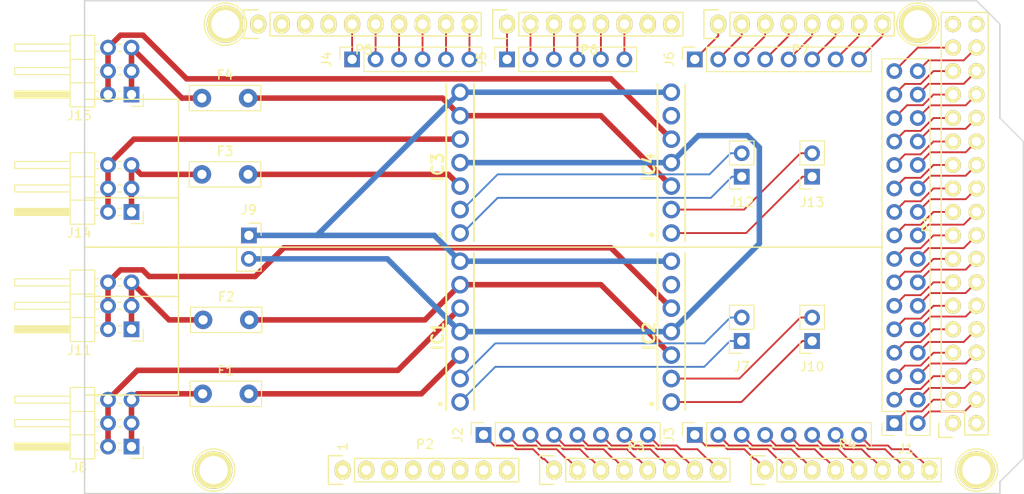
<source format=kicad_pcb>
(kicad_pcb (version 20171130) (host pcbnew "(5.1.2-1)-1")

  (general
    (thickness 1.6)
    (drawings 18)
    (tracks 411)
    (zones 0)
    (modules 34)
    (nets 108)
  )

  (page A4)
  (title_block
    (date "mar. 31 mars 2015")
  )

  (layers
    (0 F.Cu signal)
    (31 B.Cu signal)
    (32 B.Adhes user)
    (33 F.Adhes user)
    (34 B.Paste user)
    (35 F.Paste user)
    (36 B.SilkS user)
    (37 F.SilkS user)
    (38 B.Mask user)
    (39 F.Mask user)
    (40 Dwgs.User user)
    (41 Cmts.User user)
    (42 Eco1.User user)
    (43 Eco2.User user)
    (44 Edge.Cuts user)
    (45 Margin user)
    (46 B.CrtYd user)
    (47 F.CrtYd user)
    (48 B.Fab user)
    (49 F.Fab user)
  )

  (setup
    (last_trace_width 0.2)
    (user_trace_width 0.2)
    (user_trace_width 0.25)
    (user_trace_width 0.4)
    (user_trace_width 0.6)
    (user_trace_width 0.8)
    (user_trace_width 1)
    (user_trace_width 1.2)
    (user_trace_width 1.6)
    (trace_clearance 0.2)
    (zone_clearance 0.508)
    (zone_45_only no)
    (trace_min 0.2)
    (via_size 0.6)
    (via_drill 0.3)
    (via_min_size 0.4)
    (via_min_drill 0.3)
    (user_via 0.9 0.5)
    (user_via 1.2 0.8)
    (user_via 1.4 0.9)
    (user_via 1.5 1)
    (uvia_size 0.3)
    (uvia_drill 0.1)
    (uvias_allowed no)
    (uvia_min_size 0.2)
    (uvia_min_drill 0.1)
    (edge_width 0.15)
    (segment_width 0.15)
    (pcb_text_width 0.3)
    (pcb_text_size 1.5 1.5)
    (mod_edge_width 0.15)
    (mod_text_size 1 1)
    (mod_text_width 0.15)
    (pad_size 4.064 4.064)
    (pad_drill 3.048)
    (pad_to_mask_clearance 0)
    (aux_axis_origin 103.378 121.666)
    (grid_origin 131.318 119.126)
    (visible_elements FFFFFF7F)
    (pcbplotparams
      (layerselection 0x010f0_ffffffff)
      (usegerberextensions true)
      (usegerberattributes false)
      (usegerberadvancedattributes false)
      (creategerberjobfile false)
      (excludeedgelayer true)
      (linewidth 0.100000)
      (plotframeref false)
      (viasonmask true)
      (mode 1)
      (useauxorigin false)
      (hpglpennumber 1)
      (hpglpenspeed 20)
      (hpglpendiameter 15.000000)
      (psnegative false)
      (psa4output false)
      (plotreference true)
      (plotvalue true)
      (plotinvisibletext false)
      (padsonsilk false)
      (subtractmaskfromsilk true)
      (outputformat 1)
      (mirror false)
      (drillshape 0)
      (scaleselection 1)
      (outputdirectory ""))
  )

  (net 0 "")
  (net 1 GND)
  (net 2 "/52(SCK)")
  (net 3 "/53(SS)")
  (net 4 "/50(MISO)")
  (net 5 "/51(MOSI)")
  (net 6 /48)
  (net 7 /49)
  (net 8 /46)
  (net 9 /47)
  (net 10 /44)
  (net 11 /45)
  (net 12 /42)
  (net 13 /43)
  (net 14 /40)
  (net 15 /41)
  (net 16 /38)
  (net 17 /39)
  (net 18 /36)
  (net 19 /37)
  (net 20 /34)
  (net 21 /35)
  (net 22 /32)
  (net 23 /33)
  (net 24 /30)
  (net 25 /31)
  (net 26 /28)
  (net 27 /29)
  (net 28 /26)
  (net 29 /27)
  (net 30 /24)
  (net 31 /25)
  (net 32 /22)
  (net 33 /23)
  (net 34 +5V)
  (net 35 /IOREF)
  (net 36 /Reset)
  (net 37 /Vin)
  (net 38 /A0)
  (net 39 /A1)
  (net 40 /A2)
  (net 41 /A3)
  (net 42 /A4)
  (net 43 /A5)
  (net 44 /A6)
  (net 45 /A7)
  (net 46 /A8)
  (net 47 /A9)
  (net 48 /A10)
  (net 49 /A11)
  (net 50 /A12)
  (net 51 /A13)
  (net 52 /A14)
  (net 53 /A15)
  (net 54 /SCL)
  (net 55 /SDA)
  (net 56 /AREF)
  (net 57 "/20(SDA)")
  (net 58 "/21(SCL)")
  (net 59 "Net-(P8-Pad1)")
  (net 60 "Net-(P10-Pad1)")
  (net 61 "Net-(P11-Pad1)")
  (net 62 "Net-(P13-Pad1)")
  (net 63 "Net-(P2-Pad1)")
  (net 64 +3V3)
  (net 65 "/1(Tx0)")
  (net 66 "/0(Rx0)")
  (net 67 "/14(Tx3)")
  (net 68 "/15(Rx3)")
  (net 69 "/16(Tx2)")
  (net 70 "/17(Rx2)")
  (net 71 "/18(Tx1)")
  (net 72 "/19(Rx1)")
  (net 73 "/13(PWM)")
  (net 74 "/12(PWM)")
  (net 75 "/11(PWM)")
  (net 76 "/10(PWM)")
  (net 77 "/9(PWM)")
  (net 78 "/8(PWM)")
  (net 79 "/2(PWM)")
  (net 80 "/3(PWM)")
  (net 81 "/4(PWM)")
  (net 82 "/5(PWM)")
  (net 83 "/6(PWM)")
  (net 84 "/7(PWM)")
  (net 85 "Net-(IC1-Pad5)")
  (net 86 "Net-(IC1-Pad2)")
  (net 87 "Net-(IC1-Pad1)")
  (net 88 "Net-(IC3-Pad1)")
  (net 89 "Net-(IC3-Pad2)")
  (net 90 "Net-(IC3-Pad5)")
  (net 91 +12V)
  (net 92 "Net-(IC2-Pad6)")
  (net 93 "Net-(IC2-Pad5)")
  (net 94 "Net-(IC2-Pad2)")
  (net 95 "Net-(IC2-Pad1)")
  (net 96 "Net-(IC4-Pad1)")
  (net 97 "Net-(IC4-Pad2)")
  (net 98 "Net-(IC4-Pad5)")
  (net 99 "Net-(IC4-Pad6)")
  (net 100 "Net-(F1-Pad1)")
  (net 101 "Net-(F1-Pad2)")
  (net 102 "Net-(F2-Pad1)")
  (net 103 "Net-(F3-Pad1)")
  (net 104 "Net-(F3-Pad2)")
  (net 105 "Net-(F4-Pad1)")
  (net 106 /module1/PATH1)
  (net 107 /module1/PATH2)

  (net_class Default "This is the default net class."
    (clearance 0.2)
    (trace_width 0.2)
    (via_dia 0.6)
    (via_drill 0.3)
    (uvia_dia 0.3)
    (uvia_drill 0.1)
    (diff_pair_width 0.2)
    (diff_pair_gap 0.2)
    (add_net +12V)
    (add_net +3V3)
    (add_net +5V)
    (add_net "/0(Rx0)")
    (add_net "/1(Tx0)")
    (add_net "/10(PWM)")
    (add_net "/11(PWM)")
    (add_net "/12(PWM)")
    (add_net "/13(PWM)")
    (add_net "/14(Tx3)")
    (add_net "/15(Rx3)")
    (add_net "/16(Tx2)")
    (add_net "/17(Rx2)")
    (add_net "/18(Tx1)")
    (add_net "/19(Rx1)")
    (add_net "/2(PWM)")
    (add_net "/20(SDA)")
    (add_net "/21(SCL)")
    (add_net /22)
    (add_net /23)
    (add_net /24)
    (add_net /25)
    (add_net /26)
    (add_net /27)
    (add_net /28)
    (add_net /29)
    (add_net "/3(PWM)")
    (add_net /30)
    (add_net /31)
    (add_net /32)
    (add_net /33)
    (add_net /34)
    (add_net /35)
    (add_net /36)
    (add_net /37)
    (add_net /38)
    (add_net /39)
    (add_net "/4(PWM)")
    (add_net /40)
    (add_net /41)
    (add_net /42)
    (add_net /43)
    (add_net /44)
    (add_net /45)
    (add_net /46)
    (add_net /47)
    (add_net /48)
    (add_net /49)
    (add_net "/5(PWM)")
    (add_net "/50(MISO)")
    (add_net "/51(MOSI)")
    (add_net "/52(SCK)")
    (add_net "/53(SS)")
    (add_net "/6(PWM)")
    (add_net "/7(PWM)")
    (add_net "/8(PWM)")
    (add_net "/9(PWM)")
    (add_net /A0)
    (add_net /A1)
    (add_net /A10)
    (add_net /A11)
    (add_net /A12)
    (add_net /A13)
    (add_net /A14)
    (add_net /A15)
    (add_net /A2)
    (add_net /A3)
    (add_net /A4)
    (add_net /A5)
    (add_net /A6)
    (add_net /A7)
    (add_net /A8)
    (add_net /A9)
    (add_net /AREF)
    (add_net /IOREF)
    (add_net /Reset)
    (add_net /SCL)
    (add_net /SDA)
    (add_net /Vin)
    (add_net /module1/PATH1)
    (add_net /module1/PATH2)
    (add_net GND)
    (add_net "Net-(F1-Pad1)")
    (add_net "Net-(F1-Pad2)")
    (add_net "Net-(F2-Pad1)")
    (add_net "Net-(F3-Pad1)")
    (add_net "Net-(F3-Pad2)")
    (add_net "Net-(F4-Pad1)")
    (add_net "Net-(IC1-Pad1)")
    (add_net "Net-(IC1-Pad2)")
    (add_net "Net-(IC1-Pad5)")
    (add_net "Net-(IC2-Pad1)")
    (add_net "Net-(IC2-Pad2)")
    (add_net "Net-(IC2-Pad5)")
    (add_net "Net-(IC2-Pad6)")
    (add_net "Net-(IC3-Pad1)")
    (add_net "Net-(IC3-Pad2)")
    (add_net "Net-(IC3-Pad5)")
    (add_net "Net-(IC4-Pad1)")
    (add_net "Net-(IC4-Pad2)")
    (add_net "Net-(IC4-Pad5)")
    (add_net "Net-(IC4-Pad6)")
    (add_net "Net-(P10-Pad1)")
    (add_net "Net-(P11-Pad1)")
    (add_net "Net-(P13-Pad1)")
    (add_net "Net-(P2-Pad1)")
    (add_net "Net-(P8-Pad1)")
  )

  (module Connector_PinSocket_2.54mm:PinSocket_1x02_P2.54mm_Vertical (layer F.Cu) (tedit 5A19A420) (tstamp 5D2BB82B)
    (at 174.498 105.156 180)
    (descr "Through hole straight socket strip, 1x02, 2.54mm pitch, single row (from Kicad 4.0.7), script generated")
    (tags "Through hole socket strip THT 1x02 2.54mm single row")
    (path /5DCF62A9/5D2E2A59)
    (fp_text reference J7 (at 0 -2.77) (layer F.SilkS)
      (effects (font (size 1 1) (thickness 0.15)))
    )
    (fp_text value Conn_01x02 (at 0 5.31) (layer F.Fab)
      (effects (font (size 1 1) (thickness 0.15)))
    )
    (fp_text user %R (at 0 1.27 90) (layer F.Fab)
      (effects (font (size 1 1) (thickness 0.15)))
    )
    (fp_line (start -1.8 4.3) (end -1.8 -1.8) (layer F.CrtYd) (width 0.05))
    (fp_line (start 1.75 4.3) (end -1.8 4.3) (layer F.CrtYd) (width 0.05))
    (fp_line (start 1.75 -1.8) (end 1.75 4.3) (layer F.CrtYd) (width 0.05))
    (fp_line (start -1.8 -1.8) (end 1.75 -1.8) (layer F.CrtYd) (width 0.05))
    (fp_line (start 0 -1.33) (end 1.33 -1.33) (layer F.SilkS) (width 0.12))
    (fp_line (start 1.33 -1.33) (end 1.33 0) (layer F.SilkS) (width 0.12))
    (fp_line (start 1.33 1.27) (end 1.33 3.87) (layer F.SilkS) (width 0.12))
    (fp_line (start -1.33 3.87) (end 1.33 3.87) (layer F.SilkS) (width 0.12))
    (fp_line (start -1.33 1.27) (end -1.33 3.87) (layer F.SilkS) (width 0.12))
    (fp_line (start -1.33 1.27) (end 1.33 1.27) (layer F.SilkS) (width 0.12))
    (fp_line (start -1.27 3.81) (end -1.27 -1.27) (layer F.Fab) (width 0.1))
    (fp_line (start 1.27 3.81) (end -1.27 3.81) (layer F.Fab) (width 0.1))
    (fp_line (start 1.27 -0.635) (end 1.27 3.81) (layer F.Fab) (width 0.1))
    (fp_line (start 0.635 -1.27) (end 1.27 -0.635) (layer F.Fab) (width 0.1))
    (fp_line (start -1.27 -1.27) (end 0.635 -1.27) (layer F.Fab) (width 0.1))
    (pad 2 thru_hole oval (at 0 2.54 180) (size 1.7 1.7) (drill 1) (layers *.Cu *.Mask)
      (net 86 "Net-(IC1-Pad2)"))
    (pad 1 thru_hole rect (at 0 0 180) (size 1.7 1.7) (drill 1) (layers *.Cu *.Mask)
      (net 87 "Net-(IC1-Pad1)"))
    (model ${KISYS3DMOD}/Connector_PinSocket_2.54mm.3dshapes/PinSocket_1x02_P2.54mm_Vertical.wrl
      (at (xyz 0 0 0))
      (scale (xyz 1 1 1))
      (rotate (xyz 0 0 0))
    )
  )

  (module Socket_Arduino_Mega:Socket_Strip_Arduino_2x18 locked (layer F.Cu) (tedit 55216789) (tstamp 551AFCE5)
    (at 197.358 114.046 90)
    (descr "Through hole socket strip")
    (tags "socket strip")
    (path /56D743B5)
    (fp_text reference P1 (at 21.59 -2.794 90) (layer F.SilkS)
      (effects (font (size 1 1) (thickness 0.15)))
    )
    (fp_text value Digital (at 21.59 -4.572 90) (layer F.Fab)
      (effects (font (size 1 1) (thickness 0.15)))
    )
    (fp_line (start -1.75 -1.75) (end -1.75 4.3) (layer F.CrtYd) (width 0.05))
    (fp_line (start 44.95 -1.75) (end 44.95 4.3) (layer F.CrtYd) (width 0.05))
    (fp_line (start -1.75 -1.75) (end 44.95 -1.75) (layer F.CrtYd) (width 0.05))
    (fp_line (start -1.75 4.3) (end 44.95 4.3) (layer F.CrtYd) (width 0.05))
    (fp_line (start -1.27 3.81) (end 44.45 3.81) (layer F.SilkS) (width 0.15))
    (fp_line (start 44.45 -1.27) (end 1.27 -1.27) (layer F.SilkS) (width 0.15))
    (fp_line (start 44.45 3.81) (end 44.45 -1.27) (layer F.SilkS) (width 0.15))
    (fp_line (start -1.27 3.81) (end -1.27 1.27) (layer F.SilkS) (width 0.15))
    (fp_line (start 0 -1.55) (end -1.55 -1.55) (layer F.SilkS) (width 0.15))
    (fp_line (start -1.27 1.27) (end 1.27 1.27) (layer F.SilkS) (width 0.15))
    (fp_line (start 1.27 1.27) (end 1.27 -1.27) (layer F.SilkS) (width 0.15))
    (fp_line (start -1.55 -1.55) (end -1.55 0) (layer F.SilkS) (width 0.15))
    (pad 1 thru_hole circle (at 0 0 90) (size 1.7272 1.7272) (drill 1.016) (layers *.Cu *.Mask F.SilkS)
      (net 1 GND))
    (pad 2 thru_hole oval (at 0 2.54 90) (size 1.7272 1.7272) (drill 1.016) (layers *.Cu *.Mask F.SilkS)
      (net 1 GND))
    (pad 3 thru_hole oval (at 2.54 0 90) (size 1.7272 1.7272) (drill 1.016) (layers *.Cu *.Mask F.SilkS)
      (net 2 "/52(SCK)"))
    (pad 4 thru_hole oval (at 2.54 2.54 90) (size 1.7272 1.7272) (drill 1.016) (layers *.Cu *.Mask F.SilkS)
      (net 3 "/53(SS)"))
    (pad 5 thru_hole oval (at 5.08 0 90) (size 1.7272 1.7272) (drill 1.016) (layers *.Cu *.Mask F.SilkS)
      (net 4 "/50(MISO)"))
    (pad 6 thru_hole oval (at 5.08 2.54 90) (size 1.7272 1.7272) (drill 1.016) (layers *.Cu *.Mask F.SilkS)
      (net 5 "/51(MOSI)"))
    (pad 7 thru_hole oval (at 7.62 0 90) (size 1.7272 1.7272) (drill 1.016) (layers *.Cu *.Mask F.SilkS)
      (net 6 /48))
    (pad 8 thru_hole oval (at 7.62 2.54 90) (size 1.7272 1.7272) (drill 1.016) (layers *.Cu *.Mask F.SilkS)
      (net 7 /49))
    (pad 9 thru_hole oval (at 10.16 0 90) (size 1.7272 1.7272) (drill 1.016) (layers *.Cu *.Mask F.SilkS)
      (net 8 /46))
    (pad 10 thru_hole oval (at 10.16 2.54 90) (size 1.7272 1.7272) (drill 1.016) (layers *.Cu *.Mask F.SilkS)
      (net 9 /47))
    (pad 11 thru_hole oval (at 12.7 0 90) (size 1.7272 1.7272) (drill 1.016) (layers *.Cu *.Mask F.SilkS)
      (net 10 /44))
    (pad 12 thru_hole oval (at 12.7 2.54 90) (size 1.7272 1.7272) (drill 1.016) (layers *.Cu *.Mask F.SilkS)
      (net 11 /45))
    (pad 13 thru_hole oval (at 15.24 0 90) (size 1.7272 1.7272) (drill 1.016) (layers *.Cu *.Mask F.SilkS)
      (net 12 /42))
    (pad 14 thru_hole oval (at 15.24 2.54 90) (size 1.7272 1.7272) (drill 1.016) (layers *.Cu *.Mask F.SilkS)
      (net 13 /43))
    (pad 15 thru_hole oval (at 17.78 0 90) (size 1.7272 1.7272) (drill 1.016) (layers *.Cu *.Mask F.SilkS)
      (net 14 /40))
    (pad 16 thru_hole oval (at 17.78 2.54 90) (size 1.7272 1.7272) (drill 1.016) (layers *.Cu *.Mask F.SilkS)
      (net 15 /41))
    (pad 17 thru_hole oval (at 20.32 0 90) (size 1.7272 1.7272) (drill 1.016) (layers *.Cu *.Mask F.SilkS)
      (net 16 /38))
    (pad 18 thru_hole oval (at 20.32 2.54 90) (size 1.7272 1.7272) (drill 1.016) (layers *.Cu *.Mask F.SilkS)
      (net 17 /39))
    (pad 19 thru_hole oval (at 22.86 0 90) (size 1.7272 1.7272) (drill 1.016) (layers *.Cu *.Mask F.SilkS)
      (net 18 /36))
    (pad 20 thru_hole oval (at 22.86 2.54 90) (size 1.7272 1.7272) (drill 1.016) (layers *.Cu *.Mask F.SilkS)
      (net 19 /37))
    (pad 21 thru_hole oval (at 25.4 0 90) (size 1.7272 1.7272) (drill 1.016) (layers *.Cu *.Mask F.SilkS)
      (net 20 /34))
    (pad 22 thru_hole oval (at 25.4 2.54 90) (size 1.7272 1.7272) (drill 1.016) (layers *.Cu *.Mask F.SilkS)
      (net 21 /35))
    (pad 23 thru_hole oval (at 27.94 0 90) (size 1.7272 1.7272) (drill 1.016) (layers *.Cu *.Mask F.SilkS)
      (net 22 /32))
    (pad 24 thru_hole oval (at 27.94 2.54 90) (size 1.7272 1.7272) (drill 1.016) (layers *.Cu *.Mask F.SilkS)
      (net 23 /33))
    (pad 25 thru_hole oval (at 30.48 0 90) (size 1.7272 1.7272) (drill 1.016) (layers *.Cu *.Mask F.SilkS)
      (net 24 /30))
    (pad 26 thru_hole oval (at 30.48 2.54 90) (size 1.7272 1.7272) (drill 1.016) (layers *.Cu *.Mask F.SilkS)
      (net 25 /31))
    (pad 27 thru_hole oval (at 33.02 0 90) (size 1.7272 1.7272) (drill 1.016) (layers *.Cu *.Mask F.SilkS)
      (net 26 /28))
    (pad 28 thru_hole oval (at 33.02 2.54 90) (size 1.7272 1.7272) (drill 1.016) (layers *.Cu *.Mask F.SilkS)
      (net 27 /29))
    (pad 29 thru_hole oval (at 35.56 0 90) (size 1.7272 1.7272) (drill 1.016) (layers *.Cu *.Mask F.SilkS)
      (net 28 /26))
    (pad 30 thru_hole oval (at 35.56 2.54 90) (size 1.7272 1.7272) (drill 1.016) (layers *.Cu *.Mask F.SilkS)
      (net 29 /27))
    (pad 31 thru_hole oval (at 38.1 0 90) (size 1.7272 1.7272) (drill 1.016) (layers *.Cu *.Mask F.SilkS)
      (net 30 /24))
    (pad 32 thru_hole oval (at 38.1 2.54 90) (size 1.7272 1.7272) (drill 1.016) (layers *.Cu *.Mask F.SilkS)
      (net 31 /25))
    (pad 33 thru_hole oval (at 40.64 0 90) (size 1.7272 1.7272) (drill 1.016) (layers *.Cu *.Mask F.SilkS)
      (net 32 /22))
    (pad 34 thru_hole oval (at 40.64 2.54 90) (size 1.7272 1.7272) (drill 1.016) (layers *.Cu *.Mask F.SilkS)
      (net 33 /23))
    (pad 35 thru_hole oval (at 43.18 0 90) (size 1.7272 1.7272) (drill 1.016) (layers *.Cu *.Mask F.SilkS)
      (net 34 +5V))
    (pad 36 thru_hole oval (at 43.18 2.54 90) (size 1.7272 1.7272) (drill 1.016) (layers *.Cu *.Mask F.SilkS)
      (net 34 +5V))
    (model ${KIPRJMOD}/Socket_Arduino_Mega.3dshapes/Socket_header_Arduino_2x18.wrl
      (offset (xyz 21.58999967575073 -1.269999980926514 0))
      (scale (xyz 1 1 1))
      (rotate (xyz 0 0 180))
    )
  )

  (module Socket_Arduino_Mega:Socket_Strip_Arduino_1x08 locked (layer F.Cu) (tedit 55216755) (tstamp 551AFCFC)
    (at 131.318 119.126)
    (descr "Through hole socket strip")
    (tags "socket strip")
    (path /56D71773)
    (fp_text reference P2 (at 8.89 -2.794) (layer F.SilkS)
      (effects (font (size 1 1) (thickness 0.15)))
    )
    (fp_text value Power (at 8.89 -4.318) (layer F.Fab)
      (effects (font (size 1 1) (thickness 0.15)))
    )
    (fp_line (start -1.75 -1.75) (end -1.75 1.75) (layer F.CrtYd) (width 0.05))
    (fp_line (start 19.55 -1.75) (end 19.55 1.75) (layer F.CrtYd) (width 0.05))
    (fp_line (start -1.75 -1.75) (end 19.55 -1.75) (layer F.CrtYd) (width 0.05))
    (fp_line (start -1.75 1.75) (end 19.55 1.75) (layer F.CrtYd) (width 0.05))
    (fp_line (start 1.27 1.27) (end 19.05 1.27) (layer F.SilkS) (width 0.15))
    (fp_line (start 19.05 1.27) (end 19.05 -1.27) (layer F.SilkS) (width 0.15))
    (fp_line (start 19.05 -1.27) (end 1.27 -1.27) (layer F.SilkS) (width 0.15))
    (fp_line (start -1.55 1.55) (end 0 1.55) (layer F.SilkS) (width 0.15))
    (fp_line (start 1.27 1.27) (end 1.27 -1.27) (layer F.SilkS) (width 0.15))
    (fp_line (start 0 -1.55) (end -1.55 -1.55) (layer F.SilkS) (width 0.15))
    (fp_line (start -1.55 -1.55) (end -1.55 1.55) (layer F.SilkS) (width 0.15))
    (pad 1 thru_hole oval (at 0 0) (size 1.7272 2.032) (drill 1.016) (layers *.Cu *.Mask F.SilkS)
      (net 63 "Net-(P2-Pad1)"))
    (pad 2 thru_hole oval (at 2.54 0) (size 1.7272 2.032) (drill 1.016) (layers *.Cu *.Mask F.SilkS)
      (net 35 /IOREF))
    (pad 3 thru_hole oval (at 5.08 0) (size 1.7272 2.032) (drill 1.016) (layers *.Cu *.Mask F.SilkS)
      (net 36 /Reset))
    (pad 4 thru_hole oval (at 7.62 0) (size 1.7272 2.032) (drill 1.016) (layers *.Cu *.Mask F.SilkS)
      (net 64 +3V3))
    (pad 5 thru_hole oval (at 10.16 0) (size 1.7272 2.032) (drill 1.016) (layers *.Cu *.Mask F.SilkS)
      (net 34 +5V))
    (pad 6 thru_hole oval (at 12.7 0) (size 1.7272 2.032) (drill 1.016) (layers *.Cu *.Mask F.SilkS)
      (net 1 GND))
    (pad 7 thru_hole oval (at 15.24 0) (size 1.7272 2.032) (drill 1.016) (layers *.Cu *.Mask F.SilkS)
      (net 1 GND))
    (pad 8 thru_hole oval (at 17.78 0) (size 1.7272 2.032) (drill 1.016) (layers *.Cu *.Mask F.SilkS)
      (net 37 /Vin))
    (model ${KIPRJMOD}/Socket_Arduino_Mega.3dshapes/Socket_header_Arduino_1x08.wrl
      (offset (xyz 8.889999866485596 0 0))
      (scale (xyz 1 1 1))
      (rotate (xyz 0 0 180))
    )
  )

  (module Socket_Arduino_Mega:Socket_Strip_Arduino_1x08 locked (layer F.Cu) (tedit 5521677D) (tstamp 551AFD13)
    (at 154.178 119.126)
    (descr "Through hole socket strip")
    (tags "socket strip")
    (path /56D72F1C)
    (fp_text reference P3 (at 8.89 -2.54) (layer F.SilkS)
      (effects (font (size 1 1) (thickness 0.15)))
    )
    (fp_text value Analog (at 8.89 -4.318) (layer F.Fab)
      (effects (font (size 1 1) (thickness 0.15)))
    )
    (fp_line (start -1.75 -1.75) (end -1.75 1.75) (layer F.CrtYd) (width 0.05))
    (fp_line (start 19.55 -1.75) (end 19.55 1.75) (layer F.CrtYd) (width 0.05))
    (fp_line (start -1.75 -1.75) (end 19.55 -1.75) (layer F.CrtYd) (width 0.05))
    (fp_line (start -1.75 1.75) (end 19.55 1.75) (layer F.CrtYd) (width 0.05))
    (fp_line (start 1.27 1.27) (end 19.05 1.27) (layer F.SilkS) (width 0.15))
    (fp_line (start 19.05 1.27) (end 19.05 -1.27) (layer F.SilkS) (width 0.15))
    (fp_line (start 19.05 -1.27) (end 1.27 -1.27) (layer F.SilkS) (width 0.15))
    (fp_line (start -1.55 1.55) (end 0 1.55) (layer F.SilkS) (width 0.15))
    (fp_line (start 1.27 1.27) (end 1.27 -1.27) (layer F.SilkS) (width 0.15))
    (fp_line (start 0 -1.55) (end -1.55 -1.55) (layer F.SilkS) (width 0.15))
    (fp_line (start -1.55 -1.55) (end -1.55 1.55) (layer F.SilkS) (width 0.15))
    (pad 1 thru_hole oval (at 0 0) (size 1.7272 2.032) (drill 1.016) (layers *.Cu *.Mask F.SilkS)
      (net 38 /A0))
    (pad 2 thru_hole oval (at 2.54 0) (size 1.7272 2.032) (drill 1.016) (layers *.Cu *.Mask F.SilkS)
      (net 39 /A1))
    (pad 3 thru_hole oval (at 5.08 0) (size 1.7272 2.032) (drill 1.016) (layers *.Cu *.Mask F.SilkS)
      (net 40 /A2))
    (pad 4 thru_hole oval (at 7.62 0) (size 1.7272 2.032) (drill 1.016) (layers *.Cu *.Mask F.SilkS)
      (net 41 /A3))
    (pad 5 thru_hole oval (at 10.16 0) (size 1.7272 2.032) (drill 1.016) (layers *.Cu *.Mask F.SilkS)
      (net 42 /A4))
    (pad 6 thru_hole oval (at 12.7 0) (size 1.7272 2.032) (drill 1.016) (layers *.Cu *.Mask F.SilkS)
      (net 43 /A5))
    (pad 7 thru_hole oval (at 15.24 0) (size 1.7272 2.032) (drill 1.016) (layers *.Cu *.Mask F.SilkS)
      (net 44 /A6))
    (pad 8 thru_hole oval (at 17.78 0) (size 1.7272 2.032) (drill 1.016) (layers *.Cu *.Mask F.SilkS)
      (net 45 /A7))
    (model ${KIPRJMOD}/Socket_Arduino_Mega.3dshapes/Socket_header_Arduino_1x08.wrl
      (offset (xyz 8.889999866485596 0 0))
      (scale (xyz 1 1 1))
      (rotate (xyz 0 0 180))
    )
  )

  (module Socket_Arduino_Mega:Socket_Strip_Arduino_1x08 locked (layer F.Cu) (tedit 55216772) (tstamp 551AFD2A)
    (at 177.038 119.126)
    (descr "Through hole socket strip")
    (tags "socket strip")
    (path /56D73A0E)
    (fp_text reference P4 (at 8.89 -2.794) (layer F.SilkS)
      (effects (font (size 1 1) (thickness 0.15)))
    )
    (fp_text value Analog (at 8.89 -4.318) (layer F.Fab)
      (effects (font (size 1 1) (thickness 0.15)))
    )
    (fp_line (start -1.75 -1.75) (end -1.75 1.75) (layer F.CrtYd) (width 0.05))
    (fp_line (start 19.55 -1.75) (end 19.55 1.75) (layer F.CrtYd) (width 0.05))
    (fp_line (start -1.75 -1.75) (end 19.55 -1.75) (layer F.CrtYd) (width 0.05))
    (fp_line (start -1.75 1.75) (end 19.55 1.75) (layer F.CrtYd) (width 0.05))
    (fp_line (start 1.27 1.27) (end 19.05 1.27) (layer F.SilkS) (width 0.15))
    (fp_line (start 19.05 1.27) (end 19.05 -1.27) (layer F.SilkS) (width 0.15))
    (fp_line (start 19.05 -1.27) (end 1.27 -1.27) (layer F.SilkS) (width 0.15))
    (fp_line (start -1.55 1.55) (end 0 1.55) (layer F.SilkS) (width 0.15))
    (fp_line (start 1.27 1.27) (end 1.27 -1.27) (layer F.SilkS) (width 0.15))
    (fp_line (start 0 -1.55) (end -1.55 -1.55) (layer F.SilkS) (width 0.15))
    (fp_line (start -1.55 -1.55) (end -1.55 1.55) (layer F.SilkS) (width 0.15))
    (pad 1 thru_hole oval (at 0 0) (size 1.7272 2.032) (drill 1.016) (layers *.Cu *.Mask F.SilkS)
      (net 46 /A8))
    (pad 2 thru_hole oval (at 2.54 0) (size 1.7272 2.032) (drill 1.016) (layers *.Cu *.Mask F.SilkS)
      (net 47 /A9))
    (pad 3 thru_hole oval (at 5.08 0) (size 1.7272 2.032) (drill 1.016) (layers *.Cu *.Mask F.SilkS)
      (net 48 /A10))
    (pad 4 thru_hole oval (at 7.62 0) (size 1.7272 2.032) (drill 1.016) (layers *.Cu *.Mask F.SilkS)
      (net 49 /A11))
    (pad 5 thru_hole oval (at 10.16 0) (size 1.7272 2.032) (drill 1.016) (layers *.Cu *.Mask F.SilkS)
      (net 50 /A12))
    (pad 6 thru_hole oval (at 12.7 0) (size 1.7272 2.032) (drill 1.016) (layers *.Cu *.Mask F.SilkS)
      (net 51 /A13))
    (pad 7 thru_hole oval (at 15.24 0) (size 1.7272 2.032) (drill 1.016) (layers *.Cu *.Mask F.SilkS)
      (net 52 /A14))
    (pad 8 thru_hole oval (at 17.78 0) (size 1.7272 2.032) (drill 1.016) (layers *.Cu *.Mask F.SilkS)
      (net 53 /A15))
    (model ${KIPRJMOD}/Socket_Arduino_Mega.3dshapes/Socket_header_Arduino_1x08.wrl
      (offset (xyz 8.889999866485596 0 0))
      (scale (xyz 1 1 1))
      (rotate (xyz 0 0 180))
    )
  )

  (module Socket_Arduino_Mega:Socket_Strip_Arduino_1x10 locked (layer F.Cu) (tedit 551AFC9C) (tstamp 551AFD43)
    (at 122.174 70.866)
    (descr "Through hole socket strip")
    (tags "socket strip")
    (path /56D72368)
    (fp_text reference P5 (at 11.43 2.794) (layer F.SilkS)
      (effects (font (size 1 1) (thickness 0.15)))
    )
    (fp_text value PWM (at 11.43 4.318) (layer F.Fab)
      (effects (font (size 1 1) (thickness 0.15)))
    )
    (fp_line (start -1.75 -1.75) (end -1.75 1.75) (layer F.CrtYd) (width 0.05))
    (fp_line (start 24.65 -1.75) (end 24.65 1.75) (layer F.CrtYd) (width 0.05))
    (fp_line (start -1.75 -1.75) (end 24.65 -1.75) (layer F.CrtYd) (width 0.05))
    (fp_line (start -1.75 1.75) (end 24.65 1.75) (layer F.CrtYd) (width 0.05))
    (fp_line (start 1.27 1.27) (end 24.13 1.27) (layer F.SilkS) (width 0.15))
    (fp_line (start 24.13 1.27) (end 24.13 -1.27) (layer F.SilkS) (width 0.15))
    (fp_line (start 24.13 -1.27) (end 1.27 -1.27) (layer F.SilkS) (width 0.15))
    (fp_line (start -1.55 1.55) (end 0 1.55) (layer F.SilkS) (width 0.15))
    (fp_line (start 1.27 1.27) (end 1.27 -1.27) (layer F.SilkS) (width 0.15))
    (fp_line (start 0 -1.55) (end -1.55 -1.55) (layer F.SilkS) (width 0.15))
    (fp_line (start -1.55 -1.55) (end -1.55 1.55) (layer F.SilkS) (width 0.15))
    (pad 1 thru_hole oval (at 0 0) (size 1.7272 2.032) (drill 1.016) (layers *.Cu *.Mask F.SilkS)
      (net 54 /SCL))
    (pad 2 thru_hole oval (at 2.54 0) (size 1.7272 2.032) (drill 1.016) (layers *.Cu *.Mask F.SilkS)
      (net 55 /SDA))
    (pad 3 thru_hole oval (at 5.08 0) (size 1.7272 2.032) (drill 1.016) (layers *.Cu *.Mask F.SilkS)
      (net 56 /AREF))
    (pad 4 thru_hole oval (at 7.62 0) (size 1.7272 2.032) (drill 1.016) (layers *.Cu *.Mask F.SilkS)
      (net 1 GND))
    (pad 5 thru_hole oval (at 10.16 0) (size 1.7272 2.032) (drill 1.016) (layers *.Cu *.Mask F.SilkS)
      (net 73 "/13(PWM)"))
    (pad 6 thru_hole oval (at 12.7 0) (size 1.7272 2.032) (drill 1.016) (layers *.Cu *.Mask F.SilkS)
      (net 74 "/12(PWM)"))
    (pad 7 thru_hole oval (at 15.24 0) (size 1.7272 2.032) (drill 1.016) (layers *.Cu *.Mask F.SilkS)
      (net 75 "/11(PWM)"))
    (pad 8 thru_hole oval (at 17.78 0) (size 1.7272 2.032) (drill 1.016) (layers *.Cu *.Mask F.SilkS)
      (net 76 "/10(PWM)"))
    (pad 9 thru_hole oval (at 20.32 0) (size 1.7272 2.032) (drill 1.016) (layers *.Cu *.Mask F.SilkS)
      (net 77 "/9(PWM)"))
    (pad 10 thru_hole oval (at 22.86 0) (size 1.7272 2.032) (drill 1.016) (layers *.Cu *.Mask F.SilkS)
      (net 78 "/8(PWM)"))
    (model ${KIPRJMOD}/Socket_Arduino_Mega.3dshapes/Socket_header_Arduino_1x10.wrl
      (offset (xyz 11.42999982833862 0 0))
      (scale (xyz 1 1 1))
      (rotate (xyz 0 0 180))
    )
  )

  (module Socket_Arduino_Mega:Socket_Strip_Arduino_1x08 locked (layer F.Cu) (tedit 551AFC7F) (tstamp 551AFD5A)
    (at 149.098 70.866)
    (descr "Through hole socket strip")
    (tags "socket strip")
    (path /56D734D0)
    (fp_text reference P6 (at 8.89 2.794) (layer F.SilkS)
      (effects (font (size 1 1) (thickness 0.15)))
    )
    (fp_text value PWM (at 8.89 4.318) (layer F.Fab)
      (effects (font (size 1 1) (thickness 0.15)))
    )
    (fp_line (start -1.75 -1.75) (end -1.75 1.75) (layer F.CrtYd) (width 0.05))
    (fp_line (start 19.55 -1.75) (end 19.55 1.75) (layer F.CrtYd) (width 0.05))
    (fp_line (start -1.75 -1.75) (end 19.55 -1.75) (layer F.CrtYd) (width 0.05))
    (fp_line (start -1.75 1.75) (end 19.55 1.75) (layer F.CrtYd) (width 0.05))
    (fp_line (start 1.27 1.27) (end 19.05 1.27) (layer F.SilkS) (width 0.15))
    (fp_line (start 19.05 1.27) (end 19.05 -1.27) (layer F.SilkS) (width 0.15))
    (fp_line (start 19.05 -1.27) (end 1.27 -1.27) (layer F.SilkS) (width 0.15))
    (fp_line (start -1.55 1.55) (end 0 1.55) (layer F.SilkS) (width 0.15))
    (fp_line (start 1.27 1.27) (end 1.27 -1.27) (layer F.SilkS) (width 0.15))
    (fp_line (start 0 -1.55) (end -1.55 -1.55) (layer F.SilkS) (width 0.15))
    (fp_line (start -1.55 -1.55) (end -1.55 1.55) (layer F.SilkS) (width 0.15))
    (pad 1 thru_hole oval (at 0 0) (size 1.7272 2.032) (drill 1.016) (layers *.Cu *.Mask F.SilkS)
      (net 84 "/7(PWM)"))
    (pad 2 thru_hole oval (at 2.54 0) (size 1.7272 2.032) (drill 1.016) (layers *.Cu *.Mask F.SilkS)
      (net 83 "/6(PWM)"))
    (pad 3 thru_hole oval (at 5.08 0) (size 1.7272 2.032) (drill 1.016) (layers *.Cu *.Mask F.SilkS)
      (net 82 "/5(PWM)"))
    (pad 4 thru_hole oval (at 7.62 0) (size 1.7272 2.032) (drill 1.016) (layers *.Cu *.Mask F.SilkS)
      (net 81 "/4(PWM)"))
    (pad 5 thru_hole oval (at 10.16 0) (size 1.7272 2.032) (drill 1.016) (layers *.Cu *.Mask F.SilkS)
      (net 80 "/3(PWM)"))
    (pad 6 thru_hole oval (at 12.7 0) (size 1.7272 2.032) (drill 1.016) (layers *.Cu *.Mask F.SilkS)
      (net 79 "/2(PWM)"))
    (pad 7 thru_hole oval (at 15.24 0) (size 1.7272 2.032) (drill 1.016) (layers *.Cu *.Mask F.SilkS)
      (net 65 "/1(Tx0)"))
    (pad 8 thru_hole oval (at 17.78 0) (size 1.7272 2.032) (drill 1.016) (layers *.Cu *.Mask F.SilkS)
      (net 66 "/0(Rx0)"))
    (model ${KIPRJMOD}/Socket_Arduino_Mega.3dshapes/Socket_header_Arduino_1x08.wrl
      (offset (xyz 8.889999866485596 0 0))
      (scale (xyz 1 1 1))
      (rotate (xyz 0 0 180))
    )
  )

  (module Socket_Arduino_Mega:Socket_Strip_Arduino_1x08 locked (layer F.Cu) (tedit 551AFC73) (tstamp 551AFD71)
    (at 171.958 70.866)
    (descr "Through hole socket strip")
    (tags "socket strip")
    (path /56D73F2C)
    (fp_text reference P7 (at 8.89 2.794) (layer F.SilkS)
      (effects (font (size 1 1) (thickness 0.15)))
    )
    (fp_text value Communication (at 8.89 4.064) (layer F.Fab)
      (effects (font (size 1 1) (thickness 0.15)))
    )
    (fp_line (start -1.75 -1.75) (end -1.75 1.75) (layer F.CrtYd) (width 0.05))
    (fp_line (start 19.55 -1.75) (end 19.55 1.75) (layer F.CrtYd) (width 0.05))
    (fp_line (start -1.75 -1.75) (end 19.55 -1.75) (layer F.CrtYd) (width 0.05))
    (fp_line (start -1.75 1.75) (end 19.55 1.75) (layer F.CrtYd) (width 0.05))
    (fp_line (start 1.27 1.27) (end 19.05 1.27) (layer F.SilkS) (width 0.15))
    (fp_line (start 19.05 1.27) (end 19.05 -1.27) (layer F.SilkS) (width 0.15))
    (fp_line (start 19.05 -1.27) (end 1.27 -1.27) (layer F.SilkS) (width 0.15))
    (fp_line (start -1.55 1.55) (end 0 1.55) (layer F.SilkS) (width 0.15))
    (fp_line (start 1.27 1.27) (end 1.27 -1.27) (layer F.SilkS) (width 0.15))
    (fp_line (start 0 -1.55) (end -1.55 -1.55) (layer F.SilkS) (width 0.15))
    (fp_line (start -1.55 -1.55) (end -1.55 1.55) (layer F.SilkS) (width 0.15))
    (pad 1 thru_hole oval (at 0 0) (size 1.7272 2.032) (drill 1.016) (layers *.Cu *.Mask F.SilkS)
      (net 67 "/14(Tx3)"))
    (pad 2 thru_hole oval (at 2.54 0) (size 1.7272 2.032) (drill 1.016) (layers *.Cu *.Mask F.SilkS)
      (net 68 "/15(Rx3)"))
    (pad 3 thru_hole oval (at 5.08 0) (size 1.7272 2.032) (drill 1.016) (layers *.Cu *.Mask F.SilkS)
      (net 69 "/16(Tx2)"))
    (pad 4 thru_hole oval (at 7.62 0) (size 1.7272 2.032) (drill 1.016) (layers *.Cu *.Mask F.SilkS)
      (net 70 "/17(Rx2)"))
    (pad 5 thru_hole oval (at 10.16 0) (size 1.7272 2.032) (drill 1.016) (layers *.Cu *.Mask F.SilkS)
      (net 71 "/18(Tx1)"))
    (pad 6 thru_hole oval (at 12.7 0) (size 1.7272 2.032) (drill 1.016) (layers *.Cu *.Mask F.SilkS)
      (net 72 "/19(Rx1)"))
    (pad 7 thru_hole oval (at 15.24 0) (size 1.7272 2.032) (drill 1.016) (layers *.Cu *.Mask F.SilkS)
      (net 57 "/20(SDA)"))
    (pad 8 thru_hole oval (at 17.78 0) (size 1.7272 2.032) (drill 1.016) (layers *.Cu *.Mask F.SilkS)
      (net 58 "/21(SCL)"))
    (model ${KIPRJMOD}/Socket_Arduino_Mega.3dshapes/Socket_header_Arduino_1x08.wrl
      (offset (xyz 8.889999866485596 0 0))
      (scale (xyz 1 1 1))
      (rotate (xyz 0 0 180))
    )
  )

  (module Socket_Arduino_Mega:Arduino_1pin locked (layer F.Cu) (tedit 5524FDA7) (tstamp 5524FE07)
    (at 117.348 119.126)
    (descr "module 1 pin (ou trou mecanique de percage)")
    (tags DEV)
    (path /56D70B71)
    (fp_text reference P8 (at 0 -3.048) (layer F.SilkS) hide
      (effects (font (size 1 1) (thickness 0.15)))
    )
    (fp_text value CONN_01X01 (at 0 2.794) (layer F.Fab) hide
      (effects (font (size 1 1) (thickness 0.15)))
    )
    (fp_circle (center 0 0) (end 0 -2.286) (layer F.SilkS) (width 0.15))
    (pad 1 thru_hole circle (at 0 0) (size 4.064 4.064) (drill 3.048) (layers *.Cu *.Mask F.SilkS)
      (net 59 "Net-(P8-Pad1)"))
  )

  (module Socket_Arduino_Mega:Arduino_1pin locked (layer F.Cu) (tedit 5524FDBB) (tstamp 5524FE11)
    (at 199.898 119.126)
    (descr "module 1 pin (ou trou mecanique de percage)")
    (tags DEV)
    (path /56D70CE6)
    (fp_text reference P10 (at 0 -3.048) (layer F.SilkS) hide
      (effects (font (size 1 1) (thickness 0.15)))
    )
    (fp_text value CONN_01X01 (at 0 2.794) (layer F.Fab) hide
      (effects (font (size 1 1) (thickness 0.15)))
    )
    (fp_circle (center 0 0) (end 0 -2.286) (layer F.SilkS) (width 0.15))
    (pad 1 thru_hole circle (at 0 0) (size 4.064 4.064) (drill 3.048) (layers *.Cu *.Mask F.SilkS)
      (net 60 "Net-(P10-Pad1)"))
  )

  (module Socket_Arduino_Mega:Arduino_1pin locked (layer F.Cu) (tedit 5524FDD2) (tstamp 5524FE16)
    (at 118.618 70.866)
    (descr "module 1 pin (ou trou mecanique de percage)")
    (tags DEV)
    (path /56D70D2C)
    (fp_text reference P11 (at 0 -3.048) (layer F.SilkS) hide
      (effects (font (size 1 1) (thickness 0.15)))
    )
    (fp_text value CONN_01X01 (at 0 2.794) (layer F.Fab) hide
      (effects (font (size 1 1) (thickness 0.15)))
    )
    (fp_circle (center 0 0) (end 0 -2.286) (layer F.SilkS) (width 0.15))
    (pad 1 thru_hole circle (at 0 0) (size 4.064 4.064) (drill 3.048) (layers *.Cu *.Mask F.SilkS)
      (net 61 "Net-(P11-Pad1)"))
  )

  (module Socket_Arduino_Mega:Arduino_1pin locked (layer F.Cu) (tedit 5524FDC4) (tstamp 5524FE20)
    (at 193.548 70.866)
    (descr "module 1 pin (ou trou mecanique de percage)")
    (tags DEV)
    (path /56D711F0)
    (fp_text reference P13 (at 0 -3.048) (layer F.SilkS) hide
      (effects (font (size 1 1) (thickness 0.15)))
    )
    (fp_text value CONN_01X01 (at 0 2.794) (layer F.Fab) hide
      (effects (font (size 1 1) (thickness 0.15)))
    )
    (fp_circle (center 0 0) (end 0 -2.286) (layer F.SilkS) (width 0.15))
    (pad 1 thru_hole circle (at 0 0) (size 4.064 4.064) (drill 3.048) (layers *.Cu *.Mask F.SilkS)
      (net 62 "Net-(P13-Pad1)"))
  )

  (module Connector_PinSocket_2.54mm:PinSocket_2x16_P2.54mm_Vertical (layer F.Cu) (tedit 5A19A424) (tstamp 5D2B274E)
    (at 191.008 114.046 180)
    (descr "Through hole straight socket strip, 2x16, 2.54mm pitch, double cols (from Kicad 4.0.7), script generated")
    (tags "Through hole socket strip THT 2x16 2.54mm double row")
    (path /5D35FC85)
    (fp_text reference J1 (at -1.27 -2.77) (layer F.SilkS)
      (effects (font (size 1 1) (thickness 0.15)))
    )
    (fp_text value Conn_02x16_Odd_Even (at -1.27 40.87) (layer F.Fab)
      (effects (font (size 1 1) (thickness 0.15)))
    )
    (fp_line (start -3.81 -1.27) (end 0.27 -1.27) (layer F.Fab) (width 0.1))
    (fp_line (start 0.27 -1.27) (end 1.27 -0.27) (layer F.Fab) (width 0.1))
    (fp_line (start 1.27 -0.27) (end 1.27 39.37) (layer F.Fab) (width 0.1))
    (fp_line (start 1.27 39.37) (end -3.81 39.37) (layer F.Fab) (width 0.1))
    (fp_line (start -3.81 39.37) (end -3.81 -1.27) (layer F.Fab) (width 0.1))
    (fp_line (start -3.87 -1.33) (end -1.27 -1.33) (layer F.SilkS) (width 0.12))
    (fp_line (start -3.87 -1.33) (end -3.87 39.43) (layer F.SilkS) (width 0.12))
    (fp_line (start -3.87 39.43) (end 1.33 39.43) (layer F.SilkS) (width 0.12))
    (fp_line (start 1.33 1.27) (end 1.33 39.43) (layer F.SilkS) (width 0.12))
    (fp_line (start -1.27 1.27) (end 1.33 1.27) (layer F.SilkS) (width 0.12))
    (fp_line (start -1.27 -1.33) (end -1.27 1.27) (layer F.SilkS) (width 0.12))
    (fp_line (start 1.33 -1.33) (end 1.33 0) (layer F.SilkS) (width 0.12))
    (fp_line (start 0 -1.33) (end 1.33 -1.33) (layer F.SilkS) (width 0.12))
    (fp_line (start -4.34 -1.8) (end 1.76 -1.8) (layer F.CrtYd) (width 0.05))
    (fp_line (start 1.76 -1.8) (end 1.76 39.9) (layer F.CrtYd) (width 0.05))
    (fp_line (start 1.76 39.9) (end -4.34 39.9) (layer F.CrtYd) (width 0.05))
    (fp_line (start -4.34 39.9) (end -4.34 -1.8) (layer F.CrtYd) (width 0.05))
    (fp_text user %R (at -1.27 19.05 90) (layer F.Fab)
      (effects (font (size 1 1) (thickness 0.15)))
    )
    (pad 1 thru_hole rect (at 0 0 180) (size 1.7 1.7) (drill 1) (layers *.Cu *.Mask)
      (net 2 "/52(SCK)"))
    (pad 2 thru_hole oval (at -2.54 0 180) (size 1.7 1.7) (drill 1) (layers *.Cu *.Mask)
      (net 3 "/53(SS)"))
    (pad 3 thru_hole oval (at 0 2.54 180) (size 1.7 1.7) (drill 1) (layers *.Cu *.Mask)
      (net 4 "/50(MISO)"))
    (pad 4 thru_hole oval (at -2.54 2.54 180) (size 1.7 1.7) (drill 1) (layers *.Cu *.Mask)
      (net 5 "/51(MOSI)"))
    (pad 5 thru_hole oval (at 0 5.08 180) (size 1.7 1.7) (drill 1) (layers *.Cu *.Mask)
      (net 6 /48))
    (pad 6 thru_hole oval (at -2.54 5.08 180) (size 1.7 1.7) (drill 1) (layers *.Cu *.Mask)
      (net 7 /49))
    (pad 7 thru_hole oval (at 0 7.62 180) (size 1.7 1.7) (drill 1) (layers *.Cu *.Mask)
      (net 8 /46))
    (pad 8 thru_hole oval (at -2.54 7.62 180) (size 1.7 1.7) (drill 1) (layers *.Cu *.Mask)
      (net 9 /47))
    (pad 9 thru_hole oval (at 0 10.16 180) (size 1.7 1.7) (drill 1) (layers *.Cu *.Mask)
      (net 10 /44))
    (pad 10 thru_hole oval (at -2.54 10.16 180) (size 1.7 1.7) (drill 1) (layers *.Cu *.Mask)
      (net 11 /45))
    (pad 11 thru_hole oval (at 0 12.7 180) (size 1.7 1.7) (drill 1) (layers *.Cu *.Mask)
      (net 12 /42))
    (pad 12 thru_hole oval (at -2.54 12.7 180) (size 1.7 1.7) (drill 1) (layers *.Cu *.Mask)
      (net 13 /43))
    (pad 13 thru_hole oval (at 0 15.24 180) (size 1.7 1.7) (drill 1) (layers *.Cu *.Mask)
      (net 14 /40))
    (pad 14 thru_hole oval (at -2.54 15.24 180) (size 1.7 1.7) (drill 1) (layers *.Cu *.Mask)
      (net 15 /41))
    (pad 15 thru_hole oval (at 0 17.78 180) (size 1.7 1.7) (drill 1) (layers *.Cu *.Mask)
      (net 16 /38))
    (pad 16 thru_hole oval (at -2.54 17.78 180) (size 1.7 1.7) (drill 1) (layers *.Cu *.Mask)
      (net 17 /39))
    (pad 17 thru_hole oval (at 0 20.32 180) (size 1.7 1.7) (drill 1) (layers *.Cu *.Mask)
      (net 18 /36))
    (pad 18 thru_hole oval (at -2.54 20.32 180) (size 1.7 1.7) (drill 1) (layers *.Cu *.Mask)
      (net 19 /37))
    (pad 19 thru_hole oval (at 0 22.86 180) (size 1.7 1.7) (drill 1) (layers *.Cu *.Mask)
      (net 20 /34))
    (pad 20 thru_hole oval (at -2.54 22.86 180) (size 1.7 1.7) (drill 1) (layers *.Cu *.Mask)
      (net 21 /35))
    (pad 21 thru_hole oval (at 0 25.4 180) (size 1.7 1.7) (drill 1) (layers *.Cu *.Mask)
      (net 22 /32))
    (pad 22 thru_hole oval (at -2.54 25.4 180) (size 1.7 1.7) (drill 1) (layers *.Cu *.Mask)
      (net 23 /33))
    (pad 23 thru_hole oval (at 0 27.94 180) (size 1.7 1.7) (drill 1) (layers *.Cu *.Mask)
      (net 24 /30))
    (pad 24 thru_hole oval (at -2.54 27.94 180) (size 1.7 1.7) (drill 1) (layers *.Cu *.Mask)
      (net 25 /31))
    (pad 25 thru_hole oval (at 0 30.48 180) (size 1.7 1.7) (drill 1) (layers *.Cu *.Mask)
      (net 26 /28))
    (pad 26 thru_hole oval (at -2.54 30.48 180) (size 1.7 1.7) (drill 1) (layers *.Cu *.Mask)
      (net 27 /29))
    (pad 27 thru_hole oval (at 0 33.02 180) (size 1.7 1.7) (drill 1) (layers *.Cu *.Mask)
      (net 28 /26))
    (pad 28 thru_hole oval (at -2.54 33.02 180) (size 1.7 1.7) (drill 1) (layers *.Cu *.Mask)
      (net 29 /27))
    (pad 29 thru_hole oval (at 0 35.56 180) (size 1.7 1.7) (drill 1) (layers *.Cu *.Mask)
      (net 30 /24))
    (pad 30 thru_hole oval (at -2.54 35.56 180) (size 1.7 1.7) (drill 1) (layers *.Cu *.Mask)
      (net 31 /25))
    (pad 31 thru_hole oval (at 0 38.1 180) (size 1.7 1.7) (drill 1) (layers *.Cu *.Mask)
      (net 32 /22))
    (pad 32 thru_hole oval (at -2.54 38.1 180) (size 1.7 1.7) (drill 1) (layers *.Cu *.Mask)
      (net 33 /23))
    (model ${KISYS3DMOD}/Connector_PinSocket_2.54mm.3dshapes/PinSocket_2x16_P2.54mm_Vertical.wrl
      (at (xyz 0 0 0))
      (scale (xyz 1 1 1))
      (rotate (xyz 0 0 0))
    )
  )

  (module Connector_PinSocket_2.54mm:PinSocket_1x08_P2.54mm_Vertical (layer F.Cu) (tedit 5A19A420) (tstamp 5D2B276A)
    (at 146.558 115.316 90)
    (descr "Through hole straight socket strip, 1x08, 2.54mm pitch, single row (from Kicad 4.0.7), script generated")
    (tags "Through hole socket strip THT 1x08 2.54mm single row")
    (path /5DB990FB)
    (fp_text reference J2 (at 0 -2.77 90) (layer F.SilkS)
      (effects (font (size 1 1) (thickness 0.15)))
    )
    (fp_text value Conn_01x08 (at 0 20.55 90) (layer F.Fab)
      (effects (font (size 1 1) (thickness 0.15)))
    )
    (fp_line (start -1.27 -1.27) (end 0.635 -1.27) (layer F.Fab) (width 0.1))
    (fp_line (start 0.635 -1.27) (end 1.27 -0.635) (layer F.Fab) (width 0.1))
    (fp_line (start 1.27 -0.635) (end 1.27 19.05) (layer F.Fab) (width 0.1))
    (fp_line (start 1.27 19.05) (end -1.27 19.05) (layer F.Fab) (width 0.1))
    (fp_line (start -1.27 19.05) (end -1.27 -1.27) (layer F.Fab) (width 0.1))
    (fp_line (start -1.33 1.27) (end 1.33 1.27) (layer F.SilkS) (width 0.12))
    (fp_line (start -1.33 1.27) (end -1.33 19.11) (layer F.SilkS) (width 0.12))
    (fp_line (start -1.33 19.11) (end 1.33 19.11) (layer F.SilkS) (width 0.12))
    (fp_line (start 1.33 1.27) (end 1.33 19.11) (layer F.SilkS) (width 0.12))
    (fp_line (start 1.33 -1.33) (end 1.33 0) (layer F.SilkS) (width 0.12))
    (fp_line (start 0 -1.33) (end 1.33 -1.33) (layer F.SilkS) (width 0.12))
    (fp_line (start -1.8 -1.8) (end 1.75 -1.8) (layer F.CrtYd) (width 0.05))
    (fp_line (start 1.75 -1.8) (end 1.75 19.55) (layer F.CrtYd) (width 0.05))
    (fp_line (start 1.75 19.55) (end -1.8 19.55) (layer F.CrtYd) (width 0.05))
    (fp_line (start -1.8 19.55) (end -1.8 -1.8) (layer F.CrtYd) (width 0.05))
    (fp_text user %R (at 0 8.89) (layer F.Fab)
      (effects (font (size 1 1) (thickness 0.15)))
    )
    (pad 1 thru_hole rect (at 0 0 90) (size 1.7 1.7) (drill 1) (layers *.Cu *.Mask)
      (net 38 /A0))
    (pad 2 thru_hole oval (at 0 2.54 90) (size 1.7 1.7) (drill 1) (layers *.Cu *.Mask)
      (net 39 /A1))
    (pad 3 thru_hole oval (at 0 5.08 90) (size 1.7 1.7) (drill 1) (layers *.Cu *.Mask)
      (net 40 /A2))
    (pad 4 thru_hole oval (at 0 7.62 90) (size 1.7 1.7) (drill 1) (layers *.Cu *.Mask)
      (net 41 /A3))
    (pad 5 thru_hole oval (at 0 10.16 90) (size 1.7 1.7) (drill 1) (layers *.Cu *.Mask)
      (net 42 /A4))
    (pad 6 thru_hole oval (at 0 12.7 90) (size 1.7 1.7) (drill 1) (layers *.Cu *.Mask)
      (net 43 /A5))
    (pad 7 thru_hole oval (at 0 15.24 90) (size 1.7 1.7) (drill 1) (layers *.Cu *.Mask)
      (net 44 /A6))
    (pad 8 thru_hole oval (at 0 17.78 90) (size 1.7 1.7) (drill 1) (layers *.Cu *.Mask)
      (net 45 /A7))
    (model ${KISYS3DMOD}/Connector_PinSocket_2.54mm.3dshapes/PinSocket_1x08_P2.54mm_Vertical.wrl
      (at (xyz 0 0 0))
      (scale (xyz 1 1 1))
      (rotate (xyz 0 0 0))
    )
  )

  (module Connector_PinSocket_2.54mm:PinSocket_1x08_P2.54mm_Vertical (layer F.Cu) (tedit 5A19A420) (tstamp 5D2B2786)
    (at 169.418 115.316 90)
    (descr "Through hole straight socket strip, 1x08, 2.54mm pitch, single row (from Kicad 4.0.7), script generated")
    (tags "Through hole socket strip THT 1x08 2.54mm single row")
    (path /5DC8F87A)
    (fp_text reference J3 (at 0 -2.77 90) (layer F.SilkS)
      (effects (font (size 1 1) (thickness 0.15)))
    )
    (fp_text value Conn_01x08 (at 0 20.55 90) (layer F.Fab)
      (effects (font (size 1 1) (thickness 0.15)))
    )
    (fp_text user %R (at 0 8.89) (layer F.Fab)
      (effects (font (size 1 1) (thickness 0.15)))
    )
    (fp_line (start -1.8 19.55) (end -1.8 -1.8) (layer F.CrtYd) (width 0.05))
    (fp_line (start 1.75 19.55) (end -1.8 19.55) (layer F.CrtYd) (width 0.05))
    (fp_line (start 1.75 -1.8) (end 1.75 19.55) (layer F.CrtYd) (width 0.05))
    (fp_line (start -1.8 -1.8) (end 1.75 -1.8) (layer F.CrtYd) (width 0.05))
    (fp_line (start 0 -1.33) (end 1.33 -1.33) (layer F.SilkS) (width 0.12))
    (fp_line (start 1.33 -1.33) (end 1.33 0) (layer F.SilkS) (width 0.12))
    (fp_line (start 1.33 1.27) (end 1.33 19.11) (layer F.SilkS) (width 0.12))
    (fp_line (start -1.33 19.11) (end 1.33 19.11) (layer F.SilkS) (width 0.12))
    (fp_line (start -1.33 1.27) (end -1.33 19.11) (layer F.SilkS) (width 0.12))
    (fp_line (start -1.33 1.27) (end 1.33 1.27) (layer F.SilkS) (width 0.12))
    (fp_line (start -1.27 19.05) (end -1.27 -1.27) (layer F.Fab) (width 0.1))
    (fp_line (start 1.27 19.05) (end -1.27 19.05) (layer F.Fab) (width 0.1))
    (fp_line (start 1.27 -0.635) (end 1.27 19.05) (layer F.Fab) (width 0.1))
    (fp_line (start 0.635 -1.27) (end 1.27 -0.635) (layer F.Fab) (width 0.1))
    (fp_line (start -1.27 -1.27) (end 0.635 -1.27) (layer F.Fab) (width 0.1))
    (pad 8 thru_hole oval (at 0 17.78 90) (size 1.7 1.7) (drill 1) (layers *.Cu *.Mask)
      (net 53 /A15))
    (pad 7 thru_hole oval (at 0 15.24 90) (size 1.7 1.7) (drill 1) (layers *.Cu *.Mask)
      (net 52 /A14))
    (pad 6 thru_hole oval (at 0 12.7 90) (size 1.7 1.7) (drill 1) (layers *.Cu *.Mask)
      (net 51 /A13))
    (pad 5 thru_hole oval (at 0 10.16 90) (size 1.7 1.7) (drill 1) (layers *.Cu *.Mask)
      (net 50 /A12))
    (pad 4 thru_hole oval (at 0 7.62 90) (size 1.7 1.7) (drill 1) (layers *.Cu *.Mask)
      (net 49 /A11))
    (pad 3 thru_hole oval (at 0 5.08 90) (size 1.7 1.7) (drill 1) (layers *.Cu *.Mask)
      (net 48 /A10))
    (pad 2 thru_hole oval (at 0 2.54 90) (size 1.7 1.7) (drill 1) (layers *.Cu *.Mask)
      (net 47 /A9))
    (pad 1 thru_hole rect (at 0 0 90) (size 1.7 1.7) (drill 1) (layers *.Cu *.Mask)
      (net 46 /A8))
    (model ${KISYS3DMOD}/Connector_PinSocket_2.54mm.3dshapes/PinSocket_1x08_P2.54mm_Vertical.wrl
      (at (xyz 0 0 0))
      (scale (xyz 1 1 1))
      (rotate (xyz 0 0 0))
    )
  )

  (module Connector_PinSocket_2.54mm:PinSocket_1x08_P2.54mm_Vertical (layer F.Cu) (tedit 5A19A420) (tstamp 5D2B27A2)
    (at 169.418 74.676 90)
    (descr "Through hole straight socket strip, 1x08, 2.54mm pitch, single row (from Kicad 4.0.7), script generated")
    (tags "Through hole socket strip THT 1x08 2.54mm single row")
    (path /5DCC92B8)
    (fp_text reference J6 (at 0 -2.77 90) (layer F.SilkS)
      (effects (font (size 1 1) (thickness 0.15)))
    )
    (fp_text value Conn_01x08 (at 0 20.55 90) (layer F.Fab)
      (effects (font (size 1 1) (thickness 0.15)))
    )
    (fp_line (start -1.27 -1.27) (end 0.635 -1.27) (layer F.Fab) (width 0.1))
    (fp_line (start 0.635 -1.27) (end 1.27 -0.635) (layer F.Fab) (width 0.1))
    (fp_line (start 1.27 -0.635) (end 1.27 19.05) (layer F.Fab) (width 0.1))
    (fp_line (start 1.27 19.05) (end -1.27 19.05) (layer F.Fab) (width 0.1))
    (fp_line (start -1.27 19.05) (end -1.27 -1.27) (layer F.Fab) (width 0.1))
    (fp_line (start -1.33 1.27) (end 1.33 1.27) (layer F.SilkS) (width 0.12))
    (fp_line (start -1.33 1.27) (end -1.33 19.11) (layer F.SilkS) (width 0.12))
    (fp_line (start -1.33 19.11) (end 1.33 19.11) (layer F.SilkS) (width 0.12))
    (fp_line (start 1.33 1.27) (end 1.33 19.11) (layer F.SilkS) (width 0.12))
    (fp_line (start 1.33 -1.33) (end 1.33 0) (layer F.SilkS) (width 0.12))
    (fp_line (start 0 -1.33) (end 1.33 -1.33) (layer F.SilkS) (width 0.12))
    (fp_line (start -1.8 -1.8) (end 1.75 -1.8) (layer F.CrtYd) (width 0.05))
    (fp_line (start 1.75 -1.8) (end 1.75 19.55) (layer F.CrtYd) (width 0.05))
    (fp_line (start 1.75 19.55) (end -1.8 19.55) (layer F.CrtYd) (width 0.05))
    (fp_line (start -1.8 19.55) (end -1.8 -1.8) (layer F.CrtYd) (width 0.05))
    (fp_text user %R (at 0 8.89) (layer F.Fab)
      (effects (font (size 1 1) (thickness 0.15)))
    )
    (pad 1 thru_hole rect (at 0 0 90) (size 1.7 1.7) (drill 1) (layers *.Cu *.Mask)
      (net 67 "/14(Tx3)"))
    (pad 2 thru_hole oval (at 0 2.54 90) (size 1.7 1.7) (drill 1) (layers *.Cu *.Mask)
      (net 68 "/15(Rx3)"))
    (pad 3 thru_hole oval (at 0 5.08 90) (size 1.7 1.7) (drill 1) (layers *.Cu *.Mask)
      (net 69 "/16(Tx2)"))
    (pad 4 thru_hole oval (at 0 7.62 90) (size 1.7 1.7) (drill 1) (layers *.Cu *.Mask)
      (net 70 "/17(Rx2)"))
    (pad 5 thru_hole oval (at 0 10.16 90) (size 1.7 1.7) (drill 1) (layers *.Cu *.Mask)
      (net 71 "/18(Tx1)"))
    (pad 6 thru_hole oval (at 0 12.7 90) (size 1.7 1.7) (drill 1) (layers *.Cu *.Mask)
      (net 72 "/19(Rx1)"))
    (pad 7 thru_hole oval (at 0 15.24 90) (size 1.7 1.7) (drill 1) (layers *.Cu *.Mask)
      (net 57 "/20(SDA)"))
    (pad 8 thru_hole oval (at 0 17.78 90) (size 1.7 1.7) (drill 1) (layers *.Cu *.Mask)
      (net 58 "/21(SCL)"))
    (model ${KISYS3DMOD}/Connector_PinSocket_2.54mm.3dshapes/PinSocket_1x08_P2.54mm_Vertical.wrl
      (at (xyz 0 0 0))
      (scale (xyz 1 1 1))
      (rotate (xyz 0 0 0))
    )
  )

  (module Connector_PinSocket_2.54mm:PinSocket_1x06_P2.54mm_Vertical (layer F.Cu) (tedit 5A19A430) (tstamp 5D2AE33F)
    (at 132.334 74.676 90)
    (descr "Through hole straight socket strip, 1x06, 2.54mm pitch, single row (from Kicad 4.0.7), script generated")
    (tags "Through hole socket strip THT 1x06 2.54mm single row")
    (path /5D7E0579)
    (fp_text reference J4 (at 0 -2.77 90) (layer F.SilkS)
      (effects (font (size 1 1) (thickness 0.15)))
    )
    (fp_text value Conn_01x06 (at 0 15.47 90) (layer F.Fab)
      (effects (font (size 1 1) (thickness 0.15)))
    )
    (fp_line (start -1.27 -1.27) (end 0.635 -1.27) (layer F.Fab) (width 0.1))
    (fp_line (start 0.635 -1.27) (end 1.27 -0.635) (layer F.Fab) (width 0.1))
    (fp_line (start 1.27 -0.635) (end 1.27 13.97) (layer F.Fab) (width 0.1))
    (fp_line (start 1.27 13.97) (end -1.27 13.97) (layer F.Fab) (width 0.1))
    (fp_line (start -1.27 13.97) (end -1.27 -1.27) (layer F.Fab) (width 0.1))
    (fp_line (start -1.33 1.27) (end 1.33 1.27) (layer F.SilkS) (width 0.12))
    (fp_line (start -1.33 1.27) (end -1.33 14.03) (layer F.SilkS) (width 0.12))
    (fp_line (start -1.33 14.03) (end 1.33 14.03) (layer F.SilkS) (width 0.12))
    (fp_line (start 1.33 1.27) (end 1.33 14.03) (layer F.SilkS) (width 0.12))
    (fp_line (start 1.33 -1.33) (end 1.33 0) (layer F.SilkS) (width 0.12))
    (fp_line (start 0 -1.33) (end 1.33 -1.33) (layer F.SilkS) (width 0.12))
    (fp_line (start -1.8 -1.8) (end 1.75 -1.8) (layer F.CrtYd) (width 0.05))
    (fp_line (start 1.75 -1.8) (end 1.75 14.45) (layer F.CrtYd) (width 0.05))
    (fp_line (start 1.75 14.45) (end -1.8 14.45) (layer F.CrtYd) (width 0.05))
    (fp_line (start -1.8 14.45) (end -1.8 -1.8) (layer F.CrtYd) (width 0.05))
    (fp_text user %R (at 0 6.35) (layer F.Fab)
      (effects (font (size 1 1) (thickness 0.15)))
    )
    (pad 1 thru_hole rect (at 0 0 90) (size 1.7 1.7) (drill 1) (layers *.Cu *.Mask)
      (net 73 "/13(PWM)"))
    (pad 2 thru_hole oval (at 0 2.54 90) (size 1.7 1.7) (drill 1) (layers *.Cu *.Mask)
      (net 74 "/12(PWM)"))
    (pad 3 thru_hole oval (at 0 5.08 90) (size 1.7 1.7) (drill 1) (layers *.Cu *.Mask)
      (net 75 "/11(PWM)"))
    (pad 4 thru_hole oval (at 0 7.62 90) (size 1.7 1.7) (drill 1) (layers *.Cu *.Mask)
      (net 76 "/10(PWM)"))
    (pad 5 thru_hole oval (at 0 10.16 90) (size 1.7 1.7) (drill 1) (layers *.Cu *.Mask)
      (net 77 "/9(PWM)"))
    (pad 6 thru_hole oval (at 0 12.7 90) (size 1.7 1.7) (drill 1) (layers *.Cu *.Mask)
      (net 78 "/8(PWM)"))
    (model ${KISYS3DMOD}/Connector_PinSocket_2.54mm.3dshapes/PinSocket_1x06_P2.54mm_Vertical.wrl
      (at (xyz 0 0 0))
      (scale (xyz 1 1 1))
      (rotate (xyz 0 0 0))
    )
  )

  (module Connector_PinSocket_2.54mm:PinSocket_1x06_P2.54mm_Vertical (layer F.Cu) (tedit 5A19A430) (tstamp 5D2AE359)
    (at 149.098 74.676 90)
    (descr "Through hole straight socket strip, 1x06, 2.54mm pitch, single row (from Kicad 4.0.7), script generated")
    (tags "Through hole socket strip THT 1x06 2.54mm single row")
    (path /5D6ABA8A)
    (fp_text reference J5 (at 0 -2.77 90) (layer F.SilkS)
      (effects (font (size 1 1) (thickness 0.15)))
    )
    (fp_text value Conn_01x06 (at 0 15.47 90) (layer F.Fab)
      (effects (font (size 1 1) (thickness 0.15)))
    )
    (fp_text user %R (at 0 6.35) (layer F.Fab)
      (effects (font (size 1 1) (thickness 0.15)))
    )
    (fp_line (start -1.8 14.45) (end -1.8 -1.8) (layer F.CrtYd) (width 0.05))
    (fp_line (start 1.75 14.45) (end -1.8 14.45) (layer F.CrtYd) (width 0.05))
    (fp_line (start 1.75 -1.8) (end 1.75 14.45) (layer F.CrtYd) (width 0.05))
    (fp_line (start -1.8 -1.8) (end 1.75 -1.8) (layer F.CrtYd) (width 0.05))
    (fp_line (start 0 -1.33) (end 1.33 -1.33) (layer F.SilkS) (width 0.12))
    (fp_line (start 1.33 -1.33) (end 1.33 0) (layer F.SilkS) (width 0.12))
    (fp_line (start 1.33 1.27) (end 1.33 14.03) (layer F.SilkS) (width 0.12))
    (fp_line (start -1.33 14.03) (end 1.33 14.03) (layer F.SilkS) (width 0.12))
    (fp_line (start -1.33 1.27) (end -1.33 14.03) (layer F.SilkS) (width 0.12))
    (fp_line (start -1.33 1.27) (end 1.33 1.27) (layer F.SilkS) (width 0.12))
    (fp_line (start -1.27 13.97) (end -1.27 -1.27) (layer F.Fab) (width 0.1))
    (fp_line (start 1.27 13.97) (end -1.27 13.97) (layer F.Fab) (width 0.1))
    (fp_line (start 1.27 -0.635) (end 1.27 13.97) (layer F.Fab) (width 0.1))
    (fp_line (start 0.635 -1.27) (end 1.27 -0.635) (layer F.Fab) (width 0.1))
    (fp_line (start -1.27 -1.27) (end 0.635 -1.27) (layer F.Fab) (width 0.1))
    (pad 6 thru_hole oval (at 0 12.7 90) (size 1.7 1.7) (drill 1) (layers *.Cu *.Mask)
      (net 79 "/2(PWM)"))
    (pad 5 thru_hole oval (at 0 10.16 90) (size 1.7 1.7) (drill 1) (layers *.Cu *.Mask)
      (net 80 "/3(PWM)"))
    (pad 4 thru_hole oval (at 0 7.62 90) (size 1.7 1.7) (drill 1) (layers *.Cu *.Mask)
      (net 81 "/4(PWM)"))
    (pad 3 thru_hole oval (at 0 5.08 90) (size 1.7 1.7) (drill 1) (layers *.Cu *.Mask)
      (net 82 "/5(PWM)"))
    (pad 2 thru_hole oval (at 0 2.54 90) (size 1.7 1.7) (drill 1) (layers *.Cu *.Mask)
      (net 83 "/6(PWM)"))
    (pad 1 thru_hole rect (at 0 0 90) (size 1.7 1.7) (drill 1) (layers *.Cu *.Mask)
      (net 84 "/7(PWM)"))
    (model ${KISYS3DMOD}/Connector_PinSocket_2.54mm.3dshapes/PinSocket_1x06_P2.54mm_Vertical.wrl
      (at (xyz 0 0 0))
      (scale (xyz 1 1 1))
      (rotate (xyz 0 0 0))
    )
  )

  (module base-shield:HSIP7-P-2.54A (layer F.Cu) (tedit 0) (tstamp 5D2B2437)
    (at 144.018 104.14 90)
    (descr HSIP7-P-2.54A)
    (tags "Integrated Circuit")
    (path /5DCF62A9/5DD4271D)
    (fp_text reference IC1 (at -0.489 -2.416 90) (layer F.SilkS)
      (effects (font (size 1.27 1.27) (thickness 0.254)))
    )
    (fp_text value TB6643KQ,8 (at -0.489 -2.416 90) (layer F.SilkS) hide
      (effects (font (size 1.27 1.27) (thickness 0.254)))
    )
    (fp_circle (center -7.815 -2.141) (end -7.815 -2.088) (layer F.SilkS) (width 0.2))
    (fp_line (start 8.5 1.5) (end -8.5 1.5) (layer F.SilkS) (width 0.2))
    (fp_line (start -8.5 -1.5) (end 8.5 -1.5) (layer F.SilkS) (width 0.2))
    (fp_line (start -8.5 1.5) (end -8.5 -1.5) (layer F.Fab) (width 0.2))
    (fp_line (start 8.5 1.5) (end -8.5 1.5) (layer F.Fab) (width 0.2))
    (fp_line (start 8.5 -1.5) (end 8.5 1.5) (layer F.Fab) (width 0.2))
    (fp_line (start -8.5 -1.5) (end 8.5 -1.5) (layer F.Fab) (width 0.2))
    (fp_text user %R (at -0.489 -2.416 90) (layer F.Fab)
      (effects (font (size 1.27 1.27) (thickness 0.254)))
    )
    (pad 7 thru_hole circle (at 7.62 0 90) (size 1.9 1.9) (drill 1.19) (layers *.Cu *.Mask)
      (net 91 +12V))
    (pad 6 thru_hole circle (at 5.08 0 90) (size 1.9 1.9) (drill 1.19) (layers *.Cu *.Mask)
      (net 106 /module1/PATH1))
    (pad 5 thru_hole circle (at 2.54 0 90) (size 1.9 1.9) (drill 1.19) (layers *.Cu *.Mask)
      (net 85 "Net-(IC1-Pad5)"))
    (pad 4 thru_hole circle (at 0 0 90) (size 1.9 1.9) (drill 1.19) (layers *.Cu *.Mask)
      (net 1 GND))
    (pad 3 thru_hole circle (at -2.54 0 90) (size 1.9 1.9) (drill 1.19) (layers *.Cu *.Mask)
      (net 101 "Net-(F1-Pad2)"))
    (pad 2 thru_hole circle (at -5.08 0 90) (size 1.9 1.9) (drill 1.19) (layers *.Cu *.Mask)
      (net 86 "Net-(IC1-Pad2)"))
    (pad 1 thru_hole circle (at -7.62 0 90) (size 1.9 1.9) (drill 1.19) (layers *.Cu *.Mask)
      (net 87 "Net-(IC1-Pad1)"))
  )

  (module Connector_PinHeader_2.54mm:PinHeader_2x03_P2.54mm_Horizontal (layer F.Cu) (tedit 59FED5CB) (tstamp 5D2BBF26)
    (at 108.458 116.586 180)
    (descr "Through hole angled pin header, 2x03, 2.54mm pitch, 6mm pin length, double rows")
    (tags "Through hole angled pin header THT 2x03 2.54mm double row")
    (path /5DCF62A9/5DD426C0)
    (fp_text reference J8 (at 5.655 -2.27) (layer F.SilkS)
      (effects (font (size 1 1) (thickness 0.15)))
    )
    (fp_text value Conn_02x03_Odd_Even (at 5.655 7.35) (layer F.Fab)
      (effects (font (size 1 1) (thickness 0.15)))
    )
    (fp_line (start 4.675 -1.27) (end 6.58 -1.27) (layer F.Fab) (width 0.1))
    (fp_line (start 6.58 -1.27) (end 6.58 6.35) (layer F.Fab) (width 0.1))
    (fp_line (start 6.58 6.35) (end 4.04 6.35) (layer F.Fab) (width 0.1))
    (fp_line (start 4.04 6.35) (end 4.04 -0.635) (layer F.Fab) (width 0.1))
    (fp_line (start 4.04 -0.635) (end 4.675 -1.27) (layer F.Fab) (width 0.1))
    (fp_line (start -0.32 -0.32) (end 4.04 -0.32) (layer F.Fab) (width 0.1))
    (fp_line (start -0.32 -0.32) (end -0.32 0.32) (layer F.Fab) (width 0.1))
    (fp_line (start -0.32 0.32) (end 4.04 0.32) (layer F.Fab) (width 0.1))
    (fp_line (start 6.58 -0.32) (end 12.58 -0.32) (layer F.Fab) (width 0.1))
    (fp_line (start 12.58 -0.32) (end 12.58 0.32) (layer F.Fab) (width 0.1))
    (fp_line (start 6.58 0.32) (end 12.58 0.32) (layer F.Fab) (width 0.1))
    (fp_line (start -0.32 2.22) (end 4.04 2.22) (layer F.Fab) (width 0.1))
    (fp_line (start -0.32 2.22) (end -0.32 2.86) (layer F.Fab) (width 0.1))
    (fp_line (start -0.32 2.86) (end 4.04 2.86) (layer F.Fab) (width 0.1))
    (fp_line (start 6.58 2.22) (end 12.58 2.22) (layer F.Fab) (width 0.1))
    (fp_line (start 12.58 2.22) (end 12.58 2.86) (layer F.Fab) (width 0.1))
    (fp_line (start 6.58 2.86) (end 12.58 2.86) (layer F.Fab) (width 0.1))
    (fp_line (start -0.32 4.76) (end 4.04 4.76) (layer F.Fab) (width 0.1))
    (fp_line (start -0.32 4.76) (end -0.32 5.4) (layer F.Fab) (width 0.1))
    (fp_line (start -0.32 5.4) (end 4.04 5.4) (layer F.Fab) (width 0.1))
    (fp_line (start 6.58 4.76) (end 12.58 4.76) (layer F.Fab) (width 0.1))
    (fp_line (start 12.58 4.76) (end 12.58 5.4) (layer F.Fab) (width 0.1))
    (fp_line (start 6.58 5.4) (end 12.58 5.4) (layer F.Fab) (width 0.1))
    (fp_line (start 3.98 -1.33) (end 3.98 6.41) (layer F.SilkS) (width 0.12))
    (fp_line (start 3.98 6.41) (end 6.64 6.41) (layer F.SilkS) (width 0.12))
    (fp_line (start 6.64 6.41) (end 6.64 -1.33) (layer F.SilkS) (width 0.12))
    (fp_line (start 6.64 -1.33) (end 3.98 -1.33) (layer F.SilkS) (width 0.12))
    (fp_line (start 6.64 -0.38) (end 12.64 -0.38) (layer F.SilkS) (width 0.12))
    (fp_line (start 12.64 -0.38) (end 12.64 0.38) (layer F.SilkS) (width 0.12))
    (fp_line (start 12.64 0.38) (end 6.64 0.38) (layer F.SilkS) (width 0.12))
    (fp_line (start 6.64 -0.32) (end 12.64 -0.32) (layer F.SilkS) (width 0.12))
    (fp_line (start 6.64 -0.2) (end 12.64 -0.2) (layer F.SilkS) (width 0.12))
    (fp_line (start 6.64 -0.08) (end 12.64 -0.08) (layer F.SilkS) (width 0.12))
    (fp_line (start 6.64 0.04) (end 12.64 0.04) (layer F.SilkS) (width 0.12))
    (fp_line (start 6.64 0.16) (end 12.64 0.16) (layer F.SilkS) (width 0.12))
    (fp_line (start 6.64 0.28) (end 12.64 0.28) (layer F.SilkS) (width 0.12))
    (fp_line (start 3.582929 -0.38) (end 3.98 -0.38) (layer F.SilkS) (width 0.12))
    (fp_line (start 3.582929 0.38) (end 3.98 0.38) (layer F.SilkS) (width 0.12))
    (fp_line (start 1.11 -0.38) (end 1.497071 -0.38) (layer F.SilkS) (width 0.12))
    (fp_line (start 1.11 0.38) (end 1.497071 0.38) (layer F.SilkS) (width 0.12))
    (fp_line (start 3.98 1.27) (end 6.64 1.27) (layer F.SilkS) (width 0.12))
    (fp_line (start 6.64 2.16) (end 12.64 2.16) (layer F.SilkS) (width 0.12))
    (fp_line (start 12.64 2.16) (end 12.64 2.92) (layer F.SilkS) (width 0.12))
    (fp_line (start 12.64 2.92) (end 6.64 2.92) (layer F.SilkS) (width 0.12))
    (fp_line (start 3.582929 2.16) (end 3.98 2.16) (layer F.SilkS) (width 0.12))
    (fp_line (start 3.582929 2.92) (end 3.98 2.92) (layer F.SilkS) (width 0.12))
    (fp_line (start 1.042929 2.16) (end 1.497071 2.16) (layer F.SilkS) (width 0.12))
    (fp_line (start 1.042929 2.92) (end 1.497071 2.92) (layer F.SilkS) (width 0.12))
    (fp_line (start 3.98 3.81) (end 6.64 3.81) (layer F.SilkS) (width 0.12))
    (fp_line (start 6.64 4.7) (end 12.64 4.7) (layer F.SilkS) (width 0.12))
    (fp_line (start 12.64 4.7) (end 12.64 5.46) (layer F.SilkS) (width 0.12))
    (fp_line (start 12.64 5.46) (end 6.64 5.46) (layer F.SilkS) (width 0.12))
    (fp_line (start 3.582929 4.7) (end 3.98 4.7) (layer F.SilkS) (width 0.12))
    (fp_line (start 3.582929 5.46) (end 3.98 5.46) (layer F.SilkS) (width 0.12))
    (fp_line (start 1.042929 4.7) (end 1.497071 4.7) (layer F.SilkS) (width 0.12))
    (fp_line (start 1.042929 5.46) (end 1.497071 5.46) (layer F.SilkS) (width 0.12))
    (fp_line (start -1.27 0) (end -1.27 -1.27) (layer F.SilkS) (width 0.12))
    (fp_line (start -1.27 -1.27) (end 0 -1.27) (layer F.SilkS) (width 0.12))
    (fp_line (start -1.8 -1.8) (end -1.8 6.85) (layer F.CrtYd) (width 0.05))
    (fp_line (start -1.8 6.85) (end 13.1 6.85) (layer F.CrtYd) (width 0.05))
    (fp_line (start 13.1 6.85) (end 13.1 -1.8) (layer F.CrtYd) (width 0.05))
    (fp_line (start 13.1 -1.8) (end -1.8 -1.8) (layer F.CrtYd) (width 0.05))
    (fp_text user %R (at 5.31 2.54 90) (layer F.Fab)
      (effects (font (size 1 1) (thickness 0.15)))
    )
    (pad 1 thru_hole rect (at 0 0 180) (size 1.7 1.7) (drill 1) (layers *.Cu *.Mask)
      (net 100 "Net-(F1-Pad1)"))
    (pad 2 thru_hole oval (at 2.54 0 180) (size 1.7 1.7) (drill 1) (layers *.Cu *.Mask)
      (net 85 "Net-(IC1-Pad5)"))
    (pad 3 thru_hole oval (at 0 2.54 180) (size 1.7 1.7) (drill 1) (layers *.Cu *.Mask)
      (net 100 "Net-(F1-Pad1)"))
    (pad 4 thru_hole oval (at 2.54 2.54 180) (size 1.7 1.7) (drill 1) (layers *.Cu *.Mask)
      (net 85 "Net-(IC1-Pad5)"))
    (pad 5 thru_hole oval (at 0 5.08 180) (size 1.7 1.7) (drill 1) (layers *.Cu *.Mask)
      (net 100 "Net-(F1-Pad1)"))
    (pad 6 thru_hole oval (at 2.54 5.08 180) (size 1.7 1.7) (drill 1) (layers *.Cu *.Mask)
      (net 85 "Net-(IC1-Pad5)"))
    (model ${KISYS3DMOD}/Connector_PinHeader_2.54mm.3dshapes/PinHeader_2x03_P2.54mm_Horizontal.wrl
      (at (xyz 0 0 0))
      (scale (xyz 1 1 1))
      (rotate (xyz 0 0 0))
    )
  )

  (module Connector_PinSocket_2.54mm:PinSocket_1x02_P2.54mm_Vertical (layer F.Cu) (tedit 5A19A420) (tstamp 5D2B62F9)
    (at 121.158 93.726)
    (descr "Through hole straight socket strip, 1x02, 2.54mm pitch, single row (from Kicad 4.0.7), script generated")
    (tags "Through hole socket strip THT 1x02 2.54mm single row")
    (path /5DCF62A9/5D4B573F)
    (fp_text reference J9 (at 0 -2.77) (layer F.SilkS)
      (effects (font (size 1 1) (thickness 0.15)))
    )
    (fp_text value Conn_01x02 (at 0 5.31) (layer F.Fab)
      (effects (font (size 1 1) (thickness 0.15)))
    )
    (fp_line (start -1.27 -1.27) (end 0.635 -1.27) (layer F.Fab) (width 0.1))
    (fp_line (start 0.635 -1.27) (end 1.27 -0.635) (layer F.Fab) (width 0.1))
    (fp_line (start 1.27 -0.635) (end 1.27 3.81) (layer F.Fab) (width 0.1))
    (fp_line (start 1.27 3.81) (end -1.27 3.81) (layer F.Fab) (width 0.1))
    (fp_line (start -1.27 3.81) (end -1.27 -1.27) (layer F.Fab) (width 0.1))
    (fp_line (start -1.33 1.27) (end 1.33 1.27) (layer F.SilkS) (width 0.12))
    (fp_line (start -1.33 1.27) (end -1.33 3.87) (layer F.SilkS) (width 0.12))
    (fp_line (start -1.33 3.87) (end 1.33 3.87) (layer F.SilkS) (width 0.12))
    (fp_line (start 1.33 1.27) (end 1.33 3.87) (layer F.SilkS) (width 0.12))
    (fp_line (start 1.33 -1.33) (end 1.33 0) (layer F.SilkS) (width 0.12))
    (fp_line (start 0 -1.33) (end 1.33 -1.33) (layer F.SilkS) (width 0.12))
    (fp_line (start -1.8 -1.8) (end 1.75 -1.8) (layer F.CrtYd) (width 0.05))
    (fp_line (start 1.75 -1.8) (end 1.75 4.3) (layer F.CrtYd) (width 0.05))
    (fp_line (start 1.75 4.3) (end -1.8 4.3) (layer F.CrtYd) (width 0.05))
    (fp_line (start -1.8 4.3) (end -1.8 -1.8) (layer F.CrtYd) (width 0.05))
    (fp_text user %R (at 0 1.27 90) (layer F.Fab)
      (effects (font (size 1 1) (thickness 0.15)))
    )
    (pad 1 thru_hole rect (at 0 0) (size 1.7 1.7) (drill 1) (layers *.Cu *.Mask)
      (net 91 +12V))
    (pad 2 thru_hole oval (at 0 2.54) (size 1.7 1.7) (drill 1) (layers *.Cu *.Mask)
      (net 1 GND))
    (model ${KISYS3DMOD}/Connector_PinSocket_2.54mm.3dshapes/PinSocket_1x02_P2.54mm_Vertical.wrl
      (at (xyz 0 0 0))
      (scale (xyz 1 1 1))
      (rotate (xyz 0 0 0))
    )
  )

  (module base-shield:HSIP7-P-2.54A (layer F.Cu) (tedit 0) (tstamp 5D2BB7EF)
    (at 166.878 104.14 90)
    (descr HSIP7-P-2.54A)
    (tags "Integrated Circuit")
    (path /5DCF62A9/5D2FAB7B)
    (fp_text reference IC2 (at -0.489 -2.416 90) (layer F.SilkS)
      (effects (font (size 1.27 1.27) (thickness 0.254)))
    )
    (fp_text value TB6643KQ,8 (at -0.489 -2.416 90) (layer F.SilkS) hide
      (effects (font (size 1.27 1.27) (thickness 0.254)))
    )
    (fp_circle (center -7.815 -2.141) (end -7.815 -2.088) (layer F.SilkS) (width 0.2))
    (fp_line (start 8.5 1.5) (end -8.5 1.5) (layer F.SilkS) (width 0.2))
    (fp_line (start -8.5 -1.5) (end 8.5 -1.5) (layer F.SilkS) (width 0.2))
    (fp_line (start -8.5 1.5) (end -8.5 -1.5) (layer F.Fab) (width 0.2))
    (fp_line (start 8.5 1.5) (end -8.5 1.5) (layer F.Fab) (width 0.2))
    (fp_line (start 8.5 -1.5) (end 8.5 1.5) (layer F.Fab) (width 0.2))
    (fp_line (start -8.5 -1.5) (end 8.5 -1.5) (layer F.Fab) (width 0.2))
    (fp_text user %R (at -0.489 -2.416 90) (layer F.Fab)
      (effects (font (size 1.27 1.27) (thickness 0.254)))
    )
    (pad 7 thru_hole circle (at 7.62 0 90) (size 1.9 1.9) (drill 1.19) (layers *.Cu *.Mask)
      (net 91 +12V))
    (pad 6 thru_hole circle (at 5.08 0 90) (size 1.9 1.9) (drill 1.19) (layers *.Cu *.Mask)
      (net 92 "Net-(IC2-Pad6)"))
    (pad 5 thru_hole circle (at 2.54 0 90) (size 1.9 1.9) (drill 1.19) (layers *.Cu *.Mask)
      (net 93 "Net-(IC2-Pad5)"))
    (pad 4 thru_hole circle (at 0 0 90) (size 1.9 1.9) (drill 1.19) (layers *.Cu *.Mask)
      (net 1 GND))
    (pad 3 thru_hole circle (at -2.54 0 90) (size 1.9 1.9) (drill 1.19) (layers *.Cu *.Mask)
      (net 106 /module1/PATH1))
    (pad 2 thru_hole circle (at -5.08 0 90) (size 1.9 1.9) (drill 1.19) (layers *.Cu *.Mask)
      (net 94 "Net-(IC2-Pad2)"))
    (pad 1 thru_hole circle (at -7.62 0 90) (size 1.9 1.9) (drill 1.19) (layers *.Cu *.Mask)
      (net 95 "Net-(IC2-Pad1)"))
  )

  (module base-shield:HSIP7-P-2.54A (layer F.Cu) (tedit 0) (tstamp 5D2BB802)
    (at 144.018 85.852 90)
    (descr HSIP7-P-2.54A)
    (tags "Integrated Circuit")
    (path /5DCF62A9/5D304482)
    (fp_text reference IC3 (at -0.489 -2.416 90) (layer F.SilkS)
      (effects (font (size 1.27 1.27) (thickness 0.254)))
    )
    (fp_text value TB6643KQ,8 (at -0.489 -2.416 90) (layer F.SilkS) hide
      (effects (font (size 1.27 1.27) (thickness 0.254)))
    )
    (fp_circle (center -7.815 -2.141) (end -7.815 -2.088) (layer F.SilkS) (width 0.2))
    (fp_line (start 8.5 1.5) (end -8.5 1.5) (layer F.SilkS) (width 0.2))
    (fp_line (start -8.5 -1.5) (end 8.5 -1.5) (layer F.SilkS) (width 0.2))
    (fp_line (start -8.5 1.5) (end -8.5 -1.5) (layer F.Fab) (width 0.2))
    (fp_line (start 8.5 1.5) (end -8.5 1.5) (layer F.Fab) (width 0.2))
    (fp_line (start 8.5 -1.5) (end 8.5 1.5) (layer F.Fab) (width 0.2))
    (fp_line (start -8.5 -1.5) (end 8.5 -1.5) (layer F.Fab) (width 0.2))
    (fp_text user %R (at -0.489 -2.416 90) (layer F.Fab)
      (effects (font (size 1.27 1.27) (thickness 0.254)))
    )
    (pad 7 thru_hole circle (at 7.62 0 90) (size 1.9 1.9) (drill 1.19) (layers *.Cu *.Mask)
      (net 91 +12V))
    (pad 6 thru_hole circle (at 5.08 0 90) (size 1.9 1.9) (drill 1.19) (layers *.Cu *.Mask)
      (net 107 /module1/PATH2))
    (pad 5 thru_hole circle (at 2.54 0 90) (size 1.9 1.9) (drill 1.19) (layers *.Cu *.Mask)
      (net 90 "Net-(IC3-Pad5)"))
    (pad 4 thru_hole circle (at 0 0 90) (size 1.9 1.9) (drill 1.19) (layers *.Cu *.Mask)
      (net 1 GND))
    (pad 3 thru_hole circle (at -2.54 0 90) (size 1.9 1.9) (drill 1.19) (layers *.Cu *.Mask)
      (net 104 "Net-(F3-Pad2)"))
    (pad 2 thru_hole circle (at -5.08 0 90) (size 1.9 1.9) (drill 1.19) (layers *.Cu *.Mask)
      (net 89 "Net-(IC3-Pad2)"))
    (pad 1 thru_hole circle (at -7.62 0 90) (size 1.9 1.9) (drill 1.19) (layers *.Cu *.Mask)
      (net 88 "Net-(IC3-Pad1)"))
  )

  (module base-shield:HSIP7-P-2.54A (layer F.Cu) (tedit 0) (tstamp 5D2BB815)
    (at 166.878 85.852 90)
    (descr HSIP7-P-2.54A)
    (tags "Integrated Circuit")
    (path /5DCF62A9/5D30444D)
    (fp_text reference IC4 (at -0.489 -2.416 90) (layer F.SilkS)
      (effects (font (size 1.27 1.27) (thickness 0.254)))
    )
    (fp_text value TB6643KQ,8 (at -0.489 -2.416 90) (layer F.SilkS) hide
      (effects (font (size 1.27 1.27) (thickness 0.254)))
    )
    (fp_text user %R (at -0.489 -2.416 90) (layer F.Fab)
      (effects (font (size 1.27 1.27) (thickness 0.254)))
    )
    (fp_line (start -8.5 -1.5) (end 8.5 -1.5) (layer F.Fab) (width 0.2))
    (fp_line (start 8.5 -1.5) (end 8.5 1.5) (layer F.Fab) (width 0.2))
    (fp_line (start 8.5 1.5) (end -8.5 1.5) (layer F.Fab) (width 0.2))
    (fp_line (start -8.5 1.5) (end -8.5 -1.5) (layer F.Fab) (width 0.2))
    (fp_line (start -8.5 -1.5) (end 8.5 -1.5) (layer F.SilkS) (width 0.2))
    (fp_line (start 8.5 1.5) (end -8.5 1.5) (layer F.SilkS) (width 0.2))
    (fp_circle (center -7.815 -2.141) (end -7.815 -2.088) (layer F.SilkS) (width 0.2))
    (pad 1 thru_hole circle (at -7.62 0 90) (size 1.9 1.9) (drill 1.19) (layers *.Cu *.Mask)
      (net 96 "Net-(IC4-Pad1)"))
    (pad 2 thru_hole circle (at -5.08 0 90) (size 1.9 1.9) (drill 1.19) (layers *.Cu *.Mask)
      (net 97 "Net-(IC4-Pad2)"))
    (pad 3 thru_hole circle (at -2.54 0 90) (size 1.9 1.9) (drill 1.19) (layers *.Cu *.Mask)
      (net 107 /module1/PATH2))
    (pad 4 thru_hole circle (at 0 0 90) (size 1.9 1.9) (drill 1.19) (layers *.Cu *.Mask)
      (net 1 GND))
    (pad 5 thru_hole circle (at 2.54 0 90) (size 1.9 1.9) (drill 1.19) (layers *.Cu *.Mask)
      (net 98 "Net-(IC4-Pad5)"))
    (pad 6 thru_hole circle (at 5.08 0 90) (size 1.9 1.9) (drill 1.19) (layers *.Cu *.Mask)
      (net 99 "Net-(IC4-Pad6)"))
    (pad 7 thru_hole circle (at 7.62 0 90) (size 1.9 1.9) (drill 1.19) (layers *.Cu *.Mask)
      (net 91 +12V))
  )

  (module Connector_PinSocket_2.54mm:PinSocket_1x02_P2.54mm_Vertical (layer F.Cu) (tedit 5A19A420) (tstamp 5D2BB841)
    (at 182.118 105.156 180)
    (descr "Through hole straight socket strip, 1x02, 2.54mm pitch, single row (from Kicad 4.0.7), script generated")
    (tags "Through hole socket strip THT 1x02 2.54mm single row")
    (path /5DCF62A9/5D2FAB8B)
    (fp_text reference J10 (at 0 -2.77) (layer F.SilkS)
      (effects (font (size 1 1) (thickness 0.15)))
    )
    (fp_text value Conn_01x02 (at 0 5.31) (layer F.Fab)
      (effects (font (size 1 1) (thickness 0.15)))
    )
    (fp_line (start -1.27 -1.27) (end 0.635 -1.27) (layer F.Fab) (width 0.1))
    (fp_line (start 0.635 -1.27) (end 1.27 -0.635) (layer F.Fab) (width 0.1))
    (fp_line (start 1.27 -0.635) (end 1.27 3.81) (layer F.Fab) (width 0.1))
    (fp_line (start 1.27 3.81) (end -1.27 3.81) (layer F.Fab) (width 0.1))
    (fp_line (start -1.27 3.81) (end -1.27 -1.27) (layer F.Fab) (width 0.1))
    (fp_line (start -1.33 1.27) (end 1.33 1.27) (layer F.SilkS) (width 0.12))
    (fp_line (start -1.33 1.27) (end -1.33 3.87) (layer F.SilkS) (width 0.12))
    (fp_line (start -1.33 3.87) (end 1.33 3.87) (layer F.SilkS) (width 0.12))
    (fp_line (start 1.33 1.27) (end 1.33 3.87) (layer F.SilkS) (width 0.12))
    (fp_line (start 1.33 -1.33) (end 1.33 0) (layer F.SilkS) (width 0.12))
    (fp_line (start 0 -1.33) (end 1.33 -1.33) (layer F.SilkS) (width 0.12))
    (fp_line (start -1.8 -1.8) (end 1.75 -1.8) (layer F.CrtYd) (width 0.05))
    (fp_line (start 1.75 -1.8) (end 1.75 4.3) (layer F.CrtYd) (width 0.05))
    (fp_line (start 1.75 4.3) (end -1.8 4.3) (layer F.CrtYd) (width 0.05))
    (fp_line (start -1.8 4.3) (end -1.8 -1.8) (layer F.CrtYd) (width 0.05))
    (fp_text user %R (at 0 1.27 90) (layer F.Fab)
      (effects (font (size 1 1) (thickness 0.15)))
    )
    (pad 1 thru_hole rect (at 0 0 180) (size 1.7 1.7) (drill 1) (layers *.Cu *.Mask)
      (net 95 "Net-(IC2-Pad1)"))
    (pad 2 thru_hole oval (at 0 2.54 180) (size 1.7 1.7) (drill 1) (layers *.Cu *.Mask)
      (net 94 "Net-(IC2-Pad2)"))
    (model ${KISYS3DMOD}/Connector_PinSocket_2.54mm.3dshapes/PinSocket_1x02_P2.54mm_Vertical.wrl
      (at (xyz 0 0 0))
      (scale (xyz 1 1 1))
      (rotate (xyz 0 0 0))
    )
  )

  (module Connector_PinHeader_2.54mm:PinHeader_2x03_P2.54mm_Horizontal (layer F.Cu) (tedit 59FED5CB) (tstamp 5D2BC28C)
    (at 108.458 103.886 180)
    (descr "Through hole angled pin header, 2x03, 2.54mm pitch, 6mm pin length, double rows")
    (tags "Through hole angled pin header THT 2x03 2.54mm double row")
    (path /5DCF62A9/5D2FAB98)
    (fp_text reference J11 (at 5.655 -2.27) (layer F.SilkS)
      (effects (font (size 1 1) (thickness 0.15)))
    )
    (fp_text value Conn_02x03_Odd_Even (at 5.655 7.35) (layer F.Fab)
      (effects (font (size 1 1) (thickness 0.15)))
    )
    (fp_line (start 4.675 -1.27) (end 6.58 -1.27) (layer F.Fab) (width 0.1))
    (fp_line (start 6.58 -1.27) (end 6.58 6.35) (layer F.Fab) (width 0.1))
    (fp_line (start 6.58 6.35) (end 4.04 6.35) (layer F.Fab) (width 0.1))
    (fp_line (start 4.04 6.35) (end 4.04 -0.635) (layer F.Fab) (width 0.1))
    (fp_line (start 4.04 -0.635) (end 4.675 -1.27) (layer F.Fab) (width 0.1))
    (fp_line (start -0.32 -0.32) (end 4.04 -0.32) (layer F.Fab) (width 0.1))
    (fp_line (start -0.32 -0.32) (end -0.32 0.32) (layer F.Fab) (width 0.1))
    (fp_line (start -0.32 0.32) (end 4.04 0.32) (layer F.Fab) (width 0.1))
    (fp_line (start 6.58 -0.32) (end 12.58 -0.32) (layer F.Fab) (width 0.1))
    (fp_line (start 12.58 -0.32) (end 12.58 0.32) (layer F.Fab) (width 0.1))
    (fp_line (start 6.58 0.32) (end 12.58 0.32) (layer F.Fab) (width 0.1))
    (fp_line (start -0.32 2.22) (end 4.04 2.22) (layer F.Fab) (width 0.1))
    (fp_line (start -0.32 2.22) (end -0.32 2.86) (layer F.Fab) (width 0.1))
    (fp_line (start -0.32 2.86) (end 4.04 2.86) (layer F.Fab) (width 0.1))
    (fp_line (start 6.58 2.22) (end 12.58 2.22) (layer F.Fab) (width 0.1))
    (fp_line (start 12.58 2.22) (end 12.58 2.86) (layer F.Fab) (width 0.1))
    (fp_line (start 6.58 2.86) (end 12.58 2.86) (layer F.Fab) (width 0.1))
    (fp_line (start -0.32 4.76) (end 4.04 4.76) (layer F.Fab) (width 0.1))
    (fp_line (start -0.32 4.76) (end -0.32 5.4) (layer F.Fab) (width 0.1))
    (fp_line (start -0.32 5.4) (end 4.04 5.4) (layer F.Fab) (width 0.1))
    (fp_line (start 6.58 4.76) (end 12.58 4.76) (layer F.Fab) (width 0.1))
    (fp_line (start 12.58 4.76) (end 12.58 5.4) (layer F.Fab) (width 0.1))
    (fp_line (start 6.58 5.4) (end 12.58 5.4) (layer F.Fab) (width 0.1))
    (fp_line (start 3.98 -1.33) (end 3.98 6.41) (layer F.SilkS) (width 0.12))
    (fp_line (start 3.98 6.41) (end 6.64 6.41) (layer F.SilkS) (width 0.12))
    (fp_line (start 6.64 6.41) (end 6.64 -1.33) (layer F.SilkS) (width 0.12))
    (fp_line (start 6.64 -1.33) (end 3.98 -1.33) (layer F.SilkS) (width 0.12))
    (fp_line (start 6.64 -0.38) (end 12.64 -0.38) (layer F.SilkS) (width 0.12))
    (fp_line (start 12.64 -0.38) (end 12.64 0.38) (layer F.SilkS) (width 0.12))
    (fp_line (start 12.64 0.38) (end 6.64 0.38) (layer F.SilkS) (width 0.12))
    (fp_line (start 6.64 -0.32) (end 12.64 -0.32) (layer F.SilkS) (width 0.12))
    (fp_line (start 6.64 -0.2) (end 12.64 -0.2) (layer F.SilkS) (width 0.12))
    (fp_line (start 6.64 -0.08) (end 12.64 -0.08) (layer F.SilkS) (width 0.12))
    (fp_line (start 6.64 0.04) (end 12.64 0.04) (layer F.SilkS) (width 0.12))
    (fp_line (start 6.64 0.16) (end 12.64 0.16) (layer F.SilkS) (width 0.12))
    (fp_line (start 6.64 0.28) (end 12.64 0.28) (layer F.SilkS) (width 0.12))
    (fp_line (start 3.582929 -0.38) (end 3.98 -0.38) (layer F.SilkS) (width 0.12))
    (fp_line (start 3.582929 0.38) (end 3.98 0.38) (layer F.SilkS) (width 0.12))
    (fp_line (start 1.11 -0.38) (end 1.497071 -0.38) (layer F.SilkS) (width 0.12))
    (fp_line (start 1.11 0.38) (end 1.497071 0.38) (layer F.SilkS) (width 0.12))
    (fp_line (start 3.98 1.27) (end 6.64 1.27) (layer F.SilkS) (width 0.12))
    (fp_line (start 6.64 2.16) (end 12.64 2.16) (layer F.SilkS) (width 0.12))
    (fp_line (start 12.64 2.16) (end 12.64 2.92) (layer F.SilkS) (width 0.12))
    (fp_line (start 12.64 2.92) (end 6.64 2.92) (layer F.SilkS) (width 0.12))
    (fp_line (start 3.582929 2.16) (end 3.98 2.16) (layer F.SilkS) (width 0.12))
    (fp_line (start 3.582929 2.92) (end 3.98 2.92) (layer F.SilkS) (width 0.12))
    (fp_line (start 1.042929 2.16) (end 1.497071 2.16) (layer F.SilkS) (width 0.12))
    (fp_line (start 1.042929 2.92) (end 1.497071 2.92) (layer F.SilkS) (width 0.12))
    (fp_line (start 3.98 3.81) (end 6.64 3.81) (layer F.SilkS) (width 0.12))
    (fp_line (start 6.64 4.7) (end 12.64 4.7) (layer F.SilkS) (width 0.12))
    (fp_line (start 12.64 4.7) (end 12.64 5.46) (layer F.SilkS) (width 0.12))
    (fp_line (start 12.64 5.46) (end 6.64 5.46) (layer F.SilkS) (width 0.12))
    (fp_line (start 3.582929 4.7) (end 3.98 4.7) (layer F.SilkS) (width 0.12))
    (fp_line (start 3.582929 5.46) (end 3.98 5.46) (layer F.SilkS) (width 0.12))
    (fp_line (start 1.042929 4.7) (end 1.497071 4.7) (layer F.SilkS) (width 0.12))
    (fp_line (start 1.042929 5.46) (end 1.497071 5.46) (layer F.SilkS) (width 0.12))
    (fp_line (start -1.27 0) (end -1.27 -1.27) (layer F.SilkS) (width 0.12))
    (fp_line (start -1.27 -1.27) (end 0 -1.27) (layer F.SilkS) (width 0.12))
    (fp_line (start -1.8 -1.8) (end -1.8 6.85) (layer F.CrtYd) (width 0.05))
    (fp_line (start -1.8 6.85) (end 13.1 6.85) (layer F.CrtYd) (width 0.05))
    (fp_line (start 13.1 6.85) (end 13.1 -1.8) (layer F.CrtYd) (width 0.05))
    (fp_line (start 13.1 -1.8) (end -1.8 -1.8) (layer F.CrtYd) (width 0.05))
    (fp_text user %R (at 5.31 2.54 90) (layer F.Fab)
      (effects (font (size 1 1) (thickness 0.15)))
    )
    (pad 1 thru_hole rect (at 0 0 180) (size 1.7 1.7) (drill 1) (layers *.Cu *.Mask)
      (net 102 "Net-(F2-Pad1)"))
    (pad 2 thru_hole oval (at 2.54 0 180) (size 1.7 1.7) (drill 1) (layers *.Cu *.Mask)
      (net 93 "Net-(IC2-Pad5)"))
    (pad 3 thru_hole oval (at 0 2.54 180) (size 1.7 1.7) (drill 1) (layers *.Cu *.Mask)
      (net 102 "Net-(F2-Pad1)"))
    (pad 4 thru_hole oval (at 2.54 2.54 180) (size 1.7 1.7) (drill 1) (layers *.Cu *.Mask)
      (net 93 "Net-(IC2-Pad5)"))
    (pad 5 thru_hole oval (at 0 5.08 180) (size 1.7 1.7) (drill 1) (layers *.Cu *.Mask)
      (net 102 "Net-(F2-Pad1)"))
    (pad 6 thru_hole oval (at 2.54 5.08 180) (size 1.7 1.7) (drill 1) (layers *.Cu *.Mask)
      (net 93 "Net-(IC2-Pad5)"))
    (model ${KISYS3DMOD}/Connector_PinHeader_2.54mm.3dshapes/PinHeader_2x03_P2.54mm_Horizontal.wrl
      (at (xyz 0 0 0))
      (scale (xyz 1 1 1))
      (rotate (xyz 0 0 0))
    )
  )

  (module Connector_PinSocket_2.54mm:PinSocket_1x02_P2.54mm_Vertical (layer F.Cu) (tedit 5A19A420) (tstamp 5D2BB8A0)
    (at 174.498 87.376 180)
    (descr "Through hole straight socket strip, 1x02, 2.54mm pitch, single row (from Kicad 4.0.7), script generated")
    (tags "Through hole socket strip THT 1x02 2.54mm single row")
    (path /5DCF62A9/5D30446C)
    (fp_text reference J12 (at 0 -2.77) (layer F.SilkS)
      (effects (font (size 1 1) (thickness 0.15)))
    )
    (fp_text value Conn_01x02 (at 0 5.31) (layer F.Fab)
      (effects (font (size 1 1) (thickness 0.15)))
    )
    (fp_text user %R (at 0 1.27 90) (layer F.Fab)
      (effects (font (size 1 1) (thickness 0.15)))
    )
    (fp_line (start -1.8 4.3) (end -1.8 -1.8) (layer F.CrtYd) (width 0.05))
    (fp_line (start 1.75 4.3) (end -1.8 4.3) (layer F.CrtYd) (width 0.05))
    (fp_line (start 1.75 -1.8) (end 1.75 4.3) (layer F.CrtYd) (width 0.05))
    (fp_line (start -1.8 -1.8) (end 1.75 -1.8) (layer F.CrtYd) (width 0.05))
    (fp_line (start 0 -1.33) (end 1.33 -1.33) (layer F.SilkS) (width 0.12))
    (fp_line (start 1.33 -1.33) (end 1.33 0) (layer F.SilkS) (width 0.12))
    (fp_line (start 1.33 1.27) (end 1.33 3.87) (layer F.SilkS) (width 0.12))
    (fp_line (start -1.33 3.87) (end 1.33 3.87) (layer F.SilkS) (width 0.12))
    (fp_line (start -1.33 1.27) (end -1.33 3.87) (layer F.SilkS) (width 0.12))
    (fp_line (start -1.33 1.27) (end 1.33 1.27) (layer F.SilkS) (width 0.12))
    (fp_line (start -1.27 3.81) (end -1.27 -1.27) (layer F.Fab) (width 0.1))
    (fp_line (start 1.27 3.81) (end -1.27 3.81) (layer F.Fab) (width 0.1))
    (fp_line (start 1.27 -0.635) (end 1.27 3.81) (layer F.Fab) (width 0.1))
    (fp_line (start 0.635 -1.27) (end 1.27 -0.635) (layer F.Fab) (width 0.1))
    (fp_line (start -1.27 -1.27) (end 0.635 -1.27) (layer F.Fab) (width 0.1))
    (pad 2 thru_hole oval (at 0 2.54 180) (size 1.7 1.7) (drill 1) (layers *.Cu *.Mask)
      (net 89 "Net-(IC3-Pad2)"))
    (pad 1 thru_hole rect (at 0 0 180) (size 1.7 1.7) (drill 1) (layers *.Cu *.Mask)
      (net 88 "Net-(IC3-Pad1)"))
    (model ${KISYS3DMOD}/Connector_PinSocket_2.54mm.3dshapes/PinSocket_1x02_P2.54mm_Vertical.wrl
      (at (xyz 0 0 0))
      (scale (xyz 1 1 1))
      (rotate (xyz 0 0 0))
    )
  )

  (module Connector_PinSocket_2.54mm:PinSocket_1x02_P2.54mm_Vertical (layer F.Cu) (tedit 5A19A420) (tstamp 5D2BB8B6)
    (at 182.118 87.376 180)
    (descr "Through hole straight socket strip, 1x02, 2.54mm pitch, single row (from Kicad 4.0.7), script generated")
    (tags "Through hole socket strip THT 1x02 2.54mm single row")
    (path /5DCF62A9/5D304437)
    (fp_text reference J13 (at 0 -2.77) (layer F.SilkS)
      (effects (font (size 1 1) (thickness 0.15)))
    )
    (fp_text value Conn_01x02 (at 0 5.31) (layer F.Fab)
      (effects (font (size 1 1) (thickness 0.15)))
    )
    (fp_line (start -1.27 -1.27) (end 0.635 -1.27) (layer F.Fab) (width 0.1))
    (fp_line (start 0.635 -1.27) (end 1.27 -0.635) (layer F.Fab) (width 0.1))
    (fp_line (start 1.27 -0.635) (end 1.27 3.81) (layer F.Fab) (width 0.1))
    (fp_line (start 1.27 3.81) (end -1.27 3.81) (layer F.Fab) (width 0.1))
    (fp_line (start -1.27 3.81) (end -1.27 -1.27) (layer F.Fab) (width 0.1))
    (fp_line (start -1.33 1.27) (end 1.33 1.27) (layer F.SilkS) (width 0.12))
    (fp_line (start -1.33 1.27) (end -1.33 3.87) (layer F.SilkS) (width 0.12))
    (fp_line (start -1.33 3.87) (end 1.33 3.87) (layer F.SilkS) (width 0.12))
    (fp_line (start 1.33 1.27) (end 1.33 3.87) (layer F.SilkS) (width 0.12))
    (fp_line (start 1.33 -1.33) (end 1.33 0) (layer F.SilkS) (width 0.12))
    (fp_line (start 0 -1.33) (end 1.33 -1.33) (layer F.SilkS) (width 0.12))
    (fp_line (start -1.8 -1.8) (end 1.75 -1.8) (layer F.CrtYd) (width 0.05))
    (fp_line (start 1.75 -1.8) (end 1.75 4.3) (layer F.CrtYd) (width 0.05))
    (fp_line (start 1.75 4.3) (end -1.8 4.3) (layer F.CrtYd) (width 0.05))
    (fp_line (start -1.8 4.3) (end -1.8 -1.8) (layer F.CrtYd) (width 0.05))
    (fp_text user %R (at 0 1.27 90) (layer F.Fab)
      (effects (font (size 1 1) (thickness 0.15)))
    )
    (pad 1 thru_hole rect (at 0 0 180) (size 1.7 1.7) (drill 1) (layers *.Cu *.Mask)
      (net 96 "Net-(IC4-Pad1)"))
    (pad 2 thru_hole oval (at 0 2.54 180) (size 1.7 1.7) (drill 1) (layers *.Cu *.Mask)
      (net 97 "Net-(IC4-Pad2)"))
    (model ${KISYS3DMOD}/Connector_PinSocket_2.54mm.3dshapes/PinSocket_1x02_P2.54mm_Vertical.wrl
      (at (xyz 0 0 0))
      (scale (xyz 1 1 1))
      (rotate (xyz 0 0 0))
    )
  )

  (module Connector_PinHeader_2.54mm:PinHeader_2x03_P2.54mm_Horizontal (layer F.Cu) (tedit 59FED5CB) (tstamp 5D2BB8FF)
    (at 108.458 91.186 180)
    (descr "Through hole angled pin header, 2x03, 2.54mm pitch, 6mm pin length, double rows")
    (tags "Through hole angled pin header THT 2x03 2.54mm double row")
    (path /5DCF62A9/5D30445F)
    (fp_text reference J14 (at 5.655 -2.27) (layer F.SilkS)
      (effects (font (size 1 1) (thickness 0.15)))
    )
    (fp_text value Conn_02x03_Odd_Even (at 5.655 7.35) (layer F.Fab)
      (effects (font (size 1 1) (thickness 0.15)))
    )
    (fp_line (start 4.675 -1.27) (end 6.58 -1.27) (layer F.Fab) (width 0.1))
    (fp_line (start 6.58 -1.27) (end 6.58 6.35) (layer F.Fab) (width 0.1))
    (fp_line (start 6.58 6.35) (end 4.04 6.35) (layer F.Fab) (width 0.1))
    (fp_line (start 4.04 6.35) (end 4.04 -0.635) (layer F.Fab) (width 0.1))
    (fp_line (start 4.04 -0.635) (end 4.675 -1.27) (layer F.Fab) (width 0.1))
    (fp_line (start -0.32 -0.32) (end 4.04 -0.32) (layer F.Fab) (width 0.1))
    (fp_line (start -0.32 -0.32) (end -0.32 0.32) (layer F.Fab) (width 0.1))
    (fp_line (start -0.32 0.32) (end 4.04 0.32) (layer F.Fab) (width 0.1))
    (fp_line (start 6.58 -0.32) (end 12.58 -0.32) (layer F.Fab) (width 0.1))
    (fp_line (start 12.58 -0.32) (end 12.58 0.32) (layer F.Fab) (width 0.1))
    (fp_line (start 6.58 0.32) (end 12.58 0.32) (layer F.Fab) (width 0.1))
    (fp_line (start -0.32 2.22) (end 4.04 2.22) (layer F.Fab) (width 0.1))
    (fp_line (start -0.32 2.22) (end -0.32 2.86) (layer F.Fab) (width 0.1))
    (fp_line (start -0.32 2.86) (end 4.04 2.86) (layer F.Fab) (width 0.1))
    (fp_line (start 6.58 2.22) (end 12.58 2.22) (layer F.Fab) (width 0.1))
    (fp_line (start 12.58 2.22) (end 12.58 2.86) (layer F.Fab) (width 0.1))
    (fp_line (start 6.58 2.86) (end 12.58 2.86) (layer F.Fab) (width 0.1))
    (fp_line (start -0.32 4.76) (end 4.04 4.76) (layer F.Fab) (width 0.1))
    (fp_line (start -0.32 4.76) (end -0.32 5.4) (layer F.Fab) (width 0.1))
    (fp_line (start -0.32 5.4) (end 4.04 5.4) (layer F.Fab) (width 0.1))
    (fp_line (start 6.58 4.76) (end 12.58 4.76) (layer F.Fab) (width 0.1))
    (fp_line (start 12.58 4.76) (end 12.58 5.4) (layer F.Fab) (width 0.1))
    (fp_line (start 6.58 5.4) (end 12.58 5.4) (layer F.Fab) (width 0.1))
    (fp_line (start 3.98 -1.33) (end 3.98 6.41) (layer F.SilkS) (width 0.12))
    (fp_line (start 3.98 6.41) (end 6.64 6.41) (layer F.SilkS) (width 0.12))
    (fp_line (start 6.64 6.41) (end 6.64 -1.33) (layer F.SilkS) (width 0.12))
    (fp_line (start 6.64 -1.33) (end 3.98 -1.33) (layer F.SilkS) (width 0.12))
    (fp_line (start 6.64 -0.38) (end 12.64 -0.38) (layer F.SilkS) (width 0.12))
    (fp_line (start 12.64 -0.38) (end 12.64 0.38) (layer F.SilkS) (width 0.12))
    (fp_line (start 12.64 0.38) (end 6.64 0.38) (layer F.SilkS) (width 0.12))
    (fp_line (start 6.64 -0.32) (end 12.64 -0.32) (layer F.SilkS) (width 0.12))
    (fp_line (start 6.64 -0.2) (end 12.64 -0.2) (layer F.SilkS) (width 0.12))
    (fp_line (start 6.64 -0.08) (end 12.64 -0.08) (layer F.SilkS) (width 0.12))
    (fp_line (start 6.64 0.04) (end 12.64 0.04) (layer F.SilkS) (width 0.12))
    (fp_line (start 6.64 0.16) (end 12.64 0.16) (layer F.SilkS) (width 0.12))
    (fp_line (start 6.64 0.28) (end 12.64 0.28) (layer F.SilkS) (width 0.12))
    (fp_line (start 3.582929 -0.38) (end 3.98 -0.38) (layer F.SilkS) (width 0.12))
    (fp_line (start 3.582929 0.38) (end 3.98 0.38) (layer F.SilkS) (width 0.12))
    (fp_line (start 1.11 -0.38) (end 1.497071 -0.38) (layer F.SilkS) (width 0.12))
    (fp_line (start 1.11 0.38) (end 1.497071 0.38) (layer F.SilkS) (width 0.12))
    (fp_line (start 3.98 1.27) (end 6.64 1.27) (layer F.SilkS) (width 0.12))
    (fp_line (start 6.64 2.16) (end 12.64 2.16) (layer F.SilkS) (width 0.12))
    (fp_line (start 12.64 2.16) (end 12.64 2.92) (layer F.SilkS) (width 0.12))
    (fp_line (start 12.64 2.92) (end 6.64 2.92) (layer F.SilkS) (width 0.12))
    (fp_line (start 3.582929 2.16) (end 3.98 2.16) (layer F.SilkS) (width 0.12))
    (fp_line (start 3.582929 2.92) (end 3.98 2.92) (layer F.SilkS) (width 0.12))
    (fp_line (start 1.042929 2.16) (end 1.497071 2.16) (layer F.SilkS) (width 0.12))
    (fp_line (start 1.042929 2.92) (end 1.497071 2.92) (layer F.SilkS) (width 0.12))
    (fp_line (start 3.98 3.81) (end 6.64 3.81) (layer F.SilkS) (width 0.12))
    (fp_line (start 6.64 4.7) (end 12.64 4.7) (layer F.SilkS) (width 0.12))
    (fp_line (start 12.64 4.7) (end 12.64 5.46) (layer F.SilkS) (width 0.12))
    (fp_line (start 12.64 5.46) (end 6.64 5.46) (layer F.SilkS) (width 0.12))
    (fp_line (start 3.582929 4.7) (end 3.98 4.7) (layer F.SilkS) (width 0.12))
    (fp_line (start 3.582929 5.46) (end 3.98 5.46) (layer F.SilkS) (width 0.12))
    (fp_line (start 1.042929 4.7) (end 1.497071 4.7) (layer F.SilkS) (width 0.12))
    (fp_line (start 1.042929 5.46) (end 1.497071 5.46) (layer F.SilkS) (width 0.12))
    (fp_line (start -1.27 0) (end -1.27 -1.27) (layer F.SilkS) (width 0.12))
    (fp_line (start -1.27 -1.27) (end 0 -1.27) (layer F.SilkS) (width 0.12))
    (fp_line (start -1.8 -1.8) (end -1.8 6.85) (layer F.CrtYd) (width 0.05))
    (fp_line (start -1.8 6.85) (end 13.1 6.85) (layer F.CrtYd) (width 0.05))
    (fp_line (start 13.1 6.85) (end 13.1 -1.8) (layer F.CrtYd) (width 0.05))
    (fp_line (start 13.1 -1.8) (end -1.8 -1.8) (layer F.CrtYd) (width 0.05))
    (fp_text user %R (at 5.31 2.54 90) (layer F.Fab)
      (effects (font (size 1 1) (thickness 0.15)))
    )
    (pad 1 thru_hole rect (at 0 0 180) (size 1.7 1.7) (drill 1) (layers *.Cu *.Mask)
      (net 103 "Net-(F3-Pad1)"))
    (pad 2 thru_hole oval (at 2.54 0 180) (size 1.7 1.7) (drill 1) (layers *.Cu *.Mask)
      (net 90 "Net-(IC3-Pad5)"))
    (pad 3 thru_hole oval (at 0 2.54 180) (size 1.7 1.7) (drill 1) (layers *.Cu *.Mask)
      (net 103 "Net-(F3-Pad1)"))
    (pad 4 thru_hole oval (at 2.54 2.54 180) (size 1.7 1.7) (drill 1) (layers *.Cu *.Mask)
      (net 90 "Net-(IC3-Pad5)"))
    (pad 5 thru_hole oval (at 0 5.08 180) (size 1.7 1.7) (drill 1) (layers *.Cu *.Mask)
      (net 103 "Net-(F3-Pad1)"))
    (pad 6 thru_hole oval (at 2.54 5.08 180) (size 1.7 1.7) (drill 1) (layers *.Cu *.Mask)
      (net 90 "Net-(IC3-Pad5)"))
    (model ${KISYS3DMOD}/Connector_PinHeader_2.54mm.3dshapes/PinHeader_2x03_P2.54mm_Horizontal.wrl
      (at (xyz 0 0 0))
      (scale (xyz 1 1 1))
      (rotate (xyz 0 0 0))
    )
  )

  (module Connector_PinHeader_2.54mm:PinHeader_2x03_P2.54mm_Horizontal (layer F.Cu) (tedit 59FED5CB) (tstamp 5D2BB948)
    (at 108.458 78.486 180)
    (descr "Through hole angled pin header, 2x03, 2.54mm pitch, 6mm pin length, double rows")
    (tags "Through hole angled pin header THT 2x03 2.54mm double row")
    (path /5DCF62A9/5D30442A)
    (fp_text reference J15 (at 5.655 -2.27) (layer F.SilkS)
      (effects (font (size 1 1) (thickness 0.15)))
    )
    (fp_text value Conn_02x03_Odd_Even (at 5.655 7.35) (layer F.Fab)
      (effects (font (size 1 1) (thickness 0.15)))
    )
    (fp_text user %R (at 5.31 2.54 90) (layer F.Fab)
      (effects (font (size 1 1) (thickness 0.15)))
    )
    (fp_line (start 13.1 -1.8) (end -1.8 -1.8) (layer F.CrtYd) (width 0.05))
    (fp_line (start 13.1 6.85) (end 13.1 -1.8) (layer F.CrtYd) (width 0.05))
    (fp_line (start -1.8 6.85) (end 13.1 6.85) (layer F.CrtYd) (width 0.05))
    (fp_line (start -1.8 -1.8) (end -1.8 6.85) (layer F.CrtYd) (width 0.05))
    (fp_line (start -1.27 -1.27) (end 0 -1.27) (layer F.SilkS) (width 0.12))
    (fp_line (start -1.27 0) (end -1.27 -1.27) (layer F.SilkS) (width 0.12))
    (fp_line (start 1.042929 5.46) (end 1.497071 5.46) (layer F.SilkS) (width 0.12))
    (fp_line (start 1.042929 4.7) (end 1.497071 4.7) (layer F.SilkS) (width 0.12))
    (fp_line (start 3.582929 5.46) (end 3.98 5.46) (layer F.SilkS) (width 0.12))
    (fp_line (start 3.582929 4.7) (end 3.98 4.7) (layer F.SilkS) (width 0.12))
    (fp_line (start 12.64 5.46) (end 6.64 5.46) (layer F.SilkS) (width 0.12))
    (fp_line (start 12.64 4.7) (end 12.64 5.46) (layer F.SilkS) (width 0.12))
    (fp_line (start 6.64 4.7) (end 12.64 4.7) (layer F.SilkS) (width 0.12))
    (fp_line (start 3.98 3.81) (end 6.64 3.81) (layer F.SilkS) (width 0.12))
    (fp_line (start 1.042929 2.92) (end 1.497071 2.92) (layer F.SilkS) (width 0.12))
    (fp_line (start 1.042929 2.16) (end 1.497071 2.16) (layer F.SilkS) (width 0.12))
    (fp_line (start 3.582929 2.92) (end 3.98 2.92) (layer F.SilkS) (width 0.12))
    (fp_line (start 3.582929 2.16) (end 3.98 2.16) (layer F.SilkS) (width 0.12))
    (fp_line (start 12.64 2.92) (end 6.64 2.92) (layer F.SilkS) (width 0.12))
    (fp_line (start 12.64 2.16) (end 12.64 2.92) (layer F.SilkS) (width 0.12))
    (fp_line (start 6.64 2.16) (end 12.64 2.16) (layer F.SilkS) (width 0.12))
    (fp_line (start 3.98 1.27) (end 6.64 1.27) (layer F.SilkS) (width 0.12))
    (fp_line (start 1.11 0.38) (end 1.497071 0.38) (layer F.SilkS) (width 0.12))
    (fp_line (start 1.11 -0.38) (end 1.497071 -0.38) (layer F.SilkS) (width 0.12))
    (fp_line (start 3.582929 0.38) (end 3.98 0.38) (layer F.SilkS) (width 0.12))
    (fp_line (start 3.582929 -0.38) (end 3.98 -0.38) (layer F.SilkS) (width 0.12))
    (fp_line (start 6.64 0.28) (end 12.64 0.28) (layer F.SilkS) (width 0.12))
    (fp_line (start 6.64 0.16) (end 12.64 0.16) (layer F.SilkS) (width 0.12))
    (fp_line (start 6.64 0.04) (end 12.64 0.04) (layer F.SilkS) (width 0.12))
    (fp_line (start 6.64 -0.08) (end 12.64 -0.08) (layer F.SilkS) (width 0.12))
    (fp_line (start 6.64 -0.2) (end 12.64 -0.2) (layer F.SilkS) (width 0.12))
    (fp_line (start 6.64 -0.32) (end 12.64 -0.32) (layer F.SilkS) (width 0.12))
    (fp_line (start 12.64 0.38) (end 6.64 0.38) (layer F.SilkS) (width 0.12))
    (fp_line (start 12.64 -0.38) (end 12.64 0.38) (layer F.SilkS) (width 0.12))
    (fp_line (start 6.64 -0.38) (end 12.64 -0.38) (layer F.SilkS) (width 0.12))
    (fp_line (start 6.64 -1.33) (end 3.98 -1.33) (layer F.SilkS) (width 0.12))
    (fp_line (start 6.64 6.41) (end 6.64 -1.33) (layer F.SilkS) (width 0.12))
    (fp_line (start 3.98 6.41) (end 6.64 6.41) (layer F.SilkS) (width 0.12))
    (fp_line (start 3.98 -1.33) (end 3.98 6.41) (layer F.SilkS) (width 0.12))
    (fp_line (start 6.58 5.4) (end 12.58 5.4) (layer F.Fab) (width 0.1))
    (fp_line (start 12.58 4.76) (end 12.58 5.4) (layer F.Fab) (width 0.1))
    (fp_line (start 6.58 4.76) (end 12.58 4.76) (layer F.Fab) (width 0.1))
    (fp_line (start -0.32 5.4) (end 4.04 5.4) (layer F.Fab) (width 0.1))
    (fp_line (start -0.32 4.76) (end -0.32 5.4) (layer F.Fab) (width 0.1))
    (fp_line (start -0.32 4.76) (end 4.04 4.76) (layer F.Fab) (width 0.1))
    (fp_line (start 6.58 2.86) (end 12.58 2.86) (layer F.Fab) (width 0.1))
    (fp_line (start 12.58 2.22) (end 12.58 2.86) (layer F.Fab) (width 0.1))
    (fp_line (start 6.58 2.22) (end 12.58 2.22) (layer F.Fab) (width 0.1))
    (fp_line (start -0.32 2.86) (end 4.04 2.86) (layer F.Fab) (width 0.1))
    (fp_line (start -0.32 2.22) (end -0.32 2.86) (layer F.Fab) (width 0.1))
    (fp_line (start -0.32 2.22) (end 4.04 2.22) (layer F.Fab) (width 0.1))
    (fp_line (start 6.58 0.32) (end 12.58 0.32) (layer F.Fab) (width 0.1))
    (fp_line (start 12.58 -0.32) (end 12.58 0.32) (layer F.Fab) (width 0.1))
    (fp_line (start 6.58 -0.32) (end 12.58 -0.32) (layer F.Fab) (width 0.1))
    (fp_line (start -0.32 0.32) (end 4.04 0.32) (layer F.Fab) (width 0.1))
    (fp_line (start -0.32 -0.32) (end -0.32 0.32) (layer F.Fab) (width 0.1))
    (fp_line (start -0.32 -0.32) (end 4.04 -0.32) (layer F.Fab) (width 0.1))
    (fp_line (start 4.04 -0.635) (end 4.675 -1.27) (layer F.Fab) (width 0.1))
    (fp_line (start 4.04 6.35) (end 4.04 -0.635) (layer F.Fab) (width 0.1))
    (fp_line (start 6.58 6.35) (end 4.04 6.35) (layer F.Fab) (width 0.1))
    (fp_line (start 6.58 -1.27) (end 6.58 6.35) (layer F.Fab) (width 0.1))
    (fp_line (start 4.675 -1.27) (end 6.58 -1.27) (layer F.Fab) (width 0.1))
    (pad 6 thru_hole oval (at 2.54 5.08 180) (size 1.7 1.7) (drill 1) (layers *.Cu *.Mask)
      (net 98 "Net-(IC4-Pad5)"))
    (pad 5 thru_hole oval (at 0 5.08 180) (size 1.7 1.7) (drill 1) (layers *.Cu *.Mask)
      (net 105 "Net-(F4-Pad1)"))
    (pad 4 thru_hole oval (at 2.54 2.54 180) (size 1.7 1.7) (drill 1) (layers *.Cu *.Mask)
      (net 98 "Net-(IC4-Pad5)"))
    (pad 3 thru_hole oval (at 0 2.54 180) (size 1.7 1.7) (drill 1) (layers *.Cu *.Mask)
      (net 105 "Net-(F4-Pad1)"))
    (pad 2 thru_hole oval (at 2.54 0 180) (size 1.7 1.7) (drill 1) (layers *.Cu *.Mask)
      (net 98 "Net-(IC4-Pad5)"))
    (pad 1 thru_hole rect (at 0 0 180) (size 1.7 1.7) (drill 1) (layers *.Cu *.Mask)
      (net 105 "Net-(F4-Pad1)"))
    (model ${KISYS3DMOD}/Connector_PinHeader_2.54mm.3dshapes/PinHeader_2x03_P2.54mm_Horizontal.wrl
      (at (xyz 0 0 0))
      (scale (xyz 1 1 1))
      (rotate (xyz 0 0 0))
    )
  )

  (module Capacitor_THT:C_Disc_D7.5mm_W2.5mm_P5.00mm (layer F.Cu) (tedit 5AE50EF0) (tstamp 5D2BBA3A)
    (at 116.158 110.871)
    (descr "C, Disc series, Radial, pin pitch=5.00mm, , diameter*width=7.5*2.5mm^2, Capacitor, http://www.vishay.com/docs/28535/vy2series.pdf")
    (tags "C Disc series Radial pin pitch 5.00mm  diameter 7.5mm width 2.5mm Capacitor")
    (path /5DCF62A9/5D2DC398)
    (fp_text reference F1 (at 2.5 -2.5) (layer F.SilkS)
      (effects (font (size 1 1) (thickness 0.15)))
    )
    (fp_text value Fuse (at 2.5 2.5) (layer F.Fab)
      (effects (font (size 1 1) (thickness 0.15)))
    )
    (fp_line (start -1.25 -1.25) (end -1.25 1.25) (layer F.Fab) (width 0.1))
    (fp_line (start -1.25 1.25) (end 6.25 1.25) (layer F.Fab) (width 0.1))
    (fp_line (start 6.25 1.25) (end 6.25 -1.25) (layer F.Fab) (width 0.1))
    (fp_line (start 6.25 -1.25) (end -1.25 -1.25) (layer F.Fab) (width 0.1))
    (fp_line (start -1.37 -1.37) (end 6.37 -1.37) (layer F.SilkS) (width 0.12))
    (fp_line (start -1.37 1.37) (end 6.37 1.37) (layer F.SilkS) (width 0.12))
    (fp_line (start -1.37 -1.37) (end -1.37 1.37) (layer F.SilkS) (width 0.12))
    (fp_line (start 6.37 -1.37) (end 6.37 1.37) (layer F.SilkS) (width 0.12))
    (fp_line (start -1.5 -1.5) (end -1.5 1.5) (layer F.CrtYd) (width 0.05))
    (fp_line (start -1.5 1.5) (end 6.5 1.5) (layer F.CrtYd) (width 0.05))
    (fp_line (start 6.5 1.5) (end 6.5 -1.5) (layer F.CrtYd) (width 0.05))
    (fp_line (start 6.5 -1.5) (end -1.5 -1.5) (layer F.CrtYd) (width 0.05))
    (fp_text user %R (at 2.5 0) (layer F.Fab)
      (effects (font (size 1 1) (thickness 0.15)))
    )
    (pad 1 thru_hole circle (at 0 0) (size 2 2) (drill 1) (layers *.Cu *.Mask)
      (net 100 "Net-(F1-Pad1)"))
    (pad 2 thru_hole circle (at 5 0) (size 2 2) (drill 1) (layers *.Cu *.Mask)
      (net 101 "Net-(F1-Pad2)"))
    (model ${KISYS3DMOD}/Capacitor_THT.3dshapes/C_Disc_D7.5mm_W2.5mm_P5.00mm.wrl
      (at (xyz 0 0 0))
      (scale (xyz 1 1 1))
      (rotate (xyz 0 0 0))
    )
  )

  (module Capacitor_THT:C_Disc_D7.5mm_W2.5mm_P5.00mm (layer F.Cu) (tedit 5AE50EF0) (tstamp 5D2BBA4D)
    (at 116.205 102.87)
    (descr "C, Disc series, Radial, pin pitch=5.00mm, , diameter*width=7.5*2.5mm^2, Capacitor, http://www.vishay.com/docs/28535/vy2series.pdf")
    (tags "C Disc series Radial pin pitch 5.00mm  diameter 7.5mm width 2.5mm Capacitor")
    (path /5DCF62A9/5D2DDB22)
    (fp_text reference F2 (at 2.5 -2.5) (layer F.SilkS)
      (effects (font (size 1 1) (thickness 0.15)))
    )
    (fp_text value Fuse (at 2.5 2.5) (layer F.Fab)
      (effects (font (size 1 1) (thickness 0.15)))
    )
    (fp_text user %R (at 2.5 0) (layer F.Fab)
      (effects (font (size 1 1) (thickness 0.15)))
    )
    (fp_line (start 6.5 -1.5) (end -1.5 -1.5) (layer F.CrtYd) (width 0.05))
    (fp_line (start 6.5 1.5) (end 6.5 -1.5) (layer F.CrtYd) (width 0.05))
    (fp_line (start -1.5 1.5) (end 6.5 1.5) (layer F.CrtYd) (width 0.05))
    (fp_line (start -1.5 -1.5) (end -1.5 1.5) (layer F.CrtYd) (width 0.05))
    (fp_line (start 6.37 -1.37) (end 6.37 1.37) (layer F.SilkS) (width 0.12))
    (fp_line (start -1.37 -1.37) (end -1.37 1.37) (layer F.SilkS) (width 0.12))
    (fp_line (start -1.37 1.37) (end 6.37 1.37) (layer F.SilkS) (width 0.12))
    (fp_line (start -1.37 -1.37) (end 6.37 -1.37) (layer F.SilkS) (width 0.12))
    (fp_line (start 6.25 -1.25) (end -1.25 -1.25) (layer F.Fab) (width 0.1))
    (fp_line (start 6.25 1.25) (end 6.25 -1.25) (layer F.Fab) (width 0.1))
    (fp_line (start -1.25 1.25) (end 6.25 1.25) (layer F.Fab) (width 0.1))
    (fp_line (start -1.25 -1.25) (end -1.25 1.25) (layer F.Fab) (width 0.1))
    (pad 2 thru_hole circle (at 5 0) (size 2 2) (drill 1) (layers *.Cu *.Mask)
      (net 106 /module1/PATH1))
    (pad 1 thru_hole circle (at 0 0) (size 2 2) (drill 1) (layers *.Cu *.Mask)
      (net 102 "Net-(F2-Pad1)"))
    (model ${KISYS3DMOD}/Capacitor_THT.3dshapes/C_Disc_D7.5mm_W2.5mm_P5.00mm.wrl
      (at (xyz 0 0 0))
      (scale (xyz 1 1 1))
      (rotate (xyz 0 0 0))
    )
  )

  (module Capacitor_THT:C_Disc_D7.5mm_W2.5mm_P5.00mm (layer F.Cu) (tedit 5AE50EF0) (tstamp 5D2BBA60)
    (at 116.078 87.122)
    (descr "C, Disc series, Radial, pin pitch=5.00mm, , diameter*width=7.5*2.5mm^2, Capacitor, http://www.vishay.com/docs/28535/vy2series.pdf")
    (tags "C Disc series Radial pin pitch 5.00mm  diameter 7.5mm width 2.5mm Capacitor")
    (path /5DCF62A9/5D2DE3AD)
    (fp_text reference F3 (at 2.5 -2.5) (layer F.SilkS)
      (effects (font (size 1 1) (thickness 0.15)))
    )
    (fp_text value Fuse (at 2.5 2.5) (layer F.Fab)
      (effects (font (size 1 1) (thickness 0.15)))
    )
    (fp_line (start -1.25 -1.25) (end -1.25 1.25) (layer F.Fab) (width 0.1))
    (fp_line (start -1.25 1.25) (end 6.25 1.25) (layer F.Fab) (width 0.1))
    (fp_line (start 6.25 1.25) (end 6.25 -1.25) (layer F.Fab) (width 0.1))
    (fp_line (start 6.25 -1.25) (end -1.25 -1.25) (layer F.Fab) (width 0.1))
    (fp_line (start -1.37 -1.37) (end 6.37 -1.37) (layer F.SilkS) (width 0.12))
    (fp_line (start -1.37 1.37) (end 6.37 1.37) (layer F.SilkS) (width 0.12))
    (fp_line (start -1.37 -1.37) (end -1.37 1.37) (layer F.SilkS) (width 0.12))
    (fp_line (start 6.37 -1.37) (end 6.37 1.37) (layer F.SilkS) (width 0.12))
    (fp_line (start -1.5 -1.5) (end -1.5 1.5) (layer F.CrtYd) (width 0.05))
    (fp_line (start -1.5 1.5) (end 6.5 1.5) (layer F.CrtYd) (width 0.05))
    (fp_line (start 6.5 1.5) (end 6.5 -1.5) (layer F.CrtYd) (width 0.05))
    (fp_line (start 6.5 -1.5) (end -1.5 -1.5) (layer F.CrtYd) (width 0.05))
    (fp_text user %R (at 2.5 0) (layer F.Fab)
      (effects (font (size 1 1) (thickness 0.15)))
    )
    (pad 1 thru_hole circle (at 0 0) (size 2 2) (drill 1) (layers *.Cu *.Mask)
      (net 103 "Net-(F3-Pad1)"))
    (pad 2 thru_hole circle (at 5 0) (size 2 2) (drill 1) (layers *.Cu *.Mask)
      (net 104 "Net-(F3-Pad2)"))
    (model ${KISYS3DMOD}/Capacitor_THT.3dshapes/C_Disc_D7.5mm_W2.5mm_P5.00mm.wrl
      (at (xyz 0 0 0))
      (scale (xyz 1 1 1))
      (rotate (xyz 0 0 0))
    )
  )

  (module Capacitor_THT:C_Disc_D7.5mm_W2.5mm_P5.00mm (layer F.Cu) (tedit 5AE50EF0) (tstamp 5D2BBEDB)
    (at 116.078 78.867)
    (descr "C, Disc series, Radial, pin pitch=5.00mm, , diameter*width=7.5*2.5mm^2, Capacitor, http://www.vishay.com/docs/28535/vy2series.pdf")
    (tags "C Disc series Radial pin pitch 5.00mm  diameter 7.5mm width 2.5mm Capacitor")
    (path /5DCF62A9/5D2DEF03)
    (fp_text reference F4 (at 2.5 -2.5) (layer F.SilkS)
      (effects (font (size 1 1) (thickness 0.15)))
    )
    (fp_text value Fuse (at 2.5 2.5) (layer F.Fab)
      (effects (font (size 1 1) (thickness 0.15)))
    )
    (fp_text user %R (at 2.5 0) (layer F.Fab)
      (effects (font (size 1 1) (thickness 0.15)))
    )
    (fp_line (start 6.5 -1.5) (end -1.5 -1.5) (layer F.CrtYd) (width 0.05))
    (fp_line (start 6.5 1.5) (end 6.5 -1.5) (layer F.CrtYd) (width 0.05))
    (fp_line (start -1.5 1.5) (end 6.5 1.5) (layer F.CrtYd) (width 0.05))
    (fp_line (start -1.5 -1.5) (end -1.5 1.5) (layer F.CrtYd) (width 0.05))
    (fp_line (start 6.37 -1.37) (end 6.37 1.37) (layer F.SilkS) (width 0.12))
    (fp_line (start -1.37 -1.37) (end -1.37 1.37) (layer F.SilkS) (width 0.12))
    (fp_line (start -1.37 1.37) (end 6.37 1.37) (layer F.SilkS) (width 0.12))
    (fp_line (start -1.37 -1.37) (end 6.37 -1.37) (layer F.SilkS) (width 0.12))
    (fp_line (start 6.25 -1.25) (end -1.25 -1.25) (layer F.Fab) (width 0.1))
    (fp_line (start 6.25 1.25) (end 6.25 -1.25) (layer F.Fab) (width 0.1))
    (fp_line (start -1.25 1.25) (end 6.25 1.25) (layer F.Fab) (width 0.1))
    (fp_line (start -1.25 -1.25) (end -1.25 1.25) (layer F.Fab) (width 0.1))
    (pad 2 thru_hole circle (at 5 0) (size 2 2) (drill 1) (layers *.Cu *.Mask)
      (net 107 /module1/PATH2))
    (pad 1 thru_hole circle (at 0 0) (size 2 2) (drill 1) (layers *.Cu *.Mask)
      (net 105 "Net-(F4-Pad1)"))
    (model ${KISYS3DMOD}/Capacitor_THT.3dshapes/C_Disc_D7.5mm_W2.5mm_P5.00mm.wrl
      (at (xyz 0 0 0))
      (scale (xyz 1 1 1))
      (rotate (xyz 0 0 0))
    )
  )

  (gr_line (start 113.538 78.994) (end 113.538 110.998) (layer F.SilkS) (width 0.15) (tstamp 5D2BBE4C))
  (gr_line (start 103.378 78.994) (end 113.538 78.994) (layer F.SilkS) (width 0.15))
  (gr_line (start 103.378 89.662) (end 113.538 89.662) (layer F.SilkS) (width 0.15))
  (gr_line (start 103.378 100.33) (end 113.538 100.33) (layer F.SilkS) (width 0.15))
  (gr_line (start 103.378 110.998) (end 113.538 110.998) (layer F.SilkS) (width 0.15))
  (gr_line (start 103.378 94.996) (end 189.738 94.996) (layer F.SilkS) (width 0.15))
  (gr_line (start 105.918 94.996) (end 112.776 94.996) (layer F.SilkS) (width 0.15))
  (gr_line (start 103.378 94.996) (end 105.918 94.996) (layer F.SilkS) (width 0.15))
  (gr_text 1 (at 131.318 116.586 90) (layer F.SilkS)
    (effects (font (size 1 1) (thickness 0.15)))
  )
  (gr_line (start 202.438 121.666) (end 103.378 121.666) (angle 90) (layer Edge.Cuts) (width 0.15))
  (gr_line (start 202.438 120.396) (end 202.438 121.666) (angle 90) (layer Edge.Cuts) (width 0.15))
  (gr_line (start 204.978 117.856) (end 202.438 120.396) (angle 90) (layer Edge.Cuts) (width 0.15))
  (gr_line (start 204.978 83.566) (end 204.978 117.856) (angle 90) (layer Edge.Cuts) (width 0.15))
  (gr_line (start 202.438 81.026) (end 204.978 83.566) (angle 90) (layer Edge.Cuts) (width 0.15))
  (gr_line (start 202.438 70.866) (end 202.438 81.026) (angle 90) (layer Edge.Cuts) (width 0.15))
  (gr_line (start 199.898 68.326) (end 202.438 70.866) (angle 90) (layer Edge.Cuts) (width 0.15))
  (gr_line (start 103.378 68.326) (end 199.898 68.326) (angle 90) (layer Edge.Cuts) (width 0.15))
  (gr_line (start 103.378 121.666) (end 103.378 68.326) (angle 90) (layer Edge.Cuts) (width 0.15))

  (segment (start 144.018 104.14) (end 166.878 104.14) (width 0.6) (layer B.Cu) (net 1))
  (segment (start 144.018 85.852) (end 166.878 85.852) (width 0.6) (layer B.Cu) (net 1))
  (segment (start 136.144 96.266) (end 144.018 104.14) (width 0.6) (layer B.Cu) (net 1))
  (segment (start 121.158 96.266) (end 136.144 96.266) (width 0.6) (layer B.Cu) (net 1))
  (segment (start 176.403 94.615) (end 166.878 104.14) (width 0.6) (layer B.Cu) (net 1))
  (segment (start 176.403 84.201) (end 176.403 94.615) (width 0.6) (layer B.Cu) (net 1))
  (segment (start 169.799 82.931) (end 175.133 82.931) (width 0.6) (layer B.Cu) (net 1))
  (segment (start 175.133 82.931) (end 176.403 84.201) (width 0.6) (layer B.Cu) (net 1))
  (segment (start 166.878 85.852) (end 169.799 82.931) (width 0.6) (layer B.Cu) (net 1))
  (segment (start 195.250002 111.506) (end 193.980002 112.776) (width 0.2) (layer F.Cu) (net 2))
  (segment (start 197.358 111.506) (end 195.250002 111.506) (width 0.2) (layer F.Cu) (net 2))
  (segment (start 193.980002 112.776) (end 192.278 112.776) (width 0.2) (layer F.Cu) (net 2))
  (segment (start 192.278 112.776) (end 191.008 114.046) (width 0.2) (layer F.Cu) (net 2))
  (segment (start 194.397999 113.196001) (end 193.548 114.046) (width 0.2) (layer F.Cu) (net 3))
  (segment (start 194.818 112.776) (end 194.397999 113.196001) (width 0.2) (layer F.Cu) (net 3))
  (segment (start 198.628 112.776) (end 194.818 112.776) (width 0.2) (layer F.Cu) (net 3))
  (segment (start 199.898 111.506) (end 198.628 112.776) (width 0.2) (layer F.Cu) (net 3))
  (segment (start 191.857999 110.656001) (end 191.008 111.506) (width 0.2) (layer F.Cu) (net 4))
  (segment (start 192.158001 110.355999) (end 191.857999 110.656001) (width 0.2) (layer F.Cu) (net 4))
  (segment (start 193.860003 110.355999) (end 192.158001 110.355999) (width 0.2) (layer F.Cu) (net 4))
  (segment (start 195.250002 108.966) (end 193.860003 110.355999) (width 0.2) (layer F.Cu) (net 4))
  (segment (start 197.358 108.966) (end 195.250002 108.966) (width 0.2) (layer F.Cu) (net 4))
  (segment (start 194.397999 110.656001) (end 193.548 111.506) (width 0.2) (layer F.Cu) (net 5))
  (segment (start 198.628 110.236) (end 194.818 110.236) (width 0.2) (layer F.Cu) (net 5))
  (segment (start 194.818 110.236) (end 194.397999 110.656001) (width 0.2) (layer F.Cu) (net 5))
  (segment (start 199.898 108.966) (end 198.628 110.236) (width 0.2) (layer F.Cu) (net 5))
  (segment (start 191.857999 108.116001) (end 191.008 108.966) (width 0.2) (layer F.Cu) (net 6))
  (segment (start 193.860003 107.815999) (end 192.158001 107.815999) (width 0.2) (layer F.Cu) (net 6))
  (segment (start 195.250002 106.426) (end 193.860003 107.815999) (width 0.2) (layer F.Cu) (net 6))
  (segment (start 192.158001 107.815999) (end 191.857999 108.116001) (width 0.2) (layer F.Cu) (net 6))
  (segment (start 197.358 106.426) (end 195.250002 106.426) (width 0.2) (layer F.Cu) (net 6))
  (segment (start 194.397999 108.116001) (end 193.548 108.966) (width 0.2) (layer F.Cu) (net 7))
  (segment (start 198.734399 107.589601) (end 194.924399 107.589601) (width 0.2) (layer F.Cu) (net 7))
  (segment (start 194.924399 107.589601) (end 194.397999 108.116001) (width 0.2) (layer F.Cu) (net 7))
  (segment (start 199.898 106.426) (end 198.734399 107.589601) (width 0.2) (layer F.Cu) (net 7))
  (segment (start 191.857999 105.576001) (end 191.008 106.426) (width 0.2) (layer F.Cu) (net 8))
  (segment (start 192.158001 105.275999) (end 191.857999 105.576001) (width 0.2) (layer F.Cu) (net 8))
  (segment (start 193.860003 105.275999) (end 192.158001 105.275999) (width 0.2) (layer F.Cu) (net 8))
  (segment (start 195.250002 103.886) (end 193.860003 105.275999) (width 0.2) (layer F.Cu) (net 8))
  (segment (start 197.358 103.886) (end 195.250002 103.886) (width 0.2) (layer F.Cu) (net 8))
  (segment (start 194.397999 105.576001) (end 193.548 106.426) (width 0.2) (layer F.Cu) (net 9))
  (segment (start 194.711601 105.262399) (end 194.397999 105.576001) (width 0.2) (layer F.Cu) (net 9))
  (segment (start 198.521601 105.262399) (end 194.711601 105.262399) (width 0.2) (layer F.Cu) (net 9))
  (segment (start 199.898 103.886) (end 198.521601 105.262399) (width 0.2) (layer F.Cu) (net 9))
  (segment (start 192.158001 102.735999) (end 191.857999 103.036001) (width 0.2) (layer F.Cu) (net 10))
  (segment (start 195.250002 101.346) (end 193.860003 102.735999) (width 0.2) (layer F.Cu) (net 10))
  (segment (start 191.857999 103.036001) (end 191.008 103.886) (width 0.2) (layer F.Cu) (net 10))
  (segment (start 193.860003 102.735999) (end 192.158001 102.735999) (width 0.2) (layer F.Cu) (net 10))
  (segment (start 197.358 101.346) (end 195.250002 101.346) (width 0.2) (layer F.Cu) (net 10))
  (segment (start 194.397999 103.036001) (end 193.548 103.886) (width 0.2) (layer F.Cu) (net 11))
  (segment (start 194.924399 102.509601) (end 194.397999 103.036001) (width 0.2) (layer F.Cu) (net 11))
  (segment (start 198.734399 102.509601) (end 194.924399 102.509601) (width 0.2) (layer F.Cu) (net 11))
  (segment (start 199.898 101.346) (end 198.734399 102.509601) (width 0.2) (layer F.Cu) (net 11))
  (segment (start 191.857999 100.496001) (end 191.008 101.346) (width 0.2) (layer F.Cu) (net 12))
  (segment (start 193.860003 100.195999) (end 192.158001 100.195999) (width 0.2) (layer F.Cu) (net 12))
  (segment (start 192.158001 100.195999) (end 191.857999 100.496001) (width 0.2) (layer F.Cu) (net 12))
  (segment (start 195.250002 98.806) (end 193.860003 100.195999) (width 0.2) (layer F.Cu) (net 12))
  (segment (start 197.358 98.806) (end 195.250002 98.806) (width 0.2) (layer F.Cu) (net 12))
  (segment (start 194.397999 100.496001) (end 193.548 101.346) (width 0.2) (layer F.Cu) (net 13))
  (segment (start 194.924399 99.969601) (end 194.397999 100.496001) (width 0.2) (layer F.Cu) (net 13))
  (segment (start 198.734399 99.969601) (end 194.924399 99.969601) (width 0.2) (layer F.Cu) (net 13))
  (segment (start 199.898 98.806) (end 198.734399 99.969601) (width 0.2) (layer F.Cu) (net 13))
  (segment (start 192.158001 97.655999) (end 191.857999 97.956001) (width 0.2) (layer F.Cu) (net 14))
  (segment (start 193.860003 97.655999) (end 192.158001 97.655999) (width 0.2) (layer F.Cu) (net 14))
  (segment (start 191.857999 97.956001) (end 191.008 98.806) (width 0.2) (layer F.Cu) (net 14))
  (segment (start 195.250002 96.266) (end 193.860003 97.655999) (width 0.2) (layer F.Cu) (net 14))
  (segment (start 197.358 96.266) (end 195.250002 96.266) (width 0.2) (layer F.Cu) (net 14))
  (segment (start 194.924399 97.429601) (end 194.397999 97.956001) (width 0.2) (layer F.Cu) (net 15))
  (segment (start 194.397999 97.956001) (end 193.548 98.806) (width 0.2) (layer F.Cu) (net 15))
  (segment (start 198.734399 97.429601) (end 194.924399 97.429601) (width 0.2) (layer F.Cu) (net 15))
  (segment (start 199.898 96.266) (end 198.734399 97.429601) (width 0.2) (layer F.Cu) (net 15))
  (segment (start 193.860003 95.115999) (end 192.158001 95.115999) (width 0.2) (layer F.Cu) (net 16))
  (segment (start 195.250002 93.726) (end 193.860003 95.115999) (width 0.2) (layer F.Cu) (net 16))
  (segment (start 191.857999 95.416001) (end 191.008 96.266) (width 0.2) (layer F.Cu) (net 16))
  (segment (start 192.158001 95.115999) (end 191.857999 95.416001) (width 0.2) (layer F.Cu) (net 16))
  (segment (start 197.358 93.726) (end 195.250002 93.726) (width 0.2) (layer F.Cu) (net 16))
  (segment (start 194.397999 95.416001) (end 193.548 96.266) (width 0.2) (layer F.Cu) (net 17))
  (segment (start 194.711601 95.102399) (end 194.397999 95.416001) (width 0.2) (layer F.Cu) (net 17))
  (segment (start 198.521601 95.102399) (end 194.711601 95.102399) (width 0.2) (layer F.Cu) (net 17))
  (segment (start 199.898 93.726) (end 198.521601 95.102399) (width 0.2) (layer F.Cu) (net 17))
  (segment (start 191.857999 92.876001) (end 191.008 93.726) (width 0.2) (layer F.Cu) (net 18))
  (segment (start 192.158001 92.575999) (end 191.857999 92.876001) (width 0.2) (layer F.Cu) (net 18))
  (segment (start 193.860003 92.575999) (end 192.158001 92.575999) (width 0.2) (layer F.Cu) (net 18))
  (segment (start 195.250002 91.186) (end 193.860003 92.575999) (width 0.2) (layer F.Cu) (net 18))
  (segment (start 197.358 91.186) (end 195.250002 91.186) (width 0.2) (layer F.Cu) (net 18))
  (segment (start 194.397999 92.876001) (end 193.548 93.726) (width 0.2) (layer F.Cu) (net 19))
  (segment (start 194.711601 92.562399) (end 194.397999 92.876001) (width 0.2) (layer F.Cu) (net 19))
  (segment (start 198.521601 92.562399) (end 194.711601 92.562399) (width 0.2) (layer F.Cu) (net 19))
  (segment (start 199.898 91.186) (end 198.521601 92.562399) (width 0.2) (layer F.Cu) (net 19))
  (segment (start 192.158001 90.035999) (end 191.857999 90.336001) (width 0.2) (layer F.Cu) (net 20))
  (segment (start 193.860003 90.035999) (end 192.158001 90.035999) (width 0.2) (layer F.Cu) (net 20))
  (segment (start 195.250002 88.646) (end 193.860003 90.035999) (width 0.2) (layer F.Cu) (net 20))
  (segment (start 191.857999 90.336001) (end 191.008 91.186) (width 0.2) (layer F.Cu) (net 20))
  (segment (start 197.358 88.646) (end 195.250002 88.646) (width 0.2) (layer F.Cu) (net 20))
  (segment (start 194.397999 90.336001) (end 193.548 91.186) (width 0.2) (layer F.Cu) (net 21))
  (segment (start 194.924399 89.809601) (end 194.397999 90.336001) (width 0.2) (layer F.Cu) (net 21))
  (segment (start 198.734399 89.809601) (end 194.924399 89.809601) (width 0.2) (layer F.Cu) (net 21))
  (segment (start 199.898 88.646) (end 198.734399 89.809601) (width 0.2) (layer F.Cu) (net 21))
  (segment (start 191.857999 87.796001) (end 191.008 88.646) (width 0.2) (layer F.Cu) (net 22))
  (segment (start 193.860003 87.495999) (end 192.158001 87.495999) (width 0.2) (layer F.Cu) (net 22))
  (segment (start 192.158001 87.495999) (end 191.857999 87.796001) (width 0.2) (layer F.Cu) (net 22))
  (segment (start 195.250002 86.106) (end 193.860003 87.495999) (width 0.2) (layer F.Cu) (net 22))
  (segment (start 197.358 86.106) (end 195.250002 86.106) (width 0.2) (layer F.Cu) (net 22))
  (segment (start 194.397999 87.796001) (end 193.548 88.646) (width 0.2) (layer F.Cu) (net 23))
  (segment (start 194.924399 87.269601) (end 194.397999 87.796001) (width 0.2) (layer F.Cu) (net 23))
  (segment (start 198.734399 87.269601) (end 194.924399 87.269601) (width 0.2) (layer F.Cu) (net 23))
  (segment (start 199.898 86.106) (end 198.734399 87.269601) (width 0.2) (layer F.Cu) (net 23))
  (segment (start 192.158001 84.955999) (end 191.857999 85.256001) (width 0.2) (layer F.Cu) (net 24))
  (segment (start 191.857999 85.256001) (end 191.008 86.106) (width 0.2) (layer F.Cu) (net 24))
  (segment (start 195.250002 83.566) (end 193.860003 84.955999) (width 0.2) (layer F.Cu) (net 24))
  (segment (start 193.860003 84.955999) (end 192.158001 84.955999) (width 0.2) (layer F.Cu) (net 24))
  (segment (start 197.358 83.566) (end 195.250002 83.566) (width 0.2) (layer F.Cu) (net 24))
  (segment (start 194.397999 85.256001) (end 193.548 86.106) (width 0.2) (layer F.Cu) (net 25))
  (segment (start 198.734399 84.729601) (end 194.924399 84.729601) (width 0.2) (layer F.Cu) (net 25))
  (segment (start 194.924399 84.729601) (end 194.397999 85.256001) (width 0.2) (layer F.Cu) (net 25))
  (segment (start 199.898 83.566) (end 198.734399 84.729601) (width 0.2) (layer F.Cu) (net 25))
  (segment (start 191.857999 82.716001) (end 191.008 83.566) (width 0.2) (layer F.Cu) (net 26))
  (segment (start 195.250002 81.026) (end 193.860003 82.415999) (width 0.2) (layer F.Cu) (net 26))
  (segment (start 192.158001 82.415999) (end 191.857999 82.716001) (width 0.2) (layer F.Cu) (net 26))
  (segment (start 193.860003 82.415999) (end 192.158001 82.415999) (width 0.2) (layer F.Cu) (net 26))
  (segment (start 197.358 81.026) (end 195.250002 81.026) (width 0.2) (layer F.Cu) (net 26))
  (segment (start 194.397999 82.716001) (end 193.548 83.566) (width 0.2) (layer F.Cu) (net 27))
  (segment (start 194.924399 82.189601) (end 194.397999 82.716001) (width 0.2) (layer F.Cu) (net 27))
  (segment (start 198.734399 82.189601) (end 194.924399 82.189601) (width 0.2) (layer F.Cu) (net 27))
  (segment (start 199.898 81.026) (end 198.734399 82.189601) (width 0.2) (layer F.Cu) (net 27))
  (segment (start 192.397999 79.636001) (end 191.857999 80.176001) (width 0.2) (layer F.Cu) (net 28))
  (segment (start 195.250002 78.486) (end 194.100001 79.636001) (width 0.2) (layer F.Cu) (net 28))
  (segment (start 191.857999 80.176001) (end 191.008 81.026) (width 0.2) (layer F.Cu) (net 28))
  (segment (start 194.100001 79.636001) (end 192.397999 79.636001) (width 0.2) (layer F.Cu) (net 28))
  (segment (start 197.358 78.486) (end 195.250002 78.486) (width 0.2) (layer F.Cu) (net 28))
  (segment (start 194.397999 80.176001) (end 193.548 81.026) (width 0.2) (layer F.Cu) (net 29))
  (segment (start 194.924399 79.649601) (end 194.397999 80.176001) (width 0.2) (layer F.Cu) (net 29))
  (segment (start 198.734399 79.649601) (end 194.924399 79.649601) (width 0.2) (layer F.Cu) (net 29))
  (segment (start 199.898 78.486) (end 198.734399 79.649601) (width 0.2) (layer F.Cu) (net 29))
  (segment (start 191.857999 77.636001) (end 191.008 78.486) (width 0.2) (layer F.Cu) (net 30))
  (segment (start 192.158001 77.335999) (end 191.857999 77.636001) (width 0.2) (layer F.Cu) (net 30))
  (segment (start 193.860003 77.335999) (end 192.158001 77.335999) (width 0.2) (layer F.Cu) (net 30))
  (segment (start 195.250002 75.946) (end 193.860003 77.335999) (width 0.2) (layer F.Cu) (net 30))
  (segment (start 197.358 75.946) (end 195.250002 75.946) (width 0.2) (layer F.Cu) (net 30))
  (segment (start 194.397999 77.636001) (end 193.548 78.486) (width 0.2) (layer F.Cu) (net 31))
  (segment (start 194.711601 77.322399) (end 194.397999 77.636001) (width 0.2) (layer F.Cu) (net 31))
  (segment (start 198.521601 77.322399) (end 194.711601 77.322399) (width 0.2) (layer F.Cu) (net 31))
  (segment (start 199.898 75.946) (end 198.521601 77.322399) (width 0.2) (layer F.Cu) (net 31))
  (segment (start 193.548 73.406) (end 191.008 75.946) (width 0.2) (layer F.Cu) (net 32))
  (segment (start 197.358 73.406) (end 193.548 73.406) (width 0.2) (layer F.Cu) (net 32))
  (segment (start 194.397999 75.096001) (end 193.548 75.946) (width 0.2) (layer F.Cu) (net 33))
  (segment (start 194.711601 74.782399) (end 194.397999 75.096001) (width 0.2) (layer F.Cu) (net 33))
  (segment (start 198.521601 74.782399) (end 194.711601 74.782399) (width 0.2) (layer F.Cu) (net 33))
  (segment (start 199.898 73.406) (end 198.521601 74.782399) (width 0.2) (layer F.Cu) (net 33))
  (segment (start 152.962 117.91) (end 151.918012 116.866012) (width 0.2) (layer F.Cu) (net 38) (tstamp 5D2B391D))
  (segment (start 151.918012 116.866012) (end 150.082312 116.866012) (width 0.2) (layer F.Cu) (net 38) (tstamp 5D2B391E))
  (segment (start 147.708001 116.466001) (end 147.407999 116.165999) (width 0.2) (layer F.Cu) (net 38) (tstamp 5D2B391F))
  (segment (start 149.682301 116.466001) (end 147.708001 116.466001) (width 0.2) (layer F.Cu) (net 38) (tstamp 5D2B3920))
  (segment (start 154.178 119.126) (end 154.178 118.9736) (width 0.2) (layer F.Cu) (net 38) (tstamp 5D2B3921))
  (segment (start 147.407999 116.165999) (end 146.558 115.316) (width 0.2) (layer F.Cu) (net 38) (tstamp 5D2B3922))
  (segment (start 150.082312 116.866012) (end 149.682301 116.466001) (width 0.2) (layer F.Cu) (net 38) (tstamp 5D2B3923))
  (segment (start 153.1144 117.91) (end 152.962 117.91) (width 0.2) (layer F.Cu) (net 38) (tstamp 5D2B3924))
  (segment (start 154.178 118.9736) (end 153.1144 117.91) (width 0.2) (layer F.Cu) (net 38) (tstamp 5D2B3925))
  (segment (start 155.502 117.91) (end 154.458012 116.866012) (width 0.2) (layer F.Cu) (net 39) (tstamp 5D2B391D))
  (segment (start 154.458012 116.866012) (end 152.622312 116.866012) (width 0.2) (layer F.Cu) (net 39) (tstamp 5D2B391E))
  (segment (start 150.248001 116.466001) (end 149.947999 116.165999) (width 0.2) (layer F.Cu) (net 39) (tstamp 5D2B391F))
  (segment (start 152.222301 116.466001) (end 150.248001 116.466001) (width 0.2) (layer F.Cu) (net 39) (tstamp 5D2B3920))
  (segment (start 156.718 119.126) (end 156.718 118.9736) (width 0.2) (layer F.Cu) (net 39) (tstamp 5D2B3921))
  (segment (start 149.947999 116.165999) (end 149.098 115.316) (width 0.2) (layer F.Cu) (net 39) (tstamp 5D2B3922))
  (segment (start 152.622312 116.866012) (end 152.222301 116.466001) (width 0.2) (layer F.Cu) (net 39) (tstamp 5D2B3923))
  (segment (start 155.6544 117.91) (end 155.502 117.91) (width 0.2) (layer F.Cu) (net 39) (tstamp 5D2B3924))
  (segment (start 156.718 118.9736) (end 155.6544 117.91) (width 0.2) (layer F.Cu) (net 39) (tstamp 5D2B3925))
  (segment (start 158.042 117.91) (end 156.998012 116.866012) (width 0.2) (layer F.Cu) (net 40) (tstamp 5D2B391D))
  (segment (start 156.998012 116.866012) (end 155.162312 116.866012) (width 0.2) (layer F.Cu) (net 40) (tstamp 5D2B391E))
  (segment (start 152.788001 116.466001) (end 152.487999 116.165999) (width 0.2) (layer F.Cu) (net 40) (tstamp 5D2B391F))
  (segment (start 154.762301 116.466001) (end 152.788001 116.466001) (width 0.2) (layer F.Cu) (net 40) (tstamp 5D2B3920))
  (segment (start 159.258 119.126) (end 159.258 118.9736) (width 0.2) (layer F.Cu) (net 40) (tstamp 5D2B3921))
  (segment (start 152.487999 116.165999) (end 151.638 115.316) (width 0.2) (layer F.Cu) (net 40) (tstamp 5D2B3922))
  (segment (start 155.162312 116.866012) (end 154.762301 116.466001) (width 0.2) (layer F.Cu) (net 40) (tstamp 5D2B3923))
  (segment (start 158.1944 117.91) (end 158.042 117.91) (width 0.2) (layer F.Cu) (net 40) (tstamp 5D2B3924))
  (segment (start 159.258 118.9736) (end 158.1944 117.91) (width 0.2) (layer F.Cu) (net 40) (tstamp 5D2B3925))
  (segment (start 160.582 117.91) (end 159.538012 116.866012) (width 0.2) (layer F.Cu) (net 41) (tstamp 5D2B391D))
  (segment (start 159.538012 116.866012) (end 157.702312 116.866012) (width 0.2) (layer F.Cu) (net 41) (tstamp 5D2B391E))
  (segment (start 155.328001 116.466001) (end 155.027999 116.165999) (width 0.2) (layer F.Cu) (net 41) (tstamp 5D2B391F))
  (segment (start 157.302301 116.466001) (end 155.328001 116.466001) (width 0.2) (layer F.Cu) (net 41) (tstamp 5D2B3920))
  (segment (start 161.798 119.126) (end 161.798 118.9736) (width 0.2) (layer F.Cu) (net 41) (tstamp 5D2B3921))
  (segment (start 155.027999 116.165999) (end 154.178 115.316) (width 0.2) (layer F.Cu) (net 41) (tstamp 5D2B3922))
  (segment (start 157.702312 116.866012) (end 157.302301 116.466001) (width 0.2) (layer F.Cu) (net 41) (tstamp 5D2B3923))
  (segment (start 160.7344 117.91) (end 160.582 117.91) (width 0.2) (layer F.Cu) (net 41) (tstamp 5D2B3924))
  (segment (start 161.798 118.9736) (end 160.7344 117.91) (width 0.2) (layer F.Cu) (net 41) (tstamp 5D2B3925))
  (segment (start 163.122 117.91) (end 162.078012 116.866012) (width 0.2) (layer F.Cu) (net 42) (tstamp 5D2B391D))
  (segment (start 162.078012 116.866012) (end 160.242312 116.866012) (width 0.2) (layer F.Cu) (net 42) (tstamp 5D2B391E))
  (segment (start 157.868001 116.466001) (end 157.567999 116.165999) (width 0.2) (layer F.Cu) (net 42) (tstamp 5D2B391F))
  (segment (start 159.842301 116.466001) (end 157.868001 116.466001) (width 0.2) (layer F.Cu) (net 42) (tstamp 5D2B3920))
  (segment (start 164.338 119.126) (end 164.338 118.9736) (width 0.2) (layer F.Cu) (net 42) (tstamp 5D2B3921))
  (segment (start 157.567999 116.165999) (end 156.718 115.316) (width 0.2) (layer F.Cu) (net 42) (tstamp 5D2B3922))
  (segment (start 160.242312 116.866012) (end 159.842301 116.466001) (width 0.2) (layer F.Cu) (net 42) (tstamp 5D2B3923))
  (segment (start 163.2744 117.91) (end 163.122 117.91) (width 0.2) (layer F.Cu) (net 42) (tstamp 5D2B3924))
  (segment (start 164.338 118.9736) (end 163.2744 117.91) (width 0.2) (layer F.Cu) (net 42) (tstamp 5D2B3925))
  (segment (start 165.662 117.91) (end 164.618012 116.866012) (width 0.2) (layer F.Cu) (net 43) (tstamp 5D2B391D))
  (segment (start 164.618012 116.866012) (end 162.782312 116.866012) (width 0.2) (layer F.Cu) (net 43) (tstamp 5D2B391E))
  (segment (start 160.408001 116.466001) (end 160.107999 116.165999) (width 0.2) (layer F.Cu) (net 43) (tstamp 5D2B391F))
  (segment (start 162.382301 116.466001) (end 160.408001 116.466001) (width 0.2) (layer F.Cu) (net 43) (tstamp 5D2B3920))
  (segment (start 166.878 119.126) (end 166.878 118.9736) (width 0.2) (layer F.Cu) (net 43) (tstamp 5D2B3921))
  (segment (start 160.107999 116.165999) (end 159.258 115.316) (width 0.2) (layer F.Cu) (net 43) (tstamp 5D2B3922))
  (segment (start 162.782312 116.866012) (end 162.382301 116.466001) (width 0.2) (layer F.Cu) (net 43) (tstamp 5D2B3923))
  (segment (start 165.8144 117.91) (end 165.662 117.91) (width 0.2) (layer F.Cu) (net 43) (tstamp 5D2B3924))
  (segment (start 166.878 118.9736) (end 165.8144 117.91) (width 0.2) (layer F.Cu) (net 43) (tstamp 5D2B3925))
  (segment (start 168.202 117.91) (end 167.158012 116.866012) (width 0.2) (layer F.Cu) (net 44) (tstamp 5D2B391D))
  (segment (start 167.158012 116.866012) (end 165.322312 116.866012) (width 0.2) (layer F.Cu) (net 44) (tstamp 5D2B391E))
  (segment (start 162.948001 116.466001) (end 162.647999 116.165999) (width 0.2) (layer F.Cu) (net 44) (tstamp 5D2B391F))
  (segment (start 164.922301 116.466001) (end 162.948001 116.466001) (width 0.2) (layer F.Cu) (net 44) (tstamp 5D2B3920))
  (segment (start 169.418 119.126) (end 169.418 118.9736) (width 0.2) (layer F.Cu) (net 44) (tstamp 5D2B3921))
  (segment (start 162.647999 116.165999) (end 161.798 115.316) (width 0.2) (layer F.Cu) (net 44) (tstamp 5D2B3922))
  (segment (start 165.322312 116.866012) (end 164.922301 116.466001) (width 0.2) (layer F.Cu) (net 44) (tstamp 5D2B3923))
  (segment (start 168.3544 117.91) (end 168.202 117.91) (width 0.2) (layer F.Cu) (net 44) (tstamp 5D2B3924))
  (segment (start 169.418 118.9736) (end 168.3544 117.91) (width 0.2) (layer F.Cu) (net 44) (tstamp 5D2B3925))
  (segment (start 170.742 117.91) (end 169.698012 116.866012) (width 0.2) (layer F.Cu) (net 45) (tstamp 5D2B391D))
  (segment (start 169.698012 116.866012) (end 167.862312 116.866012) (width 0.2) (layer F.Cu) (net 45) (tstamp 5D2B391E))
  (segment (start 165.488001 116.466001) (end 165.187999 116.165999) (width 0.2) (layer F.Cu) (net 45) (tstamp 5D2B391F))
  (segment (start 167.462301 116.466001) (end 165.488001 116.466001) (width 0.2) (layer F.Cu) (net 45) (tstamp 5D2B3920))
  (segment (start 171.958 119.126) (end 171.958 118.9736) (width 0.2) (layer F.Cu) (net 45) (tstamp 5D2B3921))
  (segment (start 165.187999 116.165999) (end 164.338 115.316) (width 0.2) (layer F.Cu) (net 45) (tstamp 5D2B3922))
  (segment (start 167.862312 116.866012) (end 167.462301 116.466001) (width 0.2) (layer F.Cu) (net 45) (tstamp 5D2B3923))
  (segment (start 170.8944 117.91) (end 170.742 117.91) (width 0.2) (layer F.Cu) (net 45) (tstamp 5D2B3924))
  (segment (start 171.958 118.9736) (end 170.8944 117.91) (width 0.2) (layer F.Cu) (net 45) (tstamp 5D2B3925))
  (segment (start 175.822 117.91) (end 174.778012 116.866012) (width 0.2) (layer F.Cu) (net 46) (tstamp 5D2B391D))
  (segment (start 174.778012 116.866012) (end 172.942312 116.866012) (width 0.2) (layer F.Cu) (net 46) (tstamp 5D2B391E))
  (segment (start 170.568001 116.466001) (end 170.267999 116.165999) (width 0.2) (layer F.Cu) (net 46) (tstamp 5D2B391F))
  (segment (start 172.542301 116.466001) (end 170.568001 116.466001) (width 0.2) (layer F.Cu) (net 46) (tstamp 5D2B3920))
  (segment (start 177.038 119.126) (end 177.038 118.9736) (width 0.2) (layer F.Cu) (net 46) (tstamp 5D2B3921))
  (segment (start 170.267999 116.165999) (end 169.418 115.316) (width 0.2) (layer F.Cu) (net 46) (tstamp 5D2B3922))
  (segment (start 172.942312 116.866012) (end 172.542301 116.466001) (width 0.2) (layer F.Cu) (net 46) (tstamp 5D2B3923))
  (segment (start 175.9744 117.91) (end 175.822 117.91) (width 0.2) (layer F.Cu) (net 46) (tstamp 5D2B3924))
  (segment (start 177.038 118.9736) (end 175.9744 117.91) (width 0.2) (layer F.Cu) (net 46) (tstamp 5D2B3925))
  (segment (start 178.362 117.91) (end 177.318012 116.866012) (width 0.2) (layer F.Cu) (net 47) (tstamp 5D2B391D))
  (segment (start 177.318012 116.866012) (end 175.482312 116.866012) (width 0.2) (layer F.Cu) (net 47) (tstamp 5D2B391E))
  (segment (start 173.108001 116.466001) (end 172.807999 116.165999) (width 0.2) (layer F.Cu) (net 47) (tstamp 5D2B391F))
  (segment (start 175.082301 116.466001) (end 173.108001 116.466001) (width 0.2) (layer F.Cu) (net 47) (tstamp 5D2B3920))
  (segment (start 179.578 119.126) (end 179.578 118.9736) (width 0.2) (layer F.Cu) (net 47) (tstamp 5D2B3921))
  (segment (start 172.807999 116.165999) (end 171.958 115.316) (width 0.2) (layer F.Cu) (net 47) (tstamp 5D2B3922))
  (segment (start 175.482312 116.866012) (end 175.082301 116.466001) (width 0.2) (layer F.Cu) (net 47) (tstamp 5D2B3923))
  (segment (start 178.5144 117.91) (end 178.362 117.91) (width 0.2) (layer F.Cu) (net 47) (tstamp 5D2B3924))
  (segment (start 179.578 118.9736) (end 178.5144 117.91) (width 0.2) (layer F.Cu) (net 47) (tstamp 5D2B3925))
  (segment (start 178.022312 116.866012) (end 177.622301 116.466001) (width 0.2) (layer F.Cu) (net 48))
  (segment (start 181.0544 117.91) (end 180.902 117.91) (width 0.2) (layer F.Cu) (net 48))
  (segment (start 182.118 119.126) (end 182.118 118.9736) (width 0.2) (layer F.Cu) (net 48))
  (segment (start 175.347999 116.165999) (end 174.498 115.316) (width 0.2) (layer F.Cu) (net 48))
  (segment (start 182.118 118.9736) (end 181.0544 117.91) (width 0.2) (layer F.Cu) (net 48))
  (segment (start 180.902 117.91) (end 179.858012 116.866012) (width 0.2) (layer F.Cu) (net 48))
  (segment (start 175.648001 116.466001) (end 175.347999 116.165999) (width 0.2) (layer F.Cu) (net 48))
  (segment (start 179.858012 116.866012) (end 178.022312 116.866012) (width 0.2) (layer F.Cu) (net 48))
  (segment (start 177.622301 116.466001) (end 175.648001 116.466001) (width 0.2) (layer F.Cu) (net 48))
  (segment (start 183.442 117.91) (end 182.398012 116.866012) (width 0.2) (layer F.Cu) (net 49) (tstamp 5D2B391D))
  (segment (start 182.398012 116.866012) (end 180.562312 116.866012) (width 0.2) (layer F.Cu) (net 49) (tstamp 5D2B391E))
  (segment (start 178.188001 116.466001) (end 177.887999 116.165999) (width 0.2) (layer F.Cu) (net 49) (tstamp 5D2B391F))
  (segment (start 180.162301 116.466001) (end 178.188001 116.466001) (width 0.2) (layer F.Cu) (net 49) (tstamp 5D2B3920))
  (segment (start 184.658 119.126) (end 184.658 118.9736) (width 0.2) (layer F.Cu) (net 49) (tstamp 5D2B3921))
  (segment (start 177.887999 116.165999) (end 177.038 115.316) (width 0.2) (layer F.Cu) (net 49) (tstamp 5D2B3922))
  (segment (start 180.562312 116.866012) (end 180.162301 116.466001) (width 0.2) (layer F.Cu) (net 49) (tstamp 5D2B3923))
  (segment (start 183.5944 117.91) (end 183.442 117.91) (width 0.2) (layer F.Cu) (net 49) (tstamp 5D2B3924))
  (segment (start 184.658 118.9736) (end 183.5944 117.91) (width 0.2) (layer F.Cu) (net 49) (tstamp 5D2B3925))
  (segment (start 185.982 117.91) (end 184.938012 116.866012) (width 0.2) (layer F.Cu) (net 50) (tstamp 5D2B391D))
  (segment (start 184.938012 116.866012) (end 183.102312 116.866012) (width 0.2) (layer F.Cu) (net 50) (tstamp 5D2B391E))
  (segment (start 180.728001 116.466001) (end 180.427999 116.165999) (width 0.2) (layer F.Cu) (net 50) (tstamp 5D2B391F))
  (segment (start 182.702301 116.466001) (end 180.728001 116.466001) (width 0.2) (layer F.Cu) (net 50) (tstamp 5D2B3920))
  (segment (start 187.198 119.126) (end 187.198 118.9736) (width 0.2) (layer F.Cu) (net 50) (tstamp 5D2B3921))
  (segment (start 180.427999 116.165999) (end 179.578 115.316) (width 0.2) (layer F.Cu) (net 50) (tstamp 5D2B3922))
  (segment (start 183.102312 116.866012) (end 182.702301 116.466001) (width 0.2) (layer F.Cu) (net 50) (tstamp 5D2B3923))
  (segment (start 186.1344 117.91) (end 185.982 117.91) (width 0.2) (layer F.Cu) (net 50) (tstamp 5D2B3924))
  (segment (start 187.198 118.9736) (end 186.1344 117.91) (width 0.2) (layer F.Cu) (net 50) (tstamp 5D2B3925))
  (segment (start 188.522 117.91) (end 187.478012 116.866012) (width 0.2) (layer F.Cu) (net 51) (tstamp 5D2B391D))
  (segment (start 187.478012 116.866012) (end 185.642312 116.866012) (width 0.2) (layer F.Cu) (net 51) (tstamp 5D2B391E))
  (segment (start 183.268001 116.466001) (end 182.967999 116.165999) (width 0.2) (layer F.Cu) (net 51) (tstamp 5D2B391F))
  (segment (start 185.242301 116.466001) (end 183.268001 116.466001) (width 0.2) (layer F.Cu) (net 51) (tstamp 5D2B3920))
  (segment (start 189.738 119.126) (end 189.738 118.9736) (width 0.2) (layer F.Cu) (net 51) (tstamp 5D2B3921))
  (segment (start 182.967999 116.165999) (end 182.118 115.316) (width 0.2) (layer F.Cu) (net 51) (tstamp 5D2B3922))
  (segment (start 185.642312 116.866012) (end 185.242301 116.466001) (width 0.2) (layer F.Cu) (net 51) (tstamp 5D2B3923))
  (segment (start 188.6744 117.91) (end 188.522 117.91) (width 0.2) (layer F.Cu) (net 51) (tstamp 5D2B3924))
  (segment (start 189.738 118.9736) (end 188.6744 117.91) (width 0.2) (layer F.Cu) (net 51) (tstamp 5D2B3925))
  (segment (start 191.062 117.91) (end 190.018012 116.866012) (width 0.2) (layer F.Cu) (net 52) (tstamp 5D2B391D))
  (segment (start 190.018012 116.866012) (end 188.182312 116.866012) (width 0.2) (layer F.Cu) (net 52) (tstamp 5D2B391E))
  (segment (start 185.808001 116.466001) (end 185.507999 116.165999) (width 0.2) (layer F.Cu) (net 52) (tstamp 5D2B391F))
  (segment (start 187.782301 116.466001) (end 185.808001 116.466001) (width 0.2) (layer F.Cu) (net 52) (tstamp 5D2B3920))
  (segment (start 192.278 119.126) (end 192.278 118.9736) (width 0.2) (layer F.Cu) (net 52) (tstamp 5D2B3921))
  (segment (start 185.507999 116.165999) (end 184.658 115.316) (width 0.2) (layer F.Cu) (net 52) (tstamp 5D2B3922))
  (segment (start 188.182312 116.866012) (end 187.782301 116.466001) (width 0.2) (layer F.Cu) (net 52) (tstamp 5D2B3923))
  (segment (start 191.2144 117.91) (end 191.062 117.91) (width 0.2) (layer F.Cu) (net 52) (tstamp 5D2B3924))
  (segment (start 192.278 118.9736) (end 191.2144 117.91) (width 0.2) (layer F.Cu) (net 52) (tstamp 5D2B3925))
  (segment (start 193.602 117.91) (end 192.558012 116.866012) (width 0.2) (layer F.Cu) (net 53) (tstamp 5D2B391D))
  (segment (start 192.558012 116.866012) (end 190.722312 116.866012) (width 0.2) (layer F.Cu) (net 53) (tstamp 5D2B391E))
  (segment (start 188.348001 116.466001) (end 188.047999 116.165999) (width 0.2) (layer F.Cu) (net 53) (tstamp 5D2B391F))
  (segment (start 190.322301 116.466001) (end 188.348001 116.466001) (width 0.2) (layer F.Cu) (net 53) (tstamp 5D2B3920))
  (segment (start 194.818 119.126) (end 194.818 118.9736) (width 0.2) (layer F.Cu) (net 53) (tstamp 5D2B3921))
  (segment (start 188.047999 116.165999) (end 187.198 115.316) (width 0.2) (layer F.Cu) (net 53) (tstamp 5D2B3922))
  (segment (start 190.722312 116.866012) (end 190.322301 116.466001) (width 0.2) (layer F.Cu) (net 53) (tstamp 5D2B3923))
  (segment (start 193.7544 117.91) (end 193.602 117.91) (width 0.2) (layer F.Cu) (net 53) (tstamp 5D2B3924))
  (segment (start 194.818 118.9736) (end 193.7544 117.91) (width 0.2) (layer F.Cu) (net 53) (tstamp 5D2B3925))
  (segment (start 187.198 72.136) (end 184.658 74.676) (width 0.2) (layer F.Cu) (net 57))
  (segment (start 187.198 70.866) (end 187.198 72.136) (width 0.2) (layer F.Cu) (net 57))
  (segment (start 189.738 72.136) (end 187.198 74.676) (width 0.2) (layer F.Cu) (net 58))
  (segment (start 189.738 70.866) (end 189.738 72.136) (width 0.2) (layer F.Cu) (net 58))
  (segment (start 171.958 72.136) (end 169.418 74.676) (width 0.2) (layer F.Cu) (net 67))
  (segment (start 171.958 70.866) (end 171.958 72.136) (width 0.2) (layer F.Cu) (net 67))
  (segment (start 174.498 72.136) (end 171.958 74.676) (width 0.2) (layer F.Cu) (net 68))
  (segment (start 174.498 70.866) (end 174.498 72.136) (width 0.2) (layer F.Cu) (net 68))
  (segment (start 177.038 72.136) (end 174.498 74.676) (width 0.2) (layer F.Cu) (net 69))
  (segment (start 177.038 70.866) (end 177.038 72.136) (width 0.2) (layer F.Cu) (net 69))
  (segment (start 179.578 72.136) (end 177.038 74.676) (width 0.2) (layer F.Cu) (net 70))
  (segment (start 179.578 70.866) (end 179.578 72.136) (width 0.2) (layer F.Cu) (net 70))
  (segment (start 182.118 72.136) (end 179.578 74.676) (width 0.2) (layer F.Cu) (net 71))
  (segment (start 182.118 70.866) (end 182.118 72.136) (width 0.2) (layer F.Cu) (net 71))
  (segment (start 184.658 72.136) (end 182.118 74.676) (width 0.2) (layer F.Cu) (net 72))
  (segment (start 184.658 70.866) (end 184.658 72.136) (width 0.2) (layer F.Cu) (net 72))
  (segment (start 132.334 72.082) (end 132.334 74.676) (width 0.2) (layer F.Cu) (net 73))
  (segment (start 132.334 70.866) (end 132.334 72.082) (width 0.2) (layer F.Cu) (net 73))
  (segment (start 134.874 72.082) (end 134.874 74.676) (width 0.2) (layer F.Cu) (net 74))
  (segment (start 134.874 70.866) (end 134.874 72.082) (width 0.2) (layer F.Cu) (net 74))
  (segment (start 137.414 72.082) (end 137.414 74.676) (width 0.2) (layer F.Cu) (net 75))
  (segment (start 137.414 70.866) (end 137.414 72.082) (width 0.2) (layer F.Cu) (net 75))
  (segment (start 139.954 72.082) (end 139.954 74.676) (width 0.2) (layer F.Cu) (net 76))
  (segment (start 139.954 70.866) (end 139.954 72.082) (width 0.2) (layer F.Cu) (net 76))
  (segment (start 142.494 72.082) (end 142.494 74.676) (width 0.2) (layer F.Cu) (net 77))
  (segment (start 142.494 70.866) (end 142.494 72.082) (width 0.2) (layer F.Cu) (net 77))
  (segment (start 145.034 72.082) (end 145.034 74.676) (width 0.2) (layer F.Cu) (net 78))
  (segment (start 145.034 70.866) (end 145.034 72.082) (width 0.2) (layer F.Cu) (net 78))
  (segment (start 161.798 70.866) (end 161.798 74.676) (width 0.2) (layer F.Cu) (net 79))
  (segment (start 159.258 70.866) (end 159.258 74.676) (width 0.2) (layer F.Cu) (net 80))
  (segment (start 156.718 70.866) (end 156.718 74.676) (width 0.2) (layer F.Cu) (net 81))
  (segment (start 154.178 70.866) (end 154.178 74.676) (width 0.2) (layer F.Cu) (net 82))
  (segment (start 151.638 70.866) (end 151.638 74.676) (width 0.2) (layer F.Cu) (net 83))
  (segment (start 149.098 70.866) (end 149.098 74.676) (width 0.2) (layer F.Cu) (net 84))
  (segment (start 105.918 116.586) (end 105.918 111.506) (width 0.6) (layer F.Cu) (net 85))
  (segment (start 137.287 108.331) (end 143.068001 102.549999) (width 0.6) (layer F.Cu) (net 85))
  (segment (start 109.093 108.331) (end 137.287 108.331) (width 0.6) (layer F.Cu) (net 85))
  (segment (start 143.068001 102.549999) (end 144.018 101.6) (width 0.6) (layer F.Cu) (net 85))
  (segment (start 105.918 111.506) (end 109.093 108.331) (width 0.6) (layer F.Cu) (net 85))
  (segment (start 147.828 105.41) (end 144.018 109.22) (width 0.2) (layer B.Cu) (net 86))
  (segment (start 170.467959 105.41) (end 147.828 105.41) (width 0.2) (layer B.Cu) (net 86))
  (segment (start 173.261959 102.616) (end 170.467959 105.41) (width 0.2) (layer B.Cu) (net 86))
  (segment (start 174.498 102.616) (end 173.261959 102.616) (width 0.2) (layer B.Cu) (net 86))
  (segment (start 147.828 107.95) (end 144.018 111.76) (width 0.2) (layer B.Cu) (net 87))
  (segment (start 173.228 105.156) (end 170.434 107.95) (width 0.2) (layer B.Cu) (net 87))
  (segment (start 170.434 107.95) (end 147.828 107.95) (width 0.2) (layer B.Cu) (net 87))
  (segment (start 174.498 105.156) (end 173.228 105.156) (width 0.2) (layer B.Cu) (net 87))
  (segment (start 148.082 89.662) (end 144.018 93.726) (width 0.2) (layer B.Cu) (net 88))
  (segment (start 171.162 89.662) (end 148.082 89.662) (width 0.2) (layer B.Cu) (net 88))
  (segment (start 173.448 87.376) (end 171.162 89.662) (width 0.2) (layer B.Cu) (net 88))
  (segment (start 174.498 87.376) (end 173.448 87.376) (width 0.2) (layer B.Cu) (net 88))
  (segment (start 171.009919 87.122) (end 148.082 87.122) (width 0.2) (layer B.Cu) (net 89))
  (segment (start 173.295919 84.836) (end 171.009919 87.122) (width 0.2) (layer B.Cu) (net 89))
  (segment (start 148.082 87.122) (end 144.018 91.186) (width 0.2) (layer B.Cu) (net 89))
  (segment (start 174.498 84.836) (end 173.295919 84.836) (width 0.2) (layer B.Cu) (net 89))
  (segment (start 108.712 83.312) (end 105.918 86.106) (width 0.6) (layer F.Cu) (net 90))
  (segment (start 144.018 83.312) (end 108.712 83.312) (width 0.6) (layer F.Cu) (net 90))
  (segment (start 105.918 86.106) (end 105.918 91.186) (width 0.6) (layer F.Cu) (net 90))
  (segment (start 128.524 93.726) (end 144.018 78.232) (width 0.6) (layer B.Cu) (net 91))
  (segment (start 121.158 93.726) (end 128.524 93.726) (width 0.6) (layer B.Cu) (net 91))
  (segment (start 144.018 78.232) (end 166.878 78.232) (width 0.6) (layer B.Cu) (net 91))
  (segment (start 141.224 93.726) (end 144.018 96.52) (width 0.6) (layer B.Cu) (net 91))
  (segment (start 128.524 93.726) (end 141.224 93.726) (width 0.6) (layer B.Cu) (net 91))
  (segment (start 144.018 96.52) (end 166.878 96.52) (width 0.6) (layer B.Cu) (net 91))
  (segment (start 105.918 102.683919) (end 105.918 103.886) (width 0.6) (layer F.Cu) (net 93))
  (segment (start 105.918 98.806) (end 105.918 102.683919) (width 0.6) (layer F.Cu) (net 93))
  (segment (start 107.268001 97.455999) (end 105.918 98.806) (width 0.6) (layer F.Cu) (net 93))
  (segment (start 109.647999 97.455999) (end 107.268001 97.455999) (width 0.6) (layer F.Cu) (net 93))
  (segment (start 110.363 98.171) (end 109.647999 97.455999) (width 0.6) (layer F.Cu) (net 93))
  (segment (start 121.839501 98.171) (end 110.363 98.171) (width 0.6) (layer F.Cu) (net 93))
  (segment (start 124.940502 95.069999) (end 121.839501 98.171) (width 0.6) (layer F.Cu) (net 93))
  (segment (start 160.347999 95.069999) (end 124.940502 95.069999) (width 0.6) (layer F.Cu) (net 93))
  (segment (start 166.878 101.6) (end 160.347999 95.069999) (width 0.6) (layer F.Cu) (net 93))
  (segment (start 174.244 109.22) (end 166.878 109.22) (width 0.2) (layer F.Cu) (net 94))
  (segment (start 180.848 102.616) (end 174.244 109.22) (width 0.2) (layer F.Cu) (net 94))
  (segment (start 182.118 102.616) (end 180.848 102.616) (width 0.2) (layer F.Cu) (net 94))
  (segment (start 174.464 111.76) (end 166.878 111.76) (width 0.2) (layer F.Cu) (net 95))
  (segment (start 181.068 105.156) (end 174.464 111.76) (width 0.2) (layer F.Cu) (net 95))
  (segment (start 182.118 105.156) (end 181.068 105.156) (width 0.2) (layer F.Cu) (net 95))
  (segment (start 167.132 93.472) (end 166.878 93.726) (width 0.2) (layer F.Cu) (net 96))
  (segment (start 181.068 87.376) (end 174.972 93.472) (width 0.2) (layer F.Cu) (net 96))
  (segment (start 182.118 87.376) (end 181.068 87.376) (width 0.2) (layer F.Cu) (net 96))
  (segment (start 174.972 93.472) (end 166.878 93.472) (width 0.2) (layer F.Cu) (net 96))
  (segment (start 167.132 90.932) (end 166.878 91.186) (width 0.2) (layer F.Cu) (net 97))
  (segment (start 180.848 84.836) (end 174.752 90.932) (width 0.2) (layer F.Cu) (net 97))
  (segment (start 182.118 84.836) (end 180.848 84.836) (width 0.2) (layer F.Cu) (net 97))
  (segment (start 174.752 90.932) (end 166.878 90.932) (width 0.2) (layer F.Cu) (net 97))
  (segment (start 105.918 73.406) (end 105.918 78.486) (width 0.6) (layer F.Cu) (net 98))
  (segment (start 106.767999 72.556001) (end 105.918 73.406) (width 0.6) (layer F.Cu) (net 98))
  (segment (start 109.6945 72.055999) (end 107.268001 72.055999) (width 0.6) (layer F.Cu) (net 98))
  (segment (start 107.268001 72.055999) (end 106.767999 72.556001) (width 0.6) (layer F.Cu) (net 98))
  (segment (start 114.4205 76.781999) (end 109.6945 72.055999) (width 0.6) (layer F.Cu) (net 98))
  (segment (start 160.347999 76.781999) (end 114.4205 76.781999) (width 0.6) (layer F.Cu) (net 98))
  (segment (start 166.878 83.312) (end 160.347999 76.781999) (width 0.6) (layer F.Cu) (net 98))
  (segment (start 108.458 116.586) (end 108.458 111.506) (width 0.6) (layer F.Cu) (net 100))
  (segment (start 109.093 110.871) (end 108.458 111.506) (width 0.6) (layer F.Cu) (net 100))
  (segment (start 116.158 110.871) (end 109.093 110.871) (width 0.6) (layer F.Cu) (net 100))
  (segment (start 139.827 110.871) (end 144.018 106.68) (width 0.6) (layer F.Cu) (net 101))
  (segment (start 121.158 110.871) (end 139.827 110.871) (width 0.6) (layer F.Cu) (net 101))
  (segment (start 112.522 102.87) (end 108.458 98.806) (width 0.6) (layer F.Cu) (net 102))
  (segment (start 116.205 102.87) (end 112.522 102.87) (width 0.6) (layer F.Cu) (net 102))
  (segment (start 108.458 98.806) (end 108.458 103.886) (width 0.6) (layer F.Cu) (net 102))
  (segment (start 109.474 87.122) (end 108.458 86.106) (width 0.6) (layer F.Cu) (net 103))
  (segment (start 116.078 87.122) (end 109.474 87.122) (width 0.6) (layer F.Cu) (net 103))
  (segment (start 108.458 86.106) (end 108.458 91.186) (width 0.6) (layer F.Cu) (net 103))
  (segment (start 142.748 87.122) (end 144.018 88.392) (width 0.6) (layer F.Cu) (net 104))
  (segment (start 121.078 87.122) (end 142.748 87.122) (width 0.6) (layer F.Cu) (net 104))
  (segment (start 113.919 78.867) (end 108.458 73.406) (width 0.6) (layer F.Cu) (net 105))
  (segment (start 116.078 78.867) (end 113.919 78.867) (width 0.6) (layer F.Cu) (net 105))
  (segment (start 108.458 73.406) (end 108.458 78.486) (width 0.6) (layer F.Cu) (net 105))
  (segment (start 166.878 106.68) (end 159.258 99.06) (width 0.6) (layer F.Cu) (net 106))
  (segment (start 140.208 102.87) (end 144.018 99.06) (width 0.6) (layer F.Cu) (net 106))
  (segment (start 121.205 102.87) (end 140.208 102.87) (width 0.6) (layer F.Cu) (net 106))
  (segment (start 144.018 99.06) (end 159.258 99.06) (width 0.6) (layer F.Cu) (net 106))
  (segment (start 159.258 80.772) (end 144.018 80.772) (width 0.6) (layer F.Cu) (net 107))
  (segment (start 166.878 88.392) (end 159.258 80.772) (width 0.6) (layer F.Cu) (net 107))
  (segment (start 142.113 78.867) (end 144.018 80.772) (width 0.6) (layer F.Cu) (net 107))
  (segment (start 121.078 78.867) (end 142.113 78.867) (width 0.6) (layer F.Cu) (net 107))

  (zone (net 1) (net_name GND) (layer F.Cu) (tstamp 5D2C0A52) (hatch edge 0.508)
    (connect_pads (clearance 0.508))
    (min_thickness 0.254)
    (fill yes (arc_segments 32) (thermal_gap 0.508) (thermal_bridge_width 0.508))
    (polygon
      (pts
        (xy 104.648 69.596) (xy 199.898 69.596) (xy 201.168 70.866) (xy 201.168 81.026) (xy 203.708 83.566)
        (xy 203.708 117.856) (xy 201.168 120.396) (xy 104.648 120.396)
      )
    )
  )
  (zone (net 1) (net_name GND) (layer B.Cu) (tstamp 5D2C0A4F) (hatch edge 0.508)
    (connect_pads (clearance 0.508))
    (min_thickness 0.254)
    (fill yes (arc_segments 32) (thermal_gap 0.508) (thermal_bridge_width 0.508))
    (polygon
      (pts
        (xy 104.648 69.596) (xy 199.898 69.596) (xy 201.168 70.866) (xy 201.168 81.026) (xy 203.708 83.566)
        (xy 203.708 117.856) (xy 201.168 120.396) (xy 104.648 120.396)
      )
    )
  )
)

</source>
